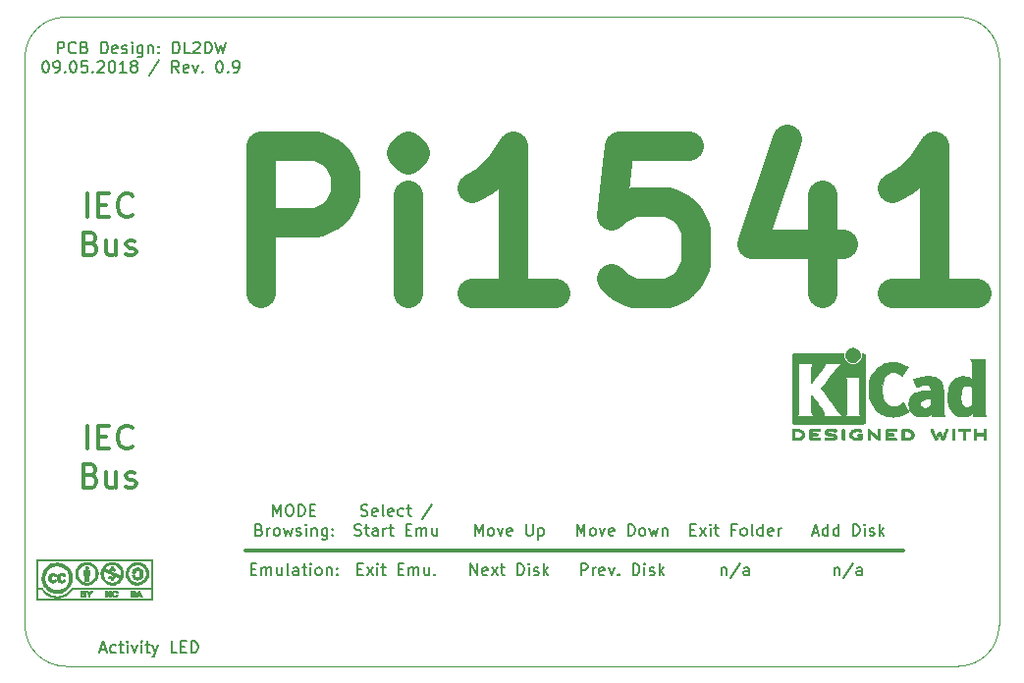
<source format=gto>
G04 #@! TF.GenerationSoftware,KiCad,Pcbnew,5.0.0-rc2-dev-unknown-482fd86~64~ubuntu18.04.1*
G04 #@! TF.CreationDate,2018-05-09T13:23:50+02:00*
G04 #@! TF.ProjectId,Pi1541 Ad-on Board,5069313534312041642D6F6E20426F61,0.9*
G04 #@! TF.SameCoordinates,Original*
G04 #@! TF.FileFunction,Legend,Top*
G04 #@! TF.FilePolarity,Positive*
%FSLAX46Y46*%
G04 Gerber Fmt 4.6, Leading zero omitted, Abs format (unit mm)*
G04 Created by KiCad (PCBNEW 5.0.0-rc2-dev-unknown-482fd86~64~ubuntu18.04.1) date Wed May  9 13:23:50 2018*
%MOMM*%
%LPD*%
G01*
G04 APERTURE LIST*
%ADD10C,0.200000*%
%ADD11C,0.150000*%
%ADD12C,0.300000*%
%ADD13C,0.350000*%
%ADD14C,2.500000*%
%ADD15C,0.100000*%
%ADD16C,0.010000*%
%ADD17C,0.002540*%
G04 APERTURE END LIST*
D10*
X113985714Y-119566666D02*
X114461904Y-119566666D01*
X113890476Y-119852380D02*
X114223809Y-118852380D01*
X114557142Y-119852380D01*
X115319047Y-119804761D02*
X115223809Y-119852380D01*
X115033333Y-119852380D01*
X114938095Y-119804761D01*
X114890476Y-119757142D01*
X114842857Y-119661904D01*
X114842857Y-119376190D01*
X114890476Y-119280952D01*
X114938095Y-119233333D01*
X115033333Y-119185714D01*
X115223809Y-119185714D01*
X115319047Y-119233333D01*
X115604761Y-119185714D02*
X115985714Y-119185714D01*
X115747619Y-118852380D02*
X115747619Y-119709523D01*
X115795238Y-119804761D01*
X115890476Y-119852380D01*
X115985714Y-119852380D01*
X116319047Y-119852380D02*
X116319047Y-119185714D01*
X116319047Y-118852380D02*
X116271428Y-118900000D01*
X116319047Y-118947619D01*
X116366666Y-118900000D01*
X116319047Y-118852380D01*
X116319047Y-118947619D01*
X116700000Y-119185714D02*
X116938095Y-119852380D01*
X117176190Y-119185714D01*
X117557142Y-119852380D02*
X117557142Y-119185714D01*
X117557142Y-118852380D02*
X117509523Y-118900000D01*
X117557142Y-118947619D01*
X117604761Y-118900000D01*
X117557142Y-118852380D01*
X117557142Y-118947619D01*
X117890476Y-119185714D02*
X118271428Y-119185714D01*
X118033333Y-118852380D02*
X118033333Y-119709523D01*
X118080952Y-119804761D01*
X118176190Y-119852380D01*
X118271428Y-119852380D01*
X118509523Y-119185714D02*
X118747619Y-119852380D01*
X118985714Y-119185714D02*
X118747619Y-119852380D01*
X118652380Y-120090476D01*
X118604761Y-120138095D01*
X118509523Y-120185714D01*
X120604761Y-119852380D02*
X120128571Y-119852380D01*
X120128571Y-118852380D01*
X120938095Y-119328571D02*
X121271428Y-119328571D01*
X121414285Y-119852380D02*
X120938095Y-119852380D01*
X120938095Y-118852380D01*
X121414285Y-118852380D01*
X121842857Y-119852380D02*
X121842857Y-118852380D01*
X122080952Y-118852380D01*
X122223809Y-118900000D01*
X122319047Y-118995238D01*
X122366666Y-119090476D01*
X122414285Y-119280952D01*
X122414285Y-119423809D01*
X122366666Y-119614285D01*
X122319047Y-119709523D01*
X122223809Y-119804761D01*
X122080952Y-119852380D01*
X121842857Y-119852380D01*
D11*
X110309523Y-68127380D02*
X110309523Y-67127380D01*
X110690476Y-67127380D01*
X110785714Y-67175000D01*
X110833333Y-67222619D01*
X110880952Y-67317857D01*
X110880952Y-67460714D01*
X110833333Y-67555952D01*
X110785714Y-67603571D01*
X110690476Y-67651190D01*
X110309523Y-67651190D01*
X111880952Y-68032142D02*
X111833333Y-68079761D01*
X111690476Y-68127380D01*
X111595238Y-68127380D01*
X111452380Y-68079761D01*
X111357142Y-67984523D01*
X111309523Y-67889285D01*
X111261904Y-67698809D01*
X111261904Y-67555952D01*
X111309523Y-67365476D01*
X111357142Y-67270238D01*
X111452380Y-67175000D01*
X111595238Y-67127380D01*
X111690476Y-67127380D01*
X111833333Y-67175000D01*
X111880952Y-67222619D01*
X112642857Y-67603571D02*
X112785714Y-67651190D01*
X112833333Y-67698809D01*
X112880952Y-67794047D01*
X112880952Y-67936904D01*
X112833333Y-68032142D01*
X112785714Y-68079761D01*
X112690476Y-68127380D01*
X112309523Y-68127380D01*
X112309523Y-67127380D01*
X112642857Y-67127380D01*
X112738095Y-67175000D01*
X112785714Y-67222619D01*
X112833333Y-67317857D01*
X112833333Y-67413095D01*
X112785714Y-67508333D01*
X112738095Y-67555952D01*
X112642857Y-67603571D01*
X112309523Y-67603571D01*
X114071428Y-68127380D02*
X114071428Y-67127380D01*
X114309523Y-67127380D01*
X114452380Y-67175000D01*
X114547619Y-67270238D01*
X114595238Y-67365476D01*
X114642857Y-67555952D01*
X114642857Y-67698809D01*
X114595238Y-67889285D01*
X114547619Y-67984523D01*
X114452380Y-68079761D01*
X114309523Y-68127380D01*
X114071428Y-68127380D01*
X115452380Y-68079761D02*
X115357142Y-68127380D01*
X115166666Y-68127380D01*
X115071428Y-68079761D01*
X115023809Y-67984523D01*
X115023809Y-67603571D01*
X115071428Y-67508333D01*
X115166666Y-67460714D01*
X115357142Y-67460714D01*
X115452380Y-67508333D01*
X115500000Y-67603571D01*
X115500000Y-67698809D01*
X115023809Y-67794047D01*
X115880952Y-68079761D02*
X115976190Y-68127380D01*
X116166666Y-68127380D01*
X116261904Y-68079761D01*
X116309523Y-67984523D01*
X116309523Y-67936904D01*
X116261904Y-67841666D01*
X116166666Y-67794047D01*
X116023809Y-67794047D01*
X115928571Y-67746428D01*
X115880952Y-67651190D01*
X115880952Y-67603571D01*
X115928571Y-67508333D01*
X116023809Y-67460714D01*
X116166666Y-67460714D01*
X116261904Y-67508333D01*
X116738095Y-68127380D02*
X116738095Y-67460714D01*
X116738095Y-67127380D02*
X116690476Y-67175000D01*
X116738095Y-67222619D01*
X116785714Y-67175000D01*
X116738095Y-67127380D01*
X116738095Y-67222619D01*
X117642857Y-67460714D02*
X117642857Y-68270238D01*
X117595238Y-68365476D01*
X117547619Y-68413095D01*
X117452380Y-68460714D01*
X117309523Y-68460714D01*
X117214285Y-68413095D01*
X117642857Y-68079761D02*
X117547619Y-68127380D01*
X117357142Y-68127380D01*
X117261904Y-68079761D01*
X117214285Y-68032142D01*
X117166666Y-67936904D01*
X117166666Y-67651190D01*
X117214285Y-67555952D01*
X117261904Y-67508333D01*
X117357142Y-67460714D01*
X117547619Y-67460714D01*
X117642857Y-67508333D01*
X118119047Y-67460714D02*
X118119047Y-68127380D01*
X118119047Y-67555952D02*
X118166666Y-67508333D01*
X118261904Y-67460714D01*
X118404761Y-67460714D01*
X118500000Y-67508333D01*
X118547619Y-67603571D01*
X118547619Y-68127380D01*
X119023809Y-68032142D02*
X119071428Y-68079761D01*
X119023809Y-68127380D01*
X118976190Y-68079761D01*
X119023809Y-68032142D01*
X119023809Y-68127380D01*
X119023809Y-67508333D02*
X119071428Y-67555952D01*
X119023809Y-67603571D01*
X118976190Y-67555952D01*
X119023809Y-67508333D01*
X119023809Y-67603571D01*
X120261904Y-68127380D02*
X120261904Y-67127380D01*
X120500000Y-67127380D01*
X120642857Y-67175000D01*
X120738095Y-67270238D01*
X120785714Y-67365476D01*
X120833333Y-67555952D01*
X120833333Y-67698809D01*
X120785714Y-67889285D01*
X120738095Y-67984523D01*
X120642857Y-68079761D01*
X120500000Y-68127380D01*
X120261904Y-68127380D01*
X121738095Y-68127380D02*
X121261904Y-68127380D01*
X121261904Y-67127380D01*
X122023809Y-67222619D02*
X122071428Y-67175000D01*
X122166666Y-67127380D01*
X122404761Y-67127380D01*
X122500000Y-67175000D01*
X122547619Y-67222619D01*
X122595238Y-67317857D01*
X122595238Y-67413095D01*
X122547619Y-67555952D01*
X121976190Y-68127380D01*
X122595238Y-68127380D01*
X123023809Y-68127380D02*
X123023809Y-67127380D01*
X123261904Y-67127380D01*
X123404761Y-67175000D01*
X123500000Y-67270238D01*
X123547619Y-67365476D01*
X123595238Y-67555952D01*
X123595238Y-67698809D01*
X123547619Y-67889285D01*
X123500000Y-67984523D01*
X123404761Y-68079761D01*
X123261904Y-68127380D01*
X123023809Y-68127380D01*
X123928571Y-67127380D02*
X124166666Y-68127380D01*
X124357142Y-67413095D01*
X124547619Y-68127380D01*
X124785714Y-67127380D01*
X109238095Y-68777380D02*
X109333333Y-68777380D01*
X109428571Y-68825000D01*
X109476190Y-68872619D01*
X109523809Y-68967857D01*
X109571428Y-69158333D01*
X109571428Y-69396428D01*
X109523809Y-69586904D01*
X109476190Y-69682142D01*
X109428571Y-69729761D01*
X109333333Y-69777380D01*
X109238095Y-69777380D01*
X109142857Y-69729761D01*
X109095238Y-69682142D01*
X109047619Y-69586904D01*
X109000000Y-69396428D01*
X109000000Y-69158333D01*
X109047619Y-68967857D01*
X109095238Y-68872619D01*
X109142857Y-68825000D01*
X109238095Y-68777380D01*
X110047619Y-69777380D02*
X110238095Y-69777380D01*
X110333333Y-69729761D01*
X110380952Y-69682142D01*
X110476190Y-69539285D01*
X110523809Y-69348809D01*
X110523809Y-68967857D01*
X110476190Y-68872619D01*
X110428571Y-68825000D01*
X110333333Y-68777380D01*
X110142857Y-68777380D01*
X110047619Y-68825000D01*
X110000000Y-68872619D01*
X109952380Y-68967857D01*
X109952380Y-69205952D01*
X110000000Y-69301190D01*
X110047619Y-69348809D01*
X110142857Y-69396428D01*
X110333333Y-69396428D01*
X110428571Y-69348809D01*
X110476190Y-69301190D01*
X110523809Y-69205952D01*
X110952380Y-69682142D02*
X111000000Y-69729761D01*
X110952380Y-69777380D01*
X110904761Y-69729761D01*
X110952380Y-69682142D01*
X110952380Y-69777380D01*
X111619047Y-68777380D02*
X111714285Y-68777380D01*
X111809523Y-68825000D01*
X111857142Y-68872619D01*
X111904761Y-68967857D01*
X111952380Y-69158333D01*
X111952380Y-69396428D01*
X111904761Y-69586904D01*
X111857142Y-69682142D01*
X111809523Y-69729761D01*
X111714285Y-69777380D01*
X111619047Y-69777380D01*
X111523809Y-69729761D01*
X111476190Y-69682142D01*
X111428571Y-69586904D01*
X111380952Y-69396428D01*
X111380952Y-69158333D01*
X111428571Y-68967857D01*
X111476190Y-68872619D01*
X111523809Y-68825000D01*
X111619047Y-68777380D01*
X112857142Y-68777380D02*
X112380952Y-68777380D01*
X112333333Y-69253571D01*
X112380952Y-69205952D01*
X112476190Y-69158333D01*
X112714285Y-69158333D01*
X112809523Y-69205952D01*
X112857142Y-69253571D01*
X112904761Y-69348809D01*
X112904761Y-69586904D01*
X112857142Y-69682142D01*
X112809523Y-69729761D01*
X112714285Y-69777380D01*
X112476190Y-69777380D01*
X112380952Y-69729761D01*
X112333333Y-69682142D01*
X113333333Y-69682142D02*
X113380952Y-69729761D01*
X113333333Y-69777380D01*
X113285714Y-69729761D01*
X113333333Y-69682142D01*
X113333333Y-69777380D01*
X113761904Y-68872619D02*
X113809523Y-68825000D01*
X113904761Y-68777380D01*
X114142857Y-68777380D01*
X114238095Y-68825000D01*
X114285714Y-68872619D01*
X114333333Y-68967857D01*
X114333333Y-69063095D01*
X114285714Y-69205952D01*
X113714285Y-69777380D01*
X114333333Y-69777380D01*
X114952380Y-68777380D02*
X115047619Y-68777380D01*
X115142857Y-68825000D01*
X115190476Y-68872619D01*
X115238095Y-68967857D01*
X115285714Y-69158333D01*
X115285714Y-69396428D01*
X115238095Y-69586904D01*
X115190476Y-69682142D01*
X115142857Y-69729761D01*
X115047619Y-69777380D01*
X114952380Y-69777380D01*
X114857142Y-69729761D01*
X114809523Y-69682142D01*
X114761904Y-69586904D01*
X114714285Y-69396428D01*
X114714285Y-69158333D01*
X114761904Y-68967857D01*
X114809523Y-68872619D01*
X114857142Y-68825000D01*
X114952380Y-68777380D01*
X116238095Y-69777380D02*
X115666666Y-69777380D01*
X115952380Y-69777380D02*
X115952380Y-68777380D01*
X115857142Y-68920238D01*
X115761904Y-69015476D01*
X115666666Y-69063095D01*
X116809523Y-69205952D02*
X116714285Y-69158333D01*
X116666666Y-69110714D01*
X116619047Y-69015476D01*
X116619047Y-68967857D01*
X116666666Y-68872619D01*
X116714285Y-68825000D01*
X116809523Y-68777380D01*
X117000000Y-68777380D01*
X117095238Y-68825000D01*
X117142857Y-68872619D01*
X117190476Y-68967857D01*
X117190476Y-69015476D01*
X117142857Y-69110714D01*
X117095238Y-69158333D01*
X117000000Y-69205952D01*
X116809523Y-69205952D01*
X116714285Y-69253571D01*
X116666666Y-69301190D01*
X116619047Y-69396428D01*
X116619047Y-69586904D01*
X116666666Y-69682142D01*
X116714285Y-69729761D01*
X116809523Y-69777380D01*
X117000000Y-69777380D01*
X117095238Y-69729761D01*
X117142857Y-69682142D01*
X117190476Y-69586904D01*
X117190476Y-69396428D01*
X117142857Y-69301190D01*
X117095238Y-69253571D01*
X117000000Y-69205952D01*
X119095238Y-68729761D02*
X118238095Y-70015476D01*
X120761904Y-69777380D02*
X120428571Y-69301190D01*
X120190476Y-69777380D02*
X120190476Y-68777380D01*
X120571428Y-68777380D01*
X120666666Y-68825000D01*
X120714285Y-68872619D01*
X120761904Y-68967857D01*
X120761904Y-69110714D01*
X120714285Y-69205952D01*
X120666666Y-69253571D01*
X120571428Y-69301190D01*
X120190476Y-69301190D01*
X121571428Y-69729761D02*
X121476190Y-69777380D01*
X121285714Y-69777380D01*
X121190476Y-69729761D01*
X121142857Y-69634523D01*
X121142857Y-69253571D01*
X121190476Y-69158333D01*
X121285714Y-69110714D01*
X121476190Y-69110714D01*
X121571428Y-69158333D01*
X121619047Y-69253571D01*
X121619047Y-69348809D01*
X121142857Y-69444047D01*
X121952380Y-69110714D02*
X122190476Y-69777380D01*
X122428571Y-69110714D01*
X122809523Y-69682142D02*
X122857142Y-69729761D01*
X122809523Y-69777380D01*
X122761904Y-69729761D01*
X122809523Y-69682142D01*
X122809523Y-69777380D01*
X124238095Y-68777380D02*
X124333333Y-68777380D01*
X124428571Y-68825000D01*
X124476190Y-68872619D01*
X124523809Y-68967857D01*
X124571428Y-69158333D01*
X124571428Y-69396428D01*
X124523809Y-69586904D01*
X124476190Y-69682142D01*
X124428571Y-69729761D01*
X124333333Y-69777380D01*
X124238095Y-69777380D01*
X124142857Y-69729761D01*
X124095238Y-69682142D01*
X124047619Y-69586904D01*
X123999999Y-69396428D01*
X123999999Y-69158333D01*
X124047619Y-68967857D01*
X124095238Y-68872619D01*
X124142857Y-68825000D01*
X124238095Y-68777380D01*
X124999999Y-69682142D02*
X125047619Y-69729761D01*
X124999999Y-69777380D01*
X124952380Y-69729761D01*
X124999999Y-69682142D01*
X124999999Y-69777380D01*
X125523809Y-69777380D02*
X125714285Y-69777380D01*
X125809523Y-69729761D01*
X125857142Y-69682142D01*
X125952380Y-69539285D01*
X125999999Y-69348809D01*
X125999999Y-68967857D01*
X125952380Y-68872619D01*
X125904761Y-68825000D01*
X125809523Y-68777380D01*
X125619047Y-68777380D01*
X125523809Y-68825000D01*
X125476190Y-68872619D01*
X125428571Y-68967857D01*
X125428571Y-69205952D01*
X125476190Y-69301190D01*
X125523809Y-69348809D01*
X125619047Y-69396428D01*
X125809523Y-69396428D01*
X125904761Y-69348809D01*
X125952380Y-69301190D01*
X125999999Y-69205952D01*
D10*
X128890476Y-108052380D02*
X128890476Y-107052380D01*
X129223809Y-107766666D01*
X129557142Y-107052380D01*
X129557142Y-108052380D01*
X130223809Y-107052380D02*
X130414285Y-107052380D01*
X130509523Y-107100000D01*
X130604761Y-107195238D01*
X130652380Y-107385714D01*
X130652380Y-107719047D01*
X130604761Y-107909523D01*
X130509523Y-108004761D01*
X130414285Y-108052380D01*
X130223809Y-108052380D01*
X130128571Y-108004761D01*
X130033333Y-107909523D01*
X129985714Y-107719047D01*
X129985714Y-107385714D01*
X130033333Y-107195238D01*
X130128571Y-107100000D01*
X130223809Y-107052380D01*
X131080952Y-108052380D02*
X131080952Y-107052380D01*
X131319047Y-107052380D01*
X131461904Y-107100000D01*
X131557142Y-107195238D01*
X131604761Y-107290476D01*
X131652380Y-107480952D01*
X131652380Y-107623809D01*
X131604761Y-107814285D01*
X131557142Y-107909523D01*
X131461904Y-108004761D01*
X131319047Y-108052380D01*
X131080952Y-108052380D01*
X132080952Y-107528571D02*
X132414285Y-107528571D01*
X132557142Y-108052380D02*
X132080952Y-108052380D01*
X132080952Y-107052380D01*
X132557142Y-107052380D01*
X127700000Y-109228571D02*
X127842857Y-109276190D01*
X127890476Y-109323809D01*
X127938095Y-109419047D01*
X127938095Y-109561904D01*
X127890476Y-109657142D01*
X127842857Y-109704761D01*
X127747619Y-109752380D01*
X127366666Y-109752380D01*
X127366666Y-108752380D01*
X127700000Y-108752380D01*
X127795238Y-108800000D01*
X127842857Y-108847619D01*
X127890476Y-108942857D01*
X127890476Y-109038095D01*
X127842857Y-109133333D01*
X127795238Y-109180952D01*
X127700000Y-109228571D01*
X127366666Y-109228571D01*
X128366666Y-109752380D02*
X128366666Y-109085714D01*
X128366666Y-109276190D02*
X128414285Y-109180952D01*
X128461904Y-109133333D01*
X128557142Y-109085714D01*
X128652380Y-109085714D01*
X129128571Y-109752380D02*
X129033333Y-109704761D01*
X128985714Y-109657142D01*
X128938095Y-109561904D01*
X128938095Y-109276190D01*
X128985714Y-109180952D01*
X129033333Y-109133333D01*
X129128571Y-109085714D01*
X129271428Y-109085714D01*
X129366666Y-109133333D01*
X129414285Y-109180952D01*
X129461904Y-109276190D01*
X129461904Y-109561904D01*
X129414285Y-109657142D01*
X129366666Y-109704761D01*
X129271428Y-109752380D01*
X129128571Y-109752380D01*
X129795238Y-109085714D02*
X129985714Y-109752380D01*
X130176190Y-109276190D01*
X130366666Y-109752380D01*
X130557142Y-109085714D01*
X130890476Y-109704761D02*
X130985714Y-109752380D01*
X131176190Y-109752380D01*
X131271428Y-109704761D01*
X131319047Y-109609523D01*
X131319047Y-109561904D01*
X131271428Y-109466666D01*
X131176190Y-109419047D01*
X131033333Y-109419047D01*
X130938095Y-109371428D01*
X130890476Y-109276190D01*
X130890476Y-109228571D01*
X130938095Y-109133333D01*
X131033333Y-109085714D01*
X131176190Y-109085714D01*
X131271428Y-109133333D01*
X131747619Y-109752380D02*
X131747619Y-109085714D01*
X131747619Y-108752380D02*
X131700000Y-108800000D01*
X131747619Y-108847619D01*
X131795238Y-108800000D01*
X131747619Y-108752380D01*
X131747619Y-108847619D01*
X132223809Y-109085714D02*
X132223809Y-109752380D01*
X132223809Y-109180952D02*
X132271428Y-109133333D01*
X132366666Y-109085714D01*
X132509523Y-109085714D01*
X132604761Y-109133333D01*
X132652380Y-109228571D01*
X132652380Y-109752380D01*
X133557142Y-109085714D02*
X133557142Y-109895238D01*
X133509523Y-109990476D01*
X133461904Y-110038095D01*
X133366666Y-110085714D01*
X133223809Y-110085714D01*
X133128571Y-110038095D01*
X133557142Y-109704761D02*
X133461904Y-109752380D01*
X133271428Y-109752380D01*
X133176190Y-109704761D01*
X133128571Y-109657142D01*
X133080952Y-109561904D01*
X133080952Y-109276190D01*
X133128571Y-109180952D01*
X133176190Y-109133333D01*
X133271428Y-109085714D01*
X133461904Y-109085714D01*
X133557142Y-109133333D01*
X134033333Y-109657142D02*
X134080952Y-109704761D01*
X134033333Y-109752380D01*
X133985714Y-109704761D01*
X134033333Y-109657142D01*
X134033333Y-109752380D01*
X134033333Y-109133333D02*
X134080952Y-109180952D01*
X134033333Y-109228571D01*
X133985714Y-109180952D01*
X134033333Y-109133333D01*
X134033333Y-109228571D01*
X126985714Y-112628571D02*
X127319047Y-112628571D01*
X127461904Y-113152380D02*
X126985714Y-113152380D01*
X126985714Y-112152380D01*
X127461904Y-112152380D01*
X127890476Y-113152380D02*
X127890476Y-112485714D01*
X127890476Y-112580952D02*
X127938095Y-112533333D01*
X128033333Y-112485714D01*
X128176190Y-112485714D01*
X128271428Y-112533333D01*
X128319047Y-112628571D01*
X128319047Y-113152380D01*
X128319047Y-112628571D02*
X128366666Y-112533333D01*
X128461904Y-112485714D01*
X128604761Y-112485714D01*
X128700000Y-112533333D01*
X128747619Y-112628571D01*
X128747619Y-113152380D01*
X129652380Y-112485714D02*
X129652380Y-113152380D01*
X129223809Y-112485714D02*
X129223809Y-113009523D01*
X129271428Y-113104761D01*
X129366666Y-113152380D01*
X129509523Y-113152380D01*
X129604761Y-113104761D01*
X129652380Y-113057142D01*
X130271428Y-113152380D02*
X130176190Y-113104761D01*
X130128571Y-113009523D01*
X130128571Y-112152380D01*
X131080952Y-113152380D02*
X131080952Y-112628571D01*
X131033333Y-112533333D01*
X130938095Y-112485714D01*
X130747619Y-112485714D01*
X130652380Y-112533333D01*
X131080952Y-113104761D02*
X130985714Y-113152380D01*
X130747619Y-113152380D01*
X130652380Y-113104761D01*
X130604761Y-113009523D01*
X130604761Y-112914285D01*
X130652380Y-112819047D01*
X130747619Y-112771428D01*
X130985714Y-112771428D01*
X131080952Y-112723809D01*
X131414285Y-112485714D02*
X131795238Y-112485714D01*
X131557142Y-112152380D02*
X131557142Y-113009523D01*
X131604761Y-113104761D01*
X131700000Y-113152380D01*
X131795238Y-113152380D01*
X132128571Y-113152380D02*
X132128571Y-112485714D01*
X132128571Y-112152380D02*
X132080952Y-112200000D01*
X132128571Y-112247619D01*
X132176190Y-112200000D01*
X132128571Y-112152380D01*
X132128571Y-112247619D01*
X132747619Y-113152380D02*
X132652380Y-113104761D01*
X132604761Y-113057142D01*
X132557142Y-112961904D01*
X132557142Y-112676190D01*
X132604761Y-112580952D01*
X132652380Y-112533333D01*
X132747619Y-112485714D01*
X132890476Y-112485714D01*
X132985714Y-112533333D01*
X133033333Y-112580952D01*
X133080952Y-112676190D01*
X133080952Y-112961904D01*
X133033333Y-113057142D01*
X132985714Y-113104761D01*
X132890476Y-113152380D01*
X132747619Y-113152380D01*
X133509523Y-112485714D02*
X133509523Y-113152380D01*
X133509523Y-112580952D02*
X133557142Y-112533333D01*
X133652380Y-112485714D01*
X133795238Y-112485714D01*
X133890476Y-112533333D01*
X133938095Y-112628571D01*
X133938095Y-113152380D01*
X134414285Y-113057142D02*
X134461904Y-113104761D01*
X134414285Y-113152380D01*
X134366666Y-113104761D01*
X134414285Y-113057142D01*
X134414285Y-113152380D01*
X134414285Y-112533333D02*
X134461904Y-112580952D01*
X134414285Y-112628571D01*
X134366666Y-112580952D01*
X134414285Y-112533333D01*
X134414285Y-112628571D01*
D12*
X126500000Y-111000000D02*
X183250000Y-111000000D01*
D10*
X175428571Y-109466666D02*
X175904761Y-109466666D01*
X175333333Y-109752380D02*
X175666666Y-108752380D01*
X176000000Y-109752380D01*
X176761904Y-109752380D02*
X176761904Y-108752380D01*
X176761904Y-109704761D02*
X176666666Y-109752380D01*
X176476190Y-109752380D01*
X176380952Y-109704761D01*
X176333333Y-109657142D01*
X176285714Y-109561904D01*
X176285714Y-109276190D01*
X176333333Y-109180952D01*
X176380952Y-109133333D01*
X176476190Y-109085714D01*
X176666666Y-109085714D01*
X176761904Y-109133333D01*
X177666666Y-109752380D02*
X177666666Y-108752380D01*
X177666666Y-109704761D02*
X177571428Y-109752380D01*
X177380952Y-109752380D01*
X177285714Y-109704761D01*
X177238095Y-109657142D01*
X177190476Y-109561904D01*
X177190476Y-109276190D01*
X177238095Y-109180952D01*
X177285714Y-109133333D01*
X177380952Y-109085714D01*
X177571428Y-109085714D01*
X177666666Y-109133333D01*
X178904761Y-109752380D02*
X178904761Y-108752380D01*
X179142857Y-108752380D01*
X179285714Y-108800000D01*
X179380952Y-108895238D01*
X179428571Y-108990476D01*
X179476190Y-109180952D01*
X179476190Y-109323809D01*
X179428571Y-109514285D01*
X179380952Y-109609523D01*
X179285714Y-109704761D01*
X179142857Y-109752380D01*
X178904761Y-109752380D01*
X179904761Y-109752380D02*
X179904761Y-109085714D01*
X179904761Y-108752380D02*
X179857142Y-108800000D01*
X179904761Y-108847619D01*
X179952380Y-108800000D01*
X179904761Y-108752380D01*
X179904761Y-108847619D01*
X180333333Y-109704761D02*
X180428571Y-109752380D01*
X180619047Y-109752380D01*
X180714285Y-109704761D01*
X180761904Y-109609523D01*
X180761904Y-109561904D01*
X180714285Y-109466666D01*
X180619047Y-109419047D01*
X180476190Y-109419047D01*
X180380952Y-109371428D01*
X180333333Y-109276190D01*
X180333333Y-109228571D01*
X180380952Y-109133333D01*
X180476190Y-109085714D01*
X180619047Y-109085714D01*
X180714285Y-109133333D01*
X181190476Y-109752380D02*
X181190476Y-108752380D01*
X181285714Y-109371428D02*
X181571428Y-109752380D01*
X181571428Y-109085714D02*
X181190476Y-109466666D01*
X177309523Y-112485714D02*
X177309523Y-113152380D01*
X177309523Y-112580952D02*
X177357142Y-112533333D01*
X177452380Y-112485714D01*
X177595238Y-112485714D01*
X177690476Y-112533333D01*
X177738095Y-112628571D01*
X177738095Y-113152380D01*
X178928571Y-112104761D02*
X178071428Y-113390476D01*
X179690476Y-113152380D02*
X179690476Y-112628571D01*
X179642857Y-112533333D01*
X179547619Y-112485714D01*
X179357142Y-112485714D01*
X179261904Y-112533333D01*
X179690476Y-113104761D02*
X179595238Y-113152380D01*
X179357142Y-113152380D01*
X179261904Y-113104761D01*
X179214285Y-113009523D01*
X179214285Y-112914285D01*
X179261904Y-112819047D01*
X179357142Y-112771428D01*
X179595238Y-112771428D01*
X179690476Y-112723809D01*
X164892857Y-109228571D02*
X165226190Y-109228571D01*
X165369047Y-109752380D02*
X164892857Y-109752380D01*
X164892857Y-108752380D01*
X165369047Y-108752380D01*
X165702380Y-109752380D02*
X166226190Y-109085714D01*
X165702380Y-109085714D02*
X166226190Y-109752380D01*
X166607142Y-109752380D02*
X166607142Y-109085714D01*
X166607142Y-108752380D02*
X166559523Y-108800000D01*
X166607142Y-108847619D01*
X166654761Y-108800000D01*
X166607142Y-108752380D01*
X166607142Y-108847619D01*
X166940476Y-109085714D02*
X167321428Y-109085714D01*
X167083333Y-108752380D02*
X167083333Y-109609523D01*
X167130952Y-109704761D01*
X167226190Y-109752380D01*
X167321428Y-109752380D01*
X168750000Y-109228571D02*
X168416666Y-109228571D01*
X168416666Y-109752380D02*
X168416666Y-108752380D01*
X168892857Y-108752380D01*
X169416666Y-109752380D02*
X169321428Y-109704761D01*
X169273809Y-109657142D01*
X169226190Y-109561904D01*
X169226190Y-109276190D01*
X169273809Y-109180952D01*
X169321428Y-109133333D01*
X169416666Y-109085714D01*
X169559523Y-109085714D01*
X169654761Y-109133333D01*
X169702380Y-109180952D01*
X169750000Y-109276190D01*
X169750000Y-109561904D01*
X169702380Y-109657142D01*
X169654761Y-109704761D01*
X169559523Y-109752380D01*
X169416666Y-109752380D01*
X170321428Y-109752380D02*
X170226190Y-109704761D01*
X170178571Y-109609523D01*
X170178571Y-108752380D01*
X171130952Y-109752380D02*
X171130952Y-108752380D01*
X171130952Y-109704761D02*
X171035714Y-109752380D01*
X170845238Y-109752380D01*
X170750000Y-109704761D01*
X170702380Y-109657142D01*
X170654761Y-109561904D01*
X170654761Y-109276190D01*
X170702380Y-109180952D01*
X170750000Y-109133333D01*
X170845238Y-109085714D01*
X171035714Y-109085714D01*
X171130952Y-109133333D01*
X171988095Y-109704761D02*
X171892857Y-109752380D01*
X171702380Y-109752380D01*
X171607142Y-109704761D01*
X171559523Y-109609523D01*
X171559523Y-109228571D01*
X171607142Y-109133333D01*
X171702380Y-109085714D01*
X171892857Y-109085714D01*
X171988095Y-109133333D01*
X172035714Y-109228571D01*
X172035714Y-109323809D01*
X171559523Y-109419047D01*
X172464285Y-109752380D02*
X172464285Y-109085714D01*
X172464285Y-109276190D02*
X172511904Y-109180952D01*
X172559523Y-109133333D01*
X172654761Y-109085714D01*
X172750000Y-109085714D01*
X167559523Y-112485714D02*
X167559523Y-113152380D01*
X167559523Y-112580952D02*
X167607142Y-112533333D01*
X167702380Y-112485714D01*
X167845238Y-112485714D01*
X167940476Y-112533333D01*
X167988095Y-112628571D01*
X167988095Y-113152380D01*
X169178571Y-112104761D02*
X168321428Y-113390476D01*
X169940476Y-113152380D02*
X169940476Y-112628571D01*
X169892857Y-112533333D01*
X169797619Y-112485714D01*
X169607142Y-112485714D01*
X169511904Y-112533333D01*
X169940476Y-113104761D02*
X169845238Y-113152380D01*
X169607142Y-113152380D01*
X169511904Y-113104761D01*
X169464285Y-113009523D01*
X169464285Y-112914285D01*
X169511904Y-112819047D01*
X169607142Y-112771428D01*
X169845238Y-112771428D01*
X169940476Y-112723809D01*
X155095238Y-109752380D02*
X155095238Y-108752380D01*
X155428571Y-109466666D01*
X155761904Y-108752380D01*
X155761904Y-109752380D01*
X156380952Y-109752380D02*
X156285714Y-109704761D01*
X156238095Y-109657142D01*
X156190476Y-109561904D01*
X156190476Y-109276190D01*
X156238095Y-109180952D01*
X156285714Y-109133333D01*
X156380952Y-109085714D01*
X156523809Y-109085714D01*
X156619047Y-109133333D01*
X156666666Y-109180952D01*
X156714285Y-109276190D01*
X156714285Y-109561904D01*
X156666666Y-109657142D01*
X156619047Y-109704761D01*
X156523809Y-109752380D01*
X156380952Y-109752380D01*
X157047619Y-109085714D02*
X157285714Y-109752380D01*
X157523809Y-109085714D01*
X158285714Y-109704761D02*
X158190476Y-109752380D01*
X158000000Y-109752380D01*
X157904761Y-109704761D01*
X157857142Y-109609523D01*
X157857142Y-109228571D01*
X157904761Y-109133333D01*
X158000000Y-109085714D01*
X158190476Y-109085714D01*
X158285714Y-109133333D01*
X158333333Y-109228571D01*
X158333333Y-109323809D01*
X157857142Y-109419047D01*
X159523809Y-109752380D02*
X159523809Y-108752380D01*
X159761904Y-108752380D01*
X159904761Y-108800000D01*
X160000000Y-108895238D01*
X160047619Y-108990476D01*
X160095238Y-109180952D01*
X160095238Y-109323809D01*
X160047619Y-109514285D01*
X160000000Y-109609523D01*
X159904761Y-109704761D01*
X159761904Y-109752380D01*
X159523809Y-109752380D01*
X160666666Y-109752380D02*
X160571428Y-109704761D01*
X160523809Y-109657142D01*
X160476190Y-109561904D01*
X160476190Y-109276190D01*
X160523809Y-109180952D01*
X160571428Y-109133333D01*
X160666666Y-109085714D01*
X160809523Y-109085714D01*
X160904761Y-109133333D01*
X160952380Y-109180952D01*
X161000000Y-109276190D01*
X161000000Y-109561904D01*
X160952380Y-109657142D01*
X160904761Y-109704761D01*
X160809523Y-109752380D01*
X160666666Y-109752380D01*
X161333333Y-109085714D02*
X161523809Y-109752380D01*
X161714285Y-109276190D01*
X161904761Y-109752380D01*
X162095238Y-109085714D01*
X162476190Y-109085714D02*
X162476190Y-109752380D01*
X162476190Y-109180952D02*
X162523809Y-109133333D01*
X162619047Y-109085714D01*
X162761904Y-109085714D01*
X162857142Y-109133333D01*
X162904761Y-109228571D01*
X162904761Y-109752380D01*
X155452380Y-113152380D02*
X155452380Y-112152380D01*
X155833333Y-112152380D01*
X155928571Y-112200000D01*
X155976190Y-112247619D01*
X156023809Y-112342857D01*
X156023809Y-112485714D01*
X155976190Y-112580952D01*
X155928571Y-112628571D01*
X155833333Y-112676190D01*
X155452380Y-112676190D01*
X156452380Y-113152380D02*
X156452380Y-112485714D01*
X156452380Y-112676190D02*
X156500000Y-112580952D01*
X156547619Y-112533333D01*
X156642857Y-112485714D01*
X156738095Y-112485714D01*
X157452380Y-113104761D02*
X157357142Y-113152380D01*
X157166666Y-113152380D01*
X157071428Y-113104761D01*
X157023809Y-113009523D01*
X157023809Y-112628571D01*
X157071428Y-112533333D01*
X157166666Y-112485714D01*
X157357142Y-112485714D01*
X157452380Y-112533333D01*
X157500000Y-112628571D01*
X157500000Y-112723809D01*
X157023809Y-112819047D01*
X157833333Y-112485714D02*
X158071428Y-113152380D01*
X158309523Y-112485714D01*
X158690476Y-113057142D02*
X158738095Y-113104761D01*
X158690476Y-113152380D01*
X158642857Y-113104761D01*
X158690476Y-113057142D01*
X158690476Y-113152380D01*
X159928571Y-113152380D02*
X159928571Y-112152380D01*
X160166666Y-112152380D01*
X160309523Y-112200000D01*
X160404761Y-112295238D01*
X160452380Y-112390476D01*
X160500000Y-112580952D01*
X160500000Y-112723809D01*
X160452380Y-112914285D01*
X160404761Y-113009523D01*
X160309523Y-113104761D01*
X160166666Y-113152380D01*
X159928571Y-113152380D01*
X160928571Y-113152380D02*
X160928571Y-112485714D01*
X160928571Y-112152380D02*
X160880952Y-112200000D01*
X160928571Y-112247619D01*
X160976190Y-112200000D01*
X160928571Y-112152380D01*
X160928571Y-112247619D01*
X161357142Y-113104761D02*
X161452380Y-113152380D01*
X161642857Y-113152380D01*
X161738095Y-113104761D01*
X161785714Y-113009523D01*
X161785714Y-112961904D01*
X161738095Y-112866666D01*
X161642857Y-112819047D01*
X161500000Y-112819047D01*
X161404761Y-112771428D01*
X161357142Y-112676190D01*
X161357142Y-112628571D01*
X161404761Y-112533333D01*
X161500000Y-112485714D01*
X161642857Y-112485714D01*
X161738095Y-112533333D01*
X162214285Y-113152380D02*
X162214285Y-112152380D01*
X162309523Y-112771428D02*
X162595238Y-113152380D01*
X162595238Y-112485714D02*
X162214285Y-112866666D01*
X146297619Y-109752380D02*
X146297619Y-108752380D01*
X146630952Y-109466666D01*
X146964285Y-108752380D01*
X146964285Y-109752380D01*
X147583333Y-109752380D02*
X147488095Y-109704761D01*
X147440476Y-109657142D01*
X147392857Y-109561904D01*
X147392857Y-109276190D01*
X147440476Y-109180952D01*
X147488095Y-109133333D01*
X147583333Y-109085714D01*
X147726190Y-109085714D01*
X147821428Y-109133333D01*
X147869047Y-109180952D01*
X147916666Y-109276190D01*
X147916666Y-109561904D01*
X147869047Y-109657142D01*
X147821428Y-109704761D01*
X147726190Y-109752380D01*
X147583333Y-109752380D01*
X148250000Y-109085714D02*
X148488095Y-109752380D01*
X148726190Y-109085714D01*
X149488095Y-109704761D02*
X149392857Y-109752380D01*
X149202380Y-109752380D01*
X149107142Y-109704761D01*
X149059523Y-109609523D01*
X149059523Y-109228571D01*
X149107142Y-109133333D01*
X149202380Y-109085714D01*
X149392857Y-109085714D01*
X149488095Y-109133333D01*
X149535714Y-109228571D01*
X149535714Y-109323809D01*
X149059523Y-109419047D01*
X150726190Y-108752380D02*
X150726190Y-109561904D01*
X150773809Y-109657142D01*
X150821428Y-109704761D01*
X150916666Y-109752380D01*
X151107142Y-109752380D01*
X151202380Y-109704761D01*
X151250000Y-109657142D01*
X151297619Y-109561904D01*
X151297619Y-108752380D01*
X151773809Y-109085714D02*
X151773809Y-110085714D01*
X151773809Y-109133333D02*
X151869047Y-109085714D01*
X152059523Y-109085714D01*
X152154761Y-109133333D01*
X152202380Y-109180952D01*
X152250000Y-109276190D01*
X152250000Y-109561904D01*
X152202380Y-109657142D01*
X152154761Y-109704761D01*
X152059523Y-109752380D01*
X151869047Y-109752380D01*
X151773809Y-109704761D01*
X145916666Y-113152380D02*
X145916666Y-112152380D01*
X146488095Y-113152380D01*
X146488095Y-112152380D01*
X147345238Y-113104761D02*
X147250000Y-113152380D01*
X147059523Y-113152380D01*
X146964285Y-113104761D01*
X146916666Y-113009523D01*
X146916666Y-112628571D01*
X146964285Y-112533333D01*
X147059523Y-112485714D01*
X147250000Y-112485714D01*
X147345238Y-112533333D01*
X147392857Y-112628571D01*
X147392857Y-112723809D01*
X146916666Y-112819047D01*
X147726190Y-113152380D02*
X148250000Y-112485714D01*
X147726190Y-112485714D02*
X148250000Y-113152380D01*
X148488095Y-112485714D02*
X148869047Y-112485714D01*
X148630952Y-112152380D02*
X148630952Y-113009523D01*
X148678571Y-113104761D01*
X148773809Y-113152380D01*
X148869047Y-113152380D01*
X149964285Y-113152380D02*
X149964285Y-112152380D01*
X150202380Y-112152380D01*
X150345238Y-112200000D01*
X150440476Y-112295238D01*
X150488095Y-112390476D01*
X150535714Y-112580952D01*
X150535714Y-112723809D01*
X150488095Y-112914285D01*
X150440476Y-113009523D01*
X150345238Y-113104761D01*
X150202380Y-113152380D01*
X149964285Y-113152380D01*
X150964285Y-113152380D02*
X150964285Y-112485714D01*
X150964285Y-112152380D02*
X150916666Y-112200000D01*
X150964285Y-112247619D01*
X151011904Y-112200000D01*
X150964285Y-112152380D01*
X150964285Y-112247619D01*
X151392857Y-113104761D02*
X151488095Y-113152380D01*
X151678571Y-113152380D01*
X151773809Y-113104761D01*
X151821428Y-113009523D01*
X151821428Y-112961904D01*
X151773809Y-112866666D01*
X151678571Y-112819047D01*
X151535714Y-112819047D01*
X151440476Y-112771428D01*
X151392857Y-112676190D01*
X151392857Y-112628571D01*
X151440476Y-112533333D01*
X151535714Y-112485714D01*
X151678571Y-112485714D01*
X151773809Y-112533333D01*
X152250000Y-113152380D02*
X152250000Y-112152380D01*
X152345238Y-112771428D02*
X152630952Y-113152380D01*
X152630952Y-112485714D02*
X152250000Y-112866666D01*
X136476190Y-108004761D02*
X136619047Y-108052380D01*
X136857142Y-108052380D01*
X136952380Y-108004761D01*
X137000000Y-107957142D01*
X137047619Y-107861904D01*
X137047619Y-107766666D01*
X137000000Y-107671428D01*
X136952380Y-107623809D01*
X136857142Y-107576190D01*
X136666666Y-107528571D01*
X136571428Y-107480952D01*
X136523809Y-107433333D01*
X136476190Y-107338095D01*
X136476190Y-107242857D01*
X136523809Y-107147619D01*
X136571428Y-107100000D01*
X136666666Y-107052380D01*
X136904761Y-107052380D01*
X137047619Y-107100000D01*
X137857142Y-108004761D02*
X137761904Y-108052380D01*
X137571428Y-108052380D01*
X137476190Y-108004761D01*
X137428571Y-107909523D01*
X137428571Y-107528571D01*
X137476190Y-107433333D01*
X137571428Y-107385714D01*
X137761904Y-107385714D01*
X137857142Y-107433333D01*
X137904761Y-107528571D01*
X137904761Y-107623809D01*
X137428571Y-107719047D01*
X138476190Y-108052380D02*
X138380952Y-108004761D01*
X138333333Y-107909523D01*
X138333333Y-107052380D01*
X139238095Y-108004761D02*
X139142857Y-108052380D01*
X138952380Y-108052380D01*
X138857142Y-108004761D01*
X138809523Y-107909523D01*
X138809523Y-107528571D01*
X138857142Y-107433333D01*
X138952380Y-107385714D01*
X139142857Y-107385714D01*
X139238095Y-107433333D01*
X139285714Y-107528571D01*
X139285714Y-107623809D01*
X138809523Y-107719047D01*
X140142857Y-108004761D02*
X140047619Y-108052380D01*
X139857142Y-108052380D01*
X139761904Y-108004761D01*
X139714285Y-107957142D01*
X139666666Y-107861904D01*
X139666666Y-107576190D01*
X139714285Y-107480952D01*
X139761904Y-107433333D01*
X139857142Y-107385714D01*
X140047619Y-107385714D01*
X140142857Y-107433333D01*
X140428571Y-107385714D02*
X140809523Y-107385714D01*
X140571428Y-107052380D02*
X140571428Y-107909523D01*
X140619047Y-108004761D01*
X140714285Y-108052380D01*
X140809523Y-108052380D01*
X142619047Y-107004761D02*
X141761904Y-108290476D01*
X135928571Y-109704761D02*
X136071428Y-109752380D01*
X136309523Y-109752380D01*
X136404761Y-109704761D01*
X136452380Y-109657142D01*
X136500000Y-109561904D01*
X136500000Y-109466666D01*
X136452380Y-109371428D01*
X136404761Y-109323809D01*
X136309523Y-109276190D01*
X136119047Y-109228571D01*
X136023809Y-109180952D01*
X135976190Y-109133333D01*
X135928571Y-109038095D01*
X135928571Y-108942857D01*
X135976190Y-108847619D01*
X136023809Y-108800000D01*
X136119047Y-108752380D01*
X136357142Y-108752380D01*
X136500000Y-108800000D01*
X136785714Y-109085714D02*
X137166666Y-109085714D01*
X136928571Y-108752380D02*
X136928571Y-109609523D01*
X136976190Y-109704761D01*
X137071428Y-109752380D01*
X137166666Y-109752380D01*
X137928571Y-109752380D02*
X137928571Y-109228571D01*
X137880952Y-109133333D01*
X137785714Y-109085714D01*
X137595238Y-109085714D01*
X137500000Y-109133333D01*
X137928571Y-109704761D02*
X137833333Y-109752380D01*
X137595238Y-109752380D01*
X137500000Y-109704761D01*
X137452380Y-109609523D01*
X137452380Y-109514285D01*
X137500000Y-109419047D01*
X137595238Y-109371428D01*
X137833333Y-109371428D01*
X137928571Y-109323809D01*
X138404761Y-109752380D02*
X138404761Y-109085714D01*
X138404761Y-109276190D02*
X138452380Y-109180952D01*
X138500000Y-109133333D01*
X138595238Y-109085714D01*
X138690476Y-109085714D01*
X138880952Y-109085714D02*
X139261904Y-109085714D01*
X139023809Y-108752380D02*
X139023809Y-109609523D01*
X139071428Y-109704761D01*
X139166666Y-109752380D01*
X139261904Y-109752380D01*
X140357142Y-109228571D02*
X140690476Y-109228571D01*
X140833333Y-109752380D02*
X140357142Y-109752380D01*
X140357142Y-108752380D01*
X140833333Y-108752380D01*
X141261904Y-109752380D02*
X141261904Y-109085714D01*
X141261904Y-109180952D02*
X141309523Y-109133333D01*
X141404761Y-109085714D01*
X141547619Y-109085714D01*
X141642857Y-109133333D01*
X141690476Y-109228571D01*
X141690476Y-109752380D01*
X141690476Y-109228571D02*
X141738095Y-109133333D01*
X141833333Y-109085714D01*
X141976190Y-109085714D01*
X142071428Y-109133333D01*
X142119047Y-109228571D01*
X142119047Y-109752380D01*
X143023809Y-109085714D02*
X143023809Y-109752380D01*
X142595238Y-109085714D02*
X142595238Y-109609523D01*
X142642857Y-109704761D01*
X142738095Y-109752380D01*
X142880952Y-109752380D01*
X142976190Y-109704761D01*
X143023809Y-109657142D01*
X136166666Y-112628571D02*
X136500000Y-112628571D01*
X136642857Y-113152380D02*
X136166666Y-113152380D01*
X136166666Y-112152380D01*
X136642857Y-112152380D01*
X136976190Y-113152380D02*
X137500000Y-112485714D01*
X136976190Y-112485714D02*
X137500000Y-113152380D01*
X137880952Y-113152380D02*
X137880952Y-112485714D01*
X137880952Y-112152380D02*
X137833333Y-112200000D01*
X137880952Y-112247619D01*
X137928571Y-112200000D01*
X137880952Y-112152380D01*
X137880952Y-112247619D01*
X138214285Y-112485714D02*
X138595238Y-112485714D01*
X138357142Y-112152380D02*
X138357142Y-113009523D01*
X138404761Y-113104761D01*
X138500000Y-113152380D01*
X138595238Y-113152380D01*
X139690476Y-112628571D02*
X140023809Y-112628571D01*
X140166666Y-113152380D02*
X139690476Y-113152380D01*
X139690476Y-112152380D01*
X140166666Y-112152380D01*
X140595238Y-113152380D02*
X140595238Y-112485714D01*
X140595238Y-112580952D02*
X140642857Y-112533333D01*
X140738095Y-112485714D01*
X140880952Y-112485714D01*
X140976190Y-112533333D01*
X141023809Y-112628571D01*
X141023809Y-113152380D01*
X141023809Y-112628571D02*
X141071428Y-112533333D01*
X141166666Y-112485714D01*
X141309523Y-112485714D01*
X141404761Y-112533333D01*
X141452380Y-112628571D01*
X141452380Y-113152380D01*
X142357142Y-112485714D02*
X142357142Y-113152380D01*
X141928571Y-112485714D02*
X141928571Y-113009523D01*
X141976190Y-113104761D01*
X142071428Y-113152380D01*
X142214285Y-113152380D01*
X142309523Y-113104761D01*
X142357142Y-113057142D01*
X142833333Y-113057142D02*
X142880952Y-113104761D01*
X142833333Y-113152380D01*
X142785714Y-113104761D01*
X142833333Y-113057142D01*
X142833333Y-113152380D01*
D13*
X112845238Y-82229761D02*
X112845238Y-80229761D01*
X113797619Y-81182142D02*
X114464285Y-81182142D01*
X114750000Y-82229761D02*
X113797619Y-82229761D01*
X113797619Y-80229761D01*
X114750000Y-80229761D01*
X116750000Y-82039285D02*
X116654761Y-82134523D01*
X116369047Y-82229761D01*
X116178571Y-82229761D01*
X115892857Y-82134523D01*
X115702380Y-81944047D01*
X115607142Y-81753571D01*
X115511904Y-81372619D01*
X115511904Y-81086904D01*
X115607142Y-80705952D01*
X115702380Y-80515476D01*
X115892857Y-80325000D01*
X116178571Y-80229761D01*
X116369047Y-80229761D01*
X116654761Y-80325000D01*
X116750000Y-80420238D01*
X113178571Y-84532142D02*
X113464285Y-84627380D01*
X113559523Y-84722619D01*
X113654761Y-84913095D01*
X113654761Y-85198809D01*
X113559523Y-85389285D01*
X113464285Y-85484523D01*
X113273809Y-85579761D01*
X112511904Y-85579761D01*
X112511904Y-83579761D01*
X113178571Y-83579761D01*
X113369047Y-83675000D01*
X113464285Y-83770238D01*
X113559523Y-83960714D01*
X113559523Y-84151190D01*
X113464285Y-84341666D01*
X113369047Y-84436904D01*
X113178571Y-84532142D01*
X112511904Y-84532142D01*
X115369047Y-84246428D02*
X115369047Y-85579761D01*
X114511904Y-84246428D02*
X114511904Y-85294047D01*
X114607142Y-85484523D01*
X114797619Y-85579761D01*
X115083333Y-85579761D01*
X115273809Y-85484523D01*
X115369047Y-85389285D01*
X116226190Y-85484523D02*
X116416666Y-85579761D01*
X116797619Y-85579761D01*
X116988095Y-85484523D01*
X117083333Y-85294047D01*
X117083333Y-85198809D01*
X116988095Y-85008333D01*
X116797619Y-84913095D01*
X116511904Y-84913095D01*
X116321428Y-84817857D01*
X116226190Y-84627380D01*
X116226190Y-84532142D01*
X116321428Y-84341666D01*
X116511904Y-84246428D01*
X116797619Y-84246428D01*
X116988095Y-84341666D01*
X112845238Y-102229761D02*
X112845238Y-100229761D01*
X113797619Y-101182142D02*
X114464285Y-101182142D01*
X114750000Y-102229761D02*
X113797619Y-102229761D01*
X113797619Y-100229761D01*
X114750000Y-100229761D01*
X116750000Y-102039285D02*
X116654761Y-102134523D01*
X116369047Y-102229761D01*
X116178571Y-102229761D01*
X115892857Y-102134523D01*
X115702380Y-101944047D01*
X115607142Y-101753571D01*
X115511904Y-101372619D01*
X115511904Y-101086904D01*
X115607142Y-100705952D01*
X115702380Y-100515476D01*
X115892857Y-100325000D01*
X116178571Y-100229761D01*
X116369047Y-100229761D01*
X116654761Y-100325000D01*
X116750000Y-100420238D01*
X113178571Y-104532142D02*
X113464285Y-104627380D01*
X113559523Y-104722619D01*
X113654761Y-104913095D01*
X113654761Y-105198809D01*
X113559523Y-105389285D01*
X113464285Y-105484523D01*
X113273809Y-105579761D01*
X112511904Y-105579761D01*
X112511904Y-103579761D01*
X113178571Y-103579761D01*
X113369047Y-103675000D01*
X113464285Y-103770238D01*
X113559523Y-103960714D01*
X113559523Y-104151190D01*
X113464285Y-104341666D01*
X113369047Y-104436904D01*
X113178571Y-104532142D01*
X112511904Y-104532142D01*
X115369047Y-104246428D02*
X115369047Y-105579761D01*
X114511904Y-104246428D02*
X114511904Y-105294047D01*
X114607142Y-105484523D01*
X114797619Y-105579761D01*
X115083333Y-105579761D01*
X115273809Y-105484523D01*
X115369047Y-105389285D01*
X116226190Y-105484523D02*
X116416666Y-105579761D01*
X116797619Y-105579761D01*
X116988095Y-105484523D01*
X117083333Y-105294047D01*
X117083333Y-105198809D01*
X116988095Y-105008333D01*
X116797619Y-104913095D01*
X116511904Y-104913095D01*
X116321428Y-104817857D01*
X116226190Y-104627380D01*
X116226190Y-104532142D01*
X116321428Y-104341666D01*
X116511904Y-104246428D01*
X116797619Y-104246428D01*
X116988095Y-104341666D01*
D14*
X127889523Y-88815238D02*
X127889523Y-76115238D01*
X132727619Y-76115238D01*
X133937142Y-76720000D01*
X134541904Y-77324761D01*
X135146666Y-78534285D01*
X135146666Y-80348571D01*
X134541904Y-81558095D01*
X133937142Y-82162857D01*
X132727619Y-82767619D01*
X127889523Y-82767619D01*
X140589523Y-88815238D02*
X140589523Y-80348571D01*
X140589523Y-76115238D02*
X139984761Y-76720000D01*
X140589523Y-77324761D01*
X141194285Y-76720000D01*
X140589523Y-76115238D01*
X140589523Y-77324761D01*
X153289523Y-88815238D02*
X146032380Y-88815238D01*
X149660952Y-88815238D02*
X149660952Y-76115238D01*
X148451428Y-77929523D01*
X147241904Y-79139047D01*
X146032380Y-79743809D01*
X164780000Y-76115238D02*
X158732380Y-76115238D01*
X158127619Y-82162857D01*
X158732380Y-81558095D01*
X159941904Y-80953333D01*
X162965714Y-80953333D01*
X164175238Y-81558095D01*
X164780000Y-82162857D01*
X165384761Y-83372380D01*
X165384761Y-86396190D01*
X164780000Y-87605714D01*
X164175238Y-88210476D01*
X162965714Y-88815238D01*
X159941904Y-88815238D01*
X158732380Y-88210476D01*
X158127619Y-87605714D01*
X176270476Y-80348571D02*
X176270476Y-88815238D01*
X173246666Y-75510476D02*
X170222857Y-84581904D01*
X178084761Y-84581904D01*
X189575238Y-88815238D02*
X182318095Y-88815238D01*
X185946666Y-88815238D02*
X185946666Y-76115238D01*
X184737142Y-77929523D01*
X183527619Y-79139047D01*
X182318095Y-79743809D01*
D15*
X111000000Y-121000000D02*
G75*
G02X107500000Y-117500000I0J3500000D01*
G01*
X107500000Y-68500000D02*
G75*
G02X111000000Y-65000000I3500000J0D01*
G01*
X107500000Y-68500000D02*
X107500000Y-117500000D01*
X191500000Y-117500000D02*
G75*
G02X188000000Y-121000000I-3500000J0D01*
G01*
X188000000Y-65000000D02*
G75*
G02X191500000Y-68500000I0J-3500000D01*
G01*
X191500000Y-117500000D02*
X191500000Y-68500000D01*
X111000000Y-121000000D02*
X188000000Y-121000000D01*
X111000000Y-65000000D02*
X188000000Y-65000000D01*
D16*
G36*
X173850246Y-100520945D02*
X173902811Y-100521480D01*
X174056835Y-100525196D01*
X174185829Y-100536235D01*
X174294191Y-100555782D01*
X174386316Y-100585019D01*
X174466601Y-100625133D01*
X174539442Y-100677305D01*
X174565459Y-100699969D01*
X174608617Y-100752998D01*
X174647533Y-100824957D01*
X174677527Y-100904720D01*
X174693919Y-100981161D01*
X174695622Y-101009408D01*
X174684949Y-101087710D01*
X174656347Y-101173241D01*
X174614943Y-101254199D01*
X174565859Y-101318782D01*
X174557887Y-101326574D01*
X174490354Y-101381344D01*
X174416402Y-101424099D01*
X174331766Y-101455959D01*
X174232183Y-101478044D01*
X174113388Y-101491474D01*
X173971120Y-101497370D01*
X173905954Y-101497870D01*
X173823099Y-101497471D01*
X173764831Y-101495802D01*
X173725684Y-101492158D01*
X173700191Y-101485829D01*
X173682886Y-101476110D01*
X173673610Y-101467810D01*
X173664848Y-101457728D01*
X173657975Y-101444721D01*
X173652762Y-101425305D01*
X173648981Y-101395996D01*
X173646403Y-101353309D01*
X173644800Y-101293761D01*
X173643943Y-101213866D01*
X173643603Y-101110141D01*
X173643551Y-101009408D01*
X173643220Y-100875055D01*
X173643292Y-100767728D01*
X173644570Y-100716331D01*
X173838935Y-100716331D01*
X173838935Y-101302485D01*
X173962929Y-101302371D01*
X174037539Y-101300232D01*
X174115682Y-101294719D01*
X174180880Y-101287008D01*
X174182864Y-101286691D01*
X174288237Y-101261214D01*
X174369968Y-101221536D01*
X174432138Y-101165074D01*
X174471640Y-101103942D01*
X174495980Y-101036129D01*
X174494093Y-100972455D01*
X174465845Y-100904201D01*
X174410592Y-100833592D01*
X174334027Y-100781271D01*
X174234505Y-100746299D01*
X174167993Y-100733922D01*
X174092493Y-100725230D01*
X174012475Y-100718940D01*
X173944416Y-100716324D01*
X173940385Y-100716312D01*
X173838935Y-100716331D01*
X173644570Y-100716331D01*
X173645364Y-100684417D01*
X173651039Y-100622115D01*
X173661913Y-100577811D01*
X173679586Y-100548496D01*
X173705657Y-100531161D01*
X173741725Y-100522797D01*
X173789388Y-100520395D01*
X173850246Y-100520945D01*
X173850246Y-100520945D01*
G37*
X173850246Y-100520945D02*
X173902811Y-100521480D01*
X174056835Y-100525196D01*
X174185829Y-100536235D01*
X174294191Y-100555782D01*
X174386316Y-100585019D01*
X174466601Y-100625133D01*
X174539442Y-100677305D01*
X174565459Y-100699969D01*
X174608617Y-100752998D01*
X174647533Y-100824957D01*
X174677527Y-100904720D01*
X174693919Y-100981161D01*
X174695622Y-101009408D01*
X174684949Y-101087710D01*
X174656347Y-101173241D01*
X174614943Y-101254199D01*
X174565859Y-101318782D01*
X174557887Y-101326574D01*
X174490354Y-101381344D01*
X174416402Y-101424099D01*
X174331766Y-101455959D01*
X174232183Y-101478044D01*
X174113388Y-101491474D01*
X173971120Y-101497370D01*
X173905954Y-101497870D01*
X173823099Y-101497471D01*
X173764831Y-101495802D01*
X173725684Y-101492158D01*
X173700191Y-101485829D01*
X173682886Y-101476110D01*
X173673610Y-101467810D01*
X173664848Y-101457728D01*
X173657975Y-101444721D01*
X173652762Y-101425305D01*
X173648981Y-101395996D01*
X173646403Y-101353309D01*
X173644800Y-101293761D01*
X173643943Y-101213866D01*
X173643603Y-101110141D01*
X173643551Y-101009408D01*
X173643220Y-100875055D01*
X173643292Y-100767728D01*
X173644570Y-100716331D01*
X173838935Y-100716331D01*
X173838935Y-101302485D01*
X173962929Y-101302371D01*
X174037539Y-101300232D01*
X174115682Y-101294719D01*
X174180880Y-101287008D01*
X174182864Y-101286691D01*
X174288237Y-101261214D01*
X174369968Y-101221536D01*
X174432138Y-101165074D01*
X174471640Y-101103942D01*
X174495980Y-101036129D01*
X174494093Y-100972455D01*
X174465845Y-100904201D01*
X174410592Y-100833592D01*
X174334027Y-100781271D01*
X174234505Y-100746299D01*
X174167993Y-100733922D01*
X174092493Y-100725230D01*
X174012475Y-100718940D01*
X173944416Y-100716324D01*
X173940385Y-100716312D01*
X173838935Y-100716331D01*
X173644570Y-100716331D01*
X173645364Y-100684417D01*
X173651039Y-100622115D01*
X173661913Y-100577811D01*
X173679586Y-100548496D01*
X173705657Y-100531161D01*
X173741725Y-100522797D01*
X173789388Y-100520395D01*
X173850246Y-100520945D01*
G36*
X175725570Y-100521052D02*
X175817978Y-100521548D01*
X175887727Y-100522701D01*
X175938517Y-100524780D01*
X175974049Y-100528051D01*
X175998022Y-100532783D01*
X176014136Y-100539243D01*
X176026091Y-100547699D01*
X176030421Y-100551591D01*
X176056749Y-100592940D01*
X176061489Y-100640452D01*
X176044170Y-100682631D01*
X176036161Y-100691156D01*
X176023208Y-100699421D01*
X176002352Y-100705797D01*
X175969724Y-100710595D01*
X175921458Y-100714124D01*
X175853686Y-100716694D01*
X175762540Y-100718617D01*
X175679209Y-100719787D01*
X175349408Y-100723846D01*
X175340394Y-100896686D01*
X175564258Y-100896686D01*
X175661446Y-100897525D01*
X175732597Y-100901032D01*
X175781709Y-100908695D01*
X175812783Y-100922003D01*
X175829816Y-100942441D01*
X175836808Y-100971499D01*
X175837870Y-100998467D01*
X175834570Y-101031557D01*
X175822117Y-101055940D01*
X175796680Y-101072889D01*
X175754429Y-101083679D01*
X175691534Y-101089584D01*
X175604165Y-101091877D01*
X175556479Y-101092071D01*
X175341894Y-101092071D01*
X175341894Y-101302485D01*
X175672545Y-101302485D01*
X175780930Y-101302636D01*
X175863303Y-101303314D01*
X175923711Y-101304856D01*
X175966201Y-101307599D01*
X175994819Y-101311881D01*
X176013612Y-101318039D01*
X176026626Y-101326409D01*
X176033255Y-101332544D01*
X176055993Y-101368349D01*
X176063314Y-101400177D01*
X176052861Y-101439054D01*
X176033255Y-101467810D01*
X176022795Y-101476863D01*
X176009292Y-101483893D01*
X175989114Y-101489154D01*
X175958629Y-101492901D01*
X175914205Y-101495390D01*
X175852209Y-101496875D01*
X175769009Y-101497611D01*
X175660973Y-101497854D01*
X175604911Y-101497870D01*
X175484856Y-101497763D01*
X175391226Y-101497275D01*
X175320391Y-101496149D01*
X175268719Y-101494131D01*
X175232577Y-101490966D01*
X175208332Y-101486399D01*
X175192353Y-101480176D01*
X175181007Y-101472040D01*
X175176568Y-101467810D01*
X175167783Y-101457696D01*
X175160896Y-101444648D01*
X175155679Y-101425170D01*
X175151901Y-101395764D01*
X175149330Y-101352934D01*
X175147736Y-101293184D01*
X175146889Y-101213017D01*
X175146558Y-101108937D01*
X175146509Y-101012028D01*
X175146554Y-100887923D01*
X175146866Y-100790366D01*
X175147712Y-100715846D01*
X175149358Y-100660851D01*
X175152071Y-100621870D01*
X175156117Y-100595393D01*
X175161763Y-100577906D01*
X175169274Y-100565900D01*
X175178918Y-100555863D01*
X175181294Y-100553626D01*
X175192825Y-100543719D01*
X175206222Y-100536048D01*
X175225204Y-100530326D01*
X175253485Y-100526268D01*
X175294782Y-100523588D01*
X175352812Y-100522002D01*
X175431291Y-100521224D01*
X175533934Y-100520968D01*
X175606804Y-100520946D01*
X175725570Y-100521052D01*
X175725570Y-100521052D01*
G37*
X175725570Y-100521052D02*
X175817978Y-100521548D01*
X175887727Y-100522701D01*
X175938517Y-100524780D01*
X175974049Y-100528051D01*
X175998022Y-100532783D01*
X176014136Y-100539243D01*
X176026091Y-100547699D01*
X176030421Y-100551591D01*
X176056749Y-100592940D01*
X176061489Y-100640452D01*
X176044170Y-100682631D01*
X176036161Y-100691156D01*
X176023208Y-100699421D01*
X176002352Y-100705797D01*
X175969724Y-100710595D01*
X175921458Y-100714124D01*
X175853686Y-100716694D01*
X175762540Y-100718617D01*
X175679209Y-100719787D01*
X175349408Y-100723846D01*
X175340394Y-100896686D01*
X175564258Y-100896686D01*
X175661446Y-100897525D01*
X175732597Y-100901032D01*
X175781709Y-100908695D01*
X175812783Y-100922003D01*
X175829816Y-100942441D01*
X175836808Y-100971499D01*
X175837870Y-100998467D01*
X175834570Y-101031557D01*
X175822117Y-101055940D01*
X175796680Y-101072889D01*
X175754429Y-101083679D01*
X175691534Y-101089584D01*
X175604165Y-101091877D01*
X175556479Y-101092071D01*
X175341894Y-101092071D01*
X175341894Y-101302485D01*
X175672545Y-101302485D01*
X175780930Y-101302636D01*
X175863303Y-101303314D01*
X175923711Y-101304856D01*
X175966201Y-101307599D01*
X175994819Y-101311881D01*
X176013612Y-101318039D01*
X176026626Y-101326409D01*
X176033255Y-101332544D01*
X176055993Y-101368349D01*
X176063314Y-101400177D01*
X176052861Y-101439054D01*
X176033255Y-101467810D01*
X176022795Y-101476863D01*
X176009292Y-101483893D01*
X175989114Y-101489154D01*
X175958629Y-101492901D01*
X175914205Y-101495390D01*
X175852209Y-101496875D01*
X175769009Y-101497611D01*
X175660973Y-101497854D01*
X175604911Y-101497870D01*
X175484856Y-101497763D01*
X175391226Y-101497275D01*
X175320391Y-101496149D01*
X175268719Y-101494131D01*
X175232577Y-101490966D01*
X175208332Y-101486399D01*
X175192353Y-101480176D01*
X175181007Y-101472040D01*
X175176568Y-101467810D01*
X175167783Y-101457696D01*
X175160896Y-101444648D01*
X175155679Y-101425170D01*
X175151901Y-101395764D01*
X175149330Y-101352934D01*
X175147736Y-101293184D01*
X175146889Y-101213017D01*
X175146558Y-101108937D01*
X175146509Y-101012028D01*
X175146554Y-100887923D01*
X175146866Y-100790366D01*
X175147712Y-100715846D01*
X175149358Y-100660851D01*
X175152071Y-100621870D01*
X175156117Y-100595393D01*
X175161763Y-100577906D01*
X175169274Y-100565900D01*
X175178918Y-100555863D01*
X175181294Y-100553626D01*
X175192825Y-100543719D01*
X175206222Y-100536048D01*
X175225204Y-100530326D01*
X175253485Y-100526268D01*
X175294782Y-100523588D01*
X175352812Y-100522002D01*
X175431291Y-100521224D01*
X175533934Y-100520968D01*
X175606804Y-100520946D01*
X175725570Y-100521052D01*
G36*
X177085012Y-100522657D02*
X177184617Y-100529620D01*
X177277256Y-100540495D01*
X177357542Y-100554874D01*
X177420092Y-100572346D01*
X177459519Y-100592502D01*
X177465571Y-100598435D01*
X177486616Y-100644475D01*
X177480234Y-100691740D01*
X177447593Y-100732178D01*
X177446036Y-100733337D01*
X177426837Y-100745797D01*
X177406795Y-100752349D01*
X177378840Y-100753144D01*
X177335901Y-100748336D01*
X177270909Y-100738075D01*
X177265681Y-100737211D01*
X177168839Y-100725314D01*
X177064356Y-100719445D01*
X176959565Y-100719388D01*
X176861798Y-100724927D01*
X176778388Y-100735845D01*
X176716667Y-100751925D01*
X176712612Y-100753541D01*
X176667836Y-100778629D01*
X176652104Y-100804018D01*
X176664420Y-100828987D01*
X176703785Y-100852816D01*
X176769202Y-100874782D01*
X176859674Y-100894166D01*
X176920000Y-100903498D01*
X177045400Y-100921449D01*
X177145135Y-100937859D01*
X177223454Y-100954148D01*
X177284607Y-100971738D01*
X177332841Y-100992049D01*
X177372405Y-101016503D01*
X177407548Y-101046520D01*
X177435789Y-101075996D01*
X177469292Y-101117067D01*
X177485781Y-101152382D01*
X177490937Y-101195893D01*
X177491124Y-101211828D01*
X177487252Y-101264705D01*
X177471773Y-101304043D01*
X177444985Y-101338960D01*
X177390541Y-101392334D01*
X177329830Y-101433038D01*
X177258342Y-101462400D01*
X177171564Y-101481747D01*
X177064986Y-101492406D01*
X176934097Y-101495705D01*
X176912485Y-101495649D01*
X176825202Y-101493840D01*
X176738641Y-101489729D01*
X176662238Y-101483906D01*
X176605430Y-101476961D01*
X176600836Y-101476164D01*
X176544355Y-101462784D01*
X176496448Y-101445882D01*
X176469327Y-101430431D01*
X176444089Y-101389666D01*
X176442331Y-101342198D01*
X176464088Y-101299895D01*
X176468956Y-101295112D01*
X176489078Y-101280899D01*
X176514242Y-101274776D01*
X176553187Y-101275818D01*
X176600465Y-101281234D01*
X176653295Y-101286073D01*
X176727352Y-101290155D01*
X176813809Y-101293118D01*
X176903837Y-101294597D01*
X176927515Y-101294694D01*
X177017878Y-101294330D01*
X177084011Y-101292576D01*
X177131733Y-101288823D01*
X177166862Y-101282463D01*
X177195218Y-101272887D01*
X177212259Y-101264911D01*
X177249704Y-101242765D01*
X177273579Y-101222708D01*
X177277068Y-101217023D01*
X177269707Y-101193545D01*
X177234713Y-101170817D01*
X177174512Y-101149870D01*
X177091529Y-101131736D01*
X177067080Y-101127697D01*
X176939378Y-101107639D01*
X176837460Y-101090874D01*
X176757394Y-101076183D01*
X176695246Y-101062348D01*
X176647082Y-101048151D01*
X176608968Y-101032373D01*
X176576970Y-101013796D01*
X176547156Y-100991202D01*
X176515590Y-100963373D01*
X176504968Y-100953616D01*
X176467727Y-100917202D01*
X176448013Y-100888352D01*
X176440301Y-100855338D01*
X176439053Y-100813735D01*
X176452785Y-100732151D01*
X176493822Y-100662834D01*
X176561930Y-100606008D01*
X176656873Y-100561897D01*
X176724616Y-100542112D01*
X176798241Y-100529333D01*
X176886439Y-100522104D01*
X176983824Y-100520015D01*
X177085012Y-100522657D01*
X177085012Y-100522657D01*
G37*
X177085012Y-100522657D02*
X177184617Y-100529620D01*
X177277256Y-100540495D01*
X177357542Y-100554874D01*
X177420092Y-100572346D01*
X177459519Y-100592502D01*
X177465571Y-100598435D01*
X177486616Y-100644475D01*
X177480234Y-100691740D01*
X177447593Y-100732178D01*
X177446036Y-100733337D01*
X177426837Y-100745797D01*
X177406795Y-100752349D01*
X177378840Y-100753144D01*
X177335901Y-100748336D01*
X177270909Y-100738075D01*
X177265681Y-100737211D01*
X177168839Y-100725314D01*
X177064356Y-100719445D01*
X176959565Y-100719388D01*
X176861798Y-100724927D01*
X176778388Y-100735845D01*
X176716667Y-100751925D01*
X176712612Y-100753541D01*
X176667836Y-100778629D01*
X176652104Y-100804018D01*
X176664420Y-100828987D01*
X176703785Y-100852816D01*
X176769202Y-100874782D01*
X176859674Y-100894166D01*
X176920000Y-100903498D01*
X177045400Y-100921449D01*
X177145135Y-100937859D01*
X177223454Y-100954148D01*
X177284607Y-100971738D01*
X177332841Y-100992049D01*
X177372405Y-101016503D01*
X177407548Y-101046520D01*
X177435789Y-101075996D01*
X177469292Y-101117067D01*
X177485781Y-101152382D01*
X177490937Y-101195893D01*
X177491124Y-101211828D01*
X177487252Y-101264705D01*
X177471773Y-101304043D01*
X177444985Y-101338960D01*
X177390541Y-101392334D01*
X177329830Y-101433038D01*
X177258342Y-101462400D01*
X177171564Y-101481747D01*
X177064986Y-101492406D01*
X176934097Y-101495705D01*
X176912485Y-101495649D01*
X176825202Y-101493840D01*
X176738641Y-101489729D01*
X176662238Y-101483906D01*
X176605430Y-101476961D01*
X176600836Y-101476164D01*
X176544355Y-101462784D01*
X176496448Y-101445882D01*
X176469327Y-101430431D01*
X176444089Y-101389666D01*
X176442331Y-101342198D01*
X176464088Y-101299895D01*
X176468956Y-101295112D01*
X176489078Y-101280899D01*
X176514242Y-101274776D01*
X176553187Y-101275818D01*
X176600465Y-101281234D01*
X176653295Y-101286073D01*
X176727352Y-101290155D01*
X176813809Y-101293118D01*
X176903837Y-101294597D01*
X176927515Y-101294694D01*
X177017878Y-101294330D01*
X177084011Y-101292576D01*
X177131733Y-101288823D01*
X177166862Y-101282463D01*
X177195218Y-101272887D01*
X177212259Y-101264911D01*
X177249704Y-101242765D01*
X177273579Y-101222708D01*
X177277068Y-101217023D01*
X177269707Y-101193545D01*
X177234713Y-101170817D01*
X177174512Y-101149870D01*
X177091529Y-101131736D01*
X177067080Y-101127697D01*
X176939378Y-101107639D01*
X176837460Y-101090874D01*
X176757394Y-101076183D01*
X176695246Y-101062348D01*
X176647082Y-101048151D01*
X176608968Y-101032373D01*
X176576970Y-101013796D01*
X176547156Y-100991202D01*
X176515590Y-100963373D01*
X176504968Y-100953616D01*
X176467727Y-100917202D01*
X176448013Y-100888352D01*
X176440301Y-100855338D01*
X176439053Y-100813735D01*
X176452785Y-100732151D01*
X176493822Y-100662834D01*
X176561930Y-100606008D01*
X176656873Y-100561897D01*
X176724616Y-100542112D01*
X176798241Y-100529333D01*
X176886439Y-100522104D01*
X176983824Y-100520015D01*
X177085012Y-100522657D01*
G36*
X178107337Y-100551006D02*
X178116099Y-100561088D01*
X178122972Y-100574095D01*
X178128185Y-100593511D01*
X178131966Y-100622820D01*
X178134544Y-100665507D01*
X178136147Y-100725055D01*
X178137005Y-100804950D01*
X178137344Y-100908676D01*
X178137397Y-101009408D01*
X178137304Y-101134352D01*
X178136873Y-101232721D01*
X178135877Y-101308001D01*
X178134085Y-101363674D01*
X178131271Y-101403226D01*
X178127204Y-101430141D01*
X178121658Y-101447903D01*
X178114403Y-101459997D01*
X178107337Y-101467810D01*
X178063398Y-101494012D01*
X178016580Y-101491661D01*
X177974691Y-101463084D01*
X177965066Y-101451927D01*
X177957545Y-101438983D01*
X177951866Y-101420672D01*
X177947773Y-101393418D01*
X177945005Y-101353640D01*
X177943304Y-101297762D01*
X177942411Y-101222204D01*
X177942067Y-101123388D01*
X177942012Y-101011514D01*
X177942012Y-100594728D01*
X177978903Y-100557837D01*
X178024375Y-100526800D01*
X178068484Y-100525681D01*
X178107337Y-100551006D01*
X178107337Y-100551006D01*
G37*
X178107337Y-100551006D02*
X178116099Y-100561088D01*
X178122972Y-100574095D01*
X178128185Y-100593511D01*
X178131966Y-100622820D01*
X178134544Y-100665507D01*
X178136147Y-100725055D01*
X178137005Y-100804950D01*
X178137344Y-100908676D01*
X178137397Y-101009408D01*
X178137304Y-101134352D01*
X178136873Y-101232721D01*
X178135877Y-101308001D01*
X178134085Y-101363674D01*
X178131271Y-101403226D01*
X178127204Y-101430141D01*
X178121658Y-101447903D01*
X178114403Y-101459997D01*
X178107337Y-101467810D01*
X178063398Y-101494012D01*
X178016580Y-101491661D01*
X177974691Y-101463084D01*
X177965066Y-101451927D01*
X177957545Y-101438983D01*
X177951866Y-101420672D01*
X177947773Y-101393418D01*
X177945005Y-101353640D01*
X177943304Y-101297762D01*
X177942411Y-101222204D01*
X177942067Y-101123388D01*
X177942012Y-101011514D01*
X177942012Y-100594728D01*
X177978903Y-100557837D01*
X178024375Y-100526800D01*
X178068484Y-100525681D01*
X178107337Y-100551006D01*
G36*
X179403738Y-100528312D02*
X179494959Y-100543618D01*
X179565018Y-100567411D01*
X179610596Y-100598740D01*
X179623016Y-100616614D01*
X179635646Y-100658185D01*
X179627147Y-100695792D01*
X179600315Y-100731455D01*
X179558624Y-100748139D01*
X179498130Y-100746784D01*
X179451341Y-100737745D01*
X179347372Y-100720523D01*
X179241120Y-100718887D01*
X179122191Y-100732865D01*
X179089340Y-100738788D01*
X178978755Y-100769967D01*
X178892241Y-100816346D01*
X178830747Y-100877135D01*
X178795222Y-100951544D01*
X178787875Y-100990014D01*
X178792684Y-101068063D01*
X178823734Y-101137117D01*
X178878194Y-101195829D01*
X178953236Y-101242853D01*
X179046030Y-101276843D01*
X179153748Y-101296454D01*
X179273559Y-101300341D01*
X179402635Y-101287156D01*
X179409923Y-101285912D01*
X179461262Y-101276350D01*
X179489728Y-101267114D01*
X179502066Y-101253409D01*
X179505022Y-101230442D01*
X179505089Y-101218279D01*
X179505089Y-101167219D01*
X179413923Y-101167219D01*
X179333418Y-101161704D01*
X179278479Y-101144130D01*
X179246514Y-101112953D01*
X179234928Y-101066630D01*
X179234787Y-101060584D01*
X179241565Y-101020989D01*
X179264809Y-100992717D01*
X179308070Y-100974007D01*
X179374899Y-100963100D01*
X179439630Y-100959090D01*
X179533713Y-100956789D01*
X179601956Y-100960300D01*
X179648499Y-100973255D01*
X179677482Y-100999286D01*
X179693045Y-101042027D01*
X179699329Y-101105110D01*
X179700474Y-101187964D01*
X179698598Y-101280446D01*
X179692954Y-101343354D01*
X179683518Y-101376939D01*
X179681687Y-101379569D01*
X179629875Y-101421534D01*
X179553910Y-101454768D01*
X179458608Y-101478559D01*
X179348784Y-101492199D01*
X179229254Y-101494978D01*
X179104834Y-101486185D01*
X179031657Y-101475385D01*
X178916880Y-101442898D01*
X178810204Y-101389786D01*
X178720889Y-101320855D01*
X178707314Y-101307078D01*
X178663208Y-101249158D01*
X178623411Y-101177376D01*
X178592573Y-101102119D01*
X178575343Y-101033777D01*
X178573266Y-101007529D01*
X178582107Y-100952777D01*
X178605605Y-100884655D01*
X178639251Y-100812950D01*
X178678536Y-100747449D01*
X178713245Y-100703698D01*
X178794397Y-100638619D01*
X178899302Y-100586821D01*
X179024200Y-100549474D01*
X179165333Y-100527753D01*
X179294675Y-100522445D01*
X179403738Y-100528312D01*
X179403738Y-100528312D01*
G37*
X179403738Y-100528312D02*
X179494959Y-100543618D01*
X179565018Y-100567411D01*
X179610596Y-100598740D01*
X179623016Y-100616614D01*
X179635646Y-100658185D01*
X179627147Y-100695792D01*
X179600315Y-100731455D01*
X179558624Y-100748139D01*
X179498130Y-100746784D01*
X179451341Y-100737745D01*
X179347372Y-100720523D01*
X179241120Y-100718887D01*
X179122191Y-100732865D01*
X179089340Y-100738788D01*
X178978755Y-100769967D01*
X178892241Y-100816346D01*
X178830747Y-100877135D01*
X178795222Y-100951544D01*
X178787875Y-100990014D01*
X178792684Y-101068063D01*
X178823734Y-101137117D01*
X178878194Y-101195829D01*
X178953236Y-101242853D01*
X179046030Y-101276843D01*
X179153748Y-101296454D01*
X179273559Y-101300341D01*
X179402635Y-101287156D01*
X179409923Y-101285912D01*
X179461262Y-101276350D01*
X179489728Y-101267114D01*
X179502066Y-101253409D01*
X179505022Y-101230442D01*
X179505089Y-101218279D01*
X179505089Y-101167219D01*
X179413923Y-101167219D01*
X179333418Y-101161704D01*
X179278479Y-101144130D01*
X179246514Y-101112953D01*
X179234928Y-101066630D01*
X179234787Y-101060584D01*
X179241565Y-101020989D01*
X179264809Y-100992717D01*
X179308070Y-100974007D01*
X179374899Y-100963100D01*
X179439630Y-100959090D01*
X179533713Y-100956789D01*
X179601956Y-100960300D01*
X179648499Y-100973255D01*
X179677482Y-100999286D01*
X179693045Y-101042027D01*
X179699329Y-101105110D01*
X179700474Y-101187964D01*
X179698598Y-101280446D01*
X179692954Y-101343354D01*
X179683518Y-101376939D01*
X179681687Y-101379569D01*
X179629875Y-101421534D01*
X179553910Y-101454768D01*
X179458608Y-101478559D01*
X179348784Y-101492199D01*
X179229254Y-101494978D01*
X179104834Y-101486185D01*
X179031657Y-101475385D01*
X178916880Y-101442898D01*
X178810204Y-101389786D01*
X178720889Y-101320855D01*
X178707314Y-101307078D01*
X178663208Y-101249158D01*
X178623411Y-101177376D01*
X178592573Y-101102119D01*
X178575343Y-101033777D01*
X178573266Y-101007529D01*
X178582107Y-100952777D01*
X178605605Y-100884655D01*
X178639251Y-100812950D01*
X178678536Y-100747449D01*
X178713245Y-100703698D01*
X178794397Y-100638619D01*
X178899302Y-100586821D01*
X179024200Y-100549474D01*
X179165333Y-100527753D01*
X179294675Y-100522445D01*
X179403738Y-100528312D01*
G36*
X180269080Y-100526780D02*
X180300455Y-100545185D01*
X180341478Y-100575285D01*
X180394276Y-100618496D01*
X180460975Y-100676238D01*
X180543701Y-100749928D01*
X180644580Y-100840984D01*
X180760059Y-100945674D01*
X181000533Y-101163743D01*
X181008048Y-100871044D01*
X181010761Y-100770290D01*
X181013378Y-100695258D01*
X181016480Y-100641620D01*
X181020644Y-100605046D01*
X181026449Y-100581207D01*
X181034476Y-100565774D01*
X181045303Y-100554418D01*
X181051044Y-100549646D01*
X181097017Y-100524413D01*
X181140763Y-100528102D01*
X181175465Y-100549659D01*
X181210947Y-100578371D01*
X181215360Y-100997686D01*
X181216581Y-101121007D01*
X181217203Y-101217884D01*
X181217010Y-101291930D01*
X181215786Y-101346757D01*
X181213316Y-101385979D01*
X181209386Y-101413209D01*
X181203780Y-101432059D01*
X181196282Y-101446141D01*
X181187967Y-101457435D01*
X181169978Y-101478382D01*
X181152079Y-101492267D01*
X181131788Y-101497596D01*
X181106622Y-101492876D01*
X181074100Y-101476613D01*
X181031737Y-101447313D01*
X180977052Y-101403482D01*
X180907563Y-101343627D01*
X180820785Y-101266254D01*
X180722485Y-101177350D01*
X180369290Y-100856971D01*
X180361775Y-101148713D01*
X180359057Y-101249283D01*
X180356433Y-101324140D01*
X180353321Y-101377620D01*
X180349138Y-101414062D01*
X180343303Y-101437804D01*
X180335234Y-101453182D01*
X180324349Y-101464536D01*
X180318779Y-101469162D01*
X180269544Y-101494578D01*
X180223023Y-101490745D01*
X180182511Y-101458269D01*
X180173244Y-101445203D01*
X180166021Y-101429945D01*
X180160588Y-101408832D01*
X180156692Y-101378205D01*
X180154079Y-101334402D01*
X180152493Y-101273763D01*
X180151682Y-101192627D01*
X180151392Y-101087333D01*
X180151361Y-101009408D01*
X180151459Y-100887524D01*
X180151921Y-100792039D01*
X180153003Y-100719291D01*
X180154957Y-100665619D01*
X180158038Y-100627363D01*
X180162500Y-100600863D01*
X180168597Y-100582456D01*
X180176583Y-100568484D01*
X180182511Y-100560547D01*
X180197538Y-100541748D01*
X180211582Y-100527553D01*
X180226770Y-100519382D01*
X180245227Y-100518652D01*
X180269080Y-100526780D01*
X180269080Y-100526780D01*
G37*
X180269080Y-100526780D02*
X180300455Y-100545185D01*
X180341478Y-100575285D01*
X180394276Y-100618496D01*
X180460975Y-100676238D01*
X180543701Y-100749928D01*
X180644580Y-100840984D01*
X180760059Y-100945674D01*
X181000533Y-101163743D01*
X181008048Y-100871044D01*
X181010761Y-100770290D01*
X181013378Y-100695258D01*
X181016480Y-100641620D01*
X181020644Y-100605046D01*
X181026449Y-100581207D01*
X181034476Y-100565774D01*
X181045303Y-100554418D01*
X181051044Y-100549646D01*
X181097017Y-100524413D01*
X181140763Y-100528102D01*
X181175465Y-100549659D01*
X181210947Y-100578371D01*
X181215360Y-100997686D01*
X181216581Y-101121007D01*
X181217203Y-101217884D01*
X181217010Y-101291930D01*
X181215786Y-101346757D01*
X181213316Y-101385979D01*
X181209386Y-101413209D01*
X181203780Y-101432059D01*
X181196282Y-101446141D01*
X181187967Y-101457435D01*
X181169978Y-101478382D01*
X181152079Y-101492267D01*
X181131788Y-101497596D01*
X181106622Y-101492876D01*
X181074100Y-101476613D01*
X181031737Y-101447313D01*
X180977052Y-101403482D01*
X180907563Y-101343627D01*
X180820785Y-101266254D01*
X180722485Y-101177350D01*
X180369290Y-100856971D01*
X180361775Y-101148713D01*
X180359057Y-101249283D01*
X180356433Y-101324140D01*
X180353321Y-101377620D01*
X180349138Y-101414062D01*
X180343303Y-101437804D01*
X180335234Y-101453182D01*
X180324349Y-101464536D01*
X180318779Y-101469162D01*
X180269544Y-101494578D01*
X180223023Y-101490745D01*
X180182511Y-101458269D01*
X180173244Y-101445203D01*
X180166021Y-101429945D01*
X180160588Y-101408832D01*
X180156692Y-101378205D01*
X180154079Y-101334402D01*
X180152493Y-101273763D01*
X180151682Y-101192627D01*
X180151392Y-101087333D01*
X180151361Y-101009408D01*
X180151459Y-100887524D01*
X180151921Y-100792039D01*
X180153003Y-100719291D01*
X180154957Y-100665619D01*
X180158038Y-100627363D01*
X180162500Y-100600863D01*
X180168597Y-100582456D01*
X180176583Y-100568484D01*
X180182511Y-100560547D01*
X180197538Y-100541748D01*
X180211582Y-100527553D01*
X180226770Y-100519382D01*
X180245227Y-100518652D01*
X180269080Y-100526780D01*
G36*
X182306670Y-100521203D02*
X182408331Y-100522420D01*
X182486236Y-100525266D01*
X182543535Y-100530410D01*
X182583381Y-100538520D01*
X182608922Y-100550267D01*
X182623311Y-100566318D01*
X182629699Y-100587344D01*
X182631235Y-100614012D01*
X182631243Y-100617162D01*
X182629909Y-100647326D01*
X182623605Y-100670639D01*
X182608876Y-100688042D01*
X182582269Y-100700476D01*
X182540328Y-100708881D01*
X182479600Y-100714201D01*
X182396630Y-100717375D01*
X182287965Y-100719345D01*
X182254659Y-100719781D01*
X181932367Y-100723846D01*
X181927860Y-100810266D01*
X181923352Y-100896686D01*
X182147217Y-100896686D01*
X182234675Y-100897009D01*
X182297123Y-100898373D01*
X182339608Y-100901375D01*
X182367177Y-100906609D01*
X182384876Y-100914671D01*
X182397751Y-100926156D01*
X182397834Y-100926247D01*
X182421184Y-100971007D01*
X182420340Y-101019383D01*
X182395833Y-101060622D01*
X182390983Y-101064861D01*
X182373769Y-101075785D01*
X182350180Y-101083385D01*
X182314961Y-101088233D01*
X182262854Y-101090902D01*
X182188604Y-101091964D01*
X182141116Y-101092071D01*
X181924852Y-101092071D01*
X181924852Y-101302485D01*
X182253174Y-101302485D01*
X182361572Y-101302675D01*
X182443889Y-101303450D01*
X182504103Y-101305120D01*
X182546189Y-101307994D01*
X182574125Y-101312383D01*
X182591888Y-101318595D01*
X182603454Y-101326940D01*
X182606369Y-101329970D01*
X182627890Y-101371970D01*
X182629464Y-101419750D01*
X182611809Y-101461178D01*
X182597839Y-101474473D01*
X182583308Y-101481792D01*
X182560792Y-101487455D01*
X182526730Y-101491659D01*
X182477561Y-101494604D01*
X182409722Y-101496487D01*
X182319652Y-101497506D01*
X182203791Y-101497861D01*
X182177597Y-101497870D01*
X182059793Y-101497792D01*
X181968350Y-101497367D01*
X181899568Y-101496302D01*
X181849750Y-101494305D01*
X181815194Y-101491086D01*
X181792204Y-101486352D01*
X181777080Y-101479813D01*
X181766123Y-101471177D01*
X181760112Y-101464976D01*
X181751064Y-101453993D01*
X181743996Y-101440388D01*
X181738663Y-101420592D01*
X181734822Y-101391038D01*
X181732229Y-101348157D01*
X181730641Y-101288381D01*
X181729815Y-101208143D01*
X181729506Y-101103875D01*
X181729468Y-101016116D01*
X181729562Y-100893144D01*
X181730011Y-100796605D01*
X181731062Y-100722875D01*
X181732964Y-100668326D01*
X181735963Y-100629335D01*
X181740309Y-100602275D01*
X181746248Y-100583520D01*
X181754029Y-100569446D01*
X181760618Y-100560547D01*
X181791768Y-100520946D01*
X182178102Y-100520946D01*
X182306670Y-100521203D01*
X182306670Y-100521203D01*
G37*
X182306670Y-100521203D02*
X182408331Y-100522420D01*
X182486236Y-100525266D01*
X182543535Y-100530410D01*
X182583381Y-100538520D01*
X182608922Y-100550267D01*
X182623311Y-100566318D01*
X182629699Y-100587344D01*
X182631235Y-100614012D01*
X182631243Y-100617162D01*
X182629909Y-100647326D01*
X182623605Y-100670639D01*
X182608876Y-100688042D01*
X182582269Y-100700476D01*
X182540328Y-100708881D01*
X182479600Y-100714201D01*
X182396630Y-100717375D01*
X182287965Y-100719345D01*
X182254659Y-100719781D01*
X181932367Y-100723846D01*
X181927860Y-100810266D01*
X181923352Y-100896686D01*
X182147217Y-100896686D01*
X182234675Y-100897009D01*
X182297123Y-100898373D01*
X182339608Y-100901375D01*
X182367177Y-100906609D01*
X182384876Y-100914671D01*
X182397751Y-100926156D01*
X182397834Y-100926247D01*
X182421184Y-100971007D01*
X182420340Y-101019383D01*
X182395833Y-101060622D01*
X182390983Y-101064861D01*
X182373769Y-101075785D01*
X182350180Y-101083385D01*
X182314961Y-101088233D01*
X182262854Y-101090902D01*
X182188604Y-101091964D01*
X182141116Y-101092071D01*
X181924852Y-101092071D01*
X181924852Y-101302485D01*
X182253174Y-101302485D01*
X182361572Y-101302675D01*
X182443889Y-101303450D01*
X182504103Y-101305120D01*
X182546189Y-101307994D01*
X182574125Y-101312383D01*
X182591888Y-101318595D01*
X182603454Y-101326940D01*
X182606369Y-101329970D01*
X182627890Y-101371970D01*
X182629464Y-101419750D01*
X182611809Y-101461178D01*
X182597839Y-101474473D01*
X182583308Y-101481792D01*
X182560792Y-101487455D01*
X182526730Y-101491659D01*
X182477561Y-101494604D01*
X182409722Y-101496487D01*
X182319652Y-101497506D01*
X182203791Y-101497861D01*
X182177597Y-101497870D01*
X182059793Y-101497792D01*
X181968350Y-101497367D01*
X181899568Y-101496302D01*
X181849750Y-101494305D01*
X181815194Y-101491086D01*
X181792204Y-101486352D01*
X181777080Y-101479813D01*
X181766123Y-101471177D01*
X181760112Y-101464976D01*
X181751064Y-101453993D01*
X181743996Y-101440388D01*
X181738663Y-101420592D01*
X181734822Y-101391038D01*
X181732229Y-101348157D01*
X181730641Y-101288381D01*
X181729815Y-101208143D01*
X181729506Y-101103875D01*
X181729468Y-101016116D01*
X181729562Y-100893144D01*
X181730011Y-100796605D01*
X181731062Y-100722875D01*
X181732964Y-100668326D01*
X181735963Y-100629335D01*
X181740309Y-100602275D01*
X181746248Y-100583520D01*
X181754029Y-100569446D01*
X181760618Y-100560547D01*
X181791768Y-100520946D01*
X182178102Y-100520946D01*
X182306670Y-100521203D01*
G36*
X183355737Y-100521223D02*
X183527455Y-100527029D01*
X183673509Y-100544637D01*
X183796307Y-100575099D01*
X183898257Y-100619471D01*
X183981768Y-100678807D01*
X184049247Y-100754160D01*
X184103103Y-100846586D01*
X184104162Y-100848840D01*
X184136303Y-100931560D01*
X184147755Y-101004820D01*
X184138474Y-101078548D01*
X184108415Y-101162671D01*
X184102715Y-101175473D01*
X184063839Y-101250398D01*
X184020149Y-101308293D01*
X183963760Y-101357508D01*
X183886792Y-101406393D01*
X183882320Y-101408945D01*
X183815317Y-101441131D01*
X183739585Y-101465168D01*
X183650258Y-101481887D01*
X183542469Y-101492115D01*
X183411352Y-101496682D01*
X183365026Y-101497079D01*
X183144430Y-101497870D01*
X183113280Y-101458269D01*
X183104040Y-101445247D01*
X183096832Y-101430040D01*
X183091404Y-101409002D01*
X183087505Y-101378486D01*
X183084883Y-101334847D01*
X183084028Y-101302485D01*
X183292545Y-101302485D01*
X183417536Y-101302485D01*
X183490677Y-101300346D01*
X183565761Y-101294717D01*
X183627384Y-101286779D01*
X183631103Y-101286111D01*
X183740553Y-101256748D01*
X183825448Y-101212633D01*
X183888472Y-101151719D01*
X183932314Y-101071960D01*
X183939937Y-101050820D01*
X183947410Y-101017898D01*
X183944175Y-100985372D01*
X183928433Y-100942100D01*
X183918944Y-100920843D01*
X183887871Y-100864356D01*
X183850433Y-100824727D01*
X183809241Y-100797130D01*
X183726730Y-100761218D01*
X183621133Y-100735204D01*
X183498118Y-100720224D01*
X183409024Y-100716928D01*
X183292545Y-100716331D01*
X183292545Y-101302485D01*
X183084028Y-101302485D01*
X183083286Y-101274436D01*
X183082464Y-101193608D01*
X183082164Y-101088717D01*
X183082130Y-101006698D01*
X183082130Y-100594728D01*
X183119021Y-100557837D01*
X183135394Y-100542884D01*
X183153097Y-100532644D01*
X183177819Y-100526237D01*
X183215248Y-100522783D01*
X183271073Y-100521403D01*
X183350982Y-100521217D01*
X183355737Y-100521223D01*
X183355737Y-100521223D01*
G37*
X183355737Y-100521223D02*
X183527455Y-100527029D01*
X183673509Y-100544637D01*
X183796307Y-100575099D01*
X183898257Y-100619471D01*
X183981768Y-100678807D01*
X184049247Y-100754160D01*
X184103103Y-100846586D01*
X184104162Y-100848840D01*
X184136303Y-100931560D01*
X184147755Y-101004820D01*
X184138474Y-101078548D01*
X184108415Y-101162671D01*
X184102715Y-101175473D01*
X184063839Y-101250398D01*
X184020149Y-101308293D01*
X183963760Y-101357508D01*
X183886792Y-101406393D01*
X183882320Y-101408945D01*
X183815317Y-101441131D01*
X183739585Y-101465168D01*
X183650258Y-101481887D01*
X183542469Y-101492115D01*
X183411352Y-101496682D01*
X183365026Y-101497079D01*
X183144430Y-101497870D01*
X183113280Y-101458269D01*
X183104040Y-101445247D01*
X183096832Y-101430040D01*
X183091404Y-101409002D01*
X183087505Y-101378486D01*
X183084883Y-101334847D01*
X183084028Y-101302485D01*
X183292545Y-101302485D01*
X183417536Y-101302485D01*
X183490677Y-101300346D01*
X183565761Y-101294717D01*
X183627384Y-101286779D01*
X183631103Y-101286111D01*
X183740553Y-101256748D01*
X183825448Y-101212633D01*
X183888472Y-101151719D01*
X183932314Y-101071960D01*
X183939937Y-101050820D01*
X183947410Y-101017898D01*
X183944175Y-100985372D01*
X183928433Y-100942100D01*
X183918944Y-100920843D01*
X183887871Y-100864356D01*
X183850433Y-100824727D01*
X183809241Y-100797130D01*
X183726730Y-100761218D01*
X183621133Y-100735204D01*
X183498118Y-100720224D01*
X183409024Y-100716928D01*
X183292545Y-100716331D01*
X183292545Y-101302485D01*
X183084028Y-101302485D01*
X183083286Y-101274436D01*
X183082464Y-101193608D01*
X183082164Y-101088717D01*
X183082130Y-101006698D01*
X183082130Y-100594728D01*
X183119021Y-100557837D01*
X183135394Y-100542884D01*
X183153097Y-100532644D01*
X183177819Y-100526237D01*
X183215248Y-100522783D01*
X183271073Y-100521403D01*
X183350982Y-100521217D01*
X183355737Y-100521223D01*
G36*
X186985501Y-100523566D02*
X187011582Y-100532886D01*
X187012588Y-100533342D01*
X187048006Y-100560370D01*
X187067520Y-100588172D01*
X187071338Y-100601208D01*
X187071149Y-100618528D01*
X187065776Y-100643203D01*
X187054042Y-100678300D01*
X187034767Y-100726889D01*
X187006776Y-100792038D01*
X186968890Y-100876817D01*
X186919932Y-100984295D01*
X186892985Y-101043039D01*
X186844324Y-101147909D01*
X186798644Y-101244350D01*
X186757688Y-101328834D01*
X186723200Y-101397836D01*
X186696923Y-101447830D01*
X186680600Y-101475290D01*
X186677370Y-101479083D01*
X186636043Y-101495816D01*
X186589363Y-101493575D01*
X186551924Y-101473223D01*
X186550398Y-101471568D01*
X186535505Y-101449022D01*
X186510523Y-101405107D01*
X186478533Y-101345476D01*
X186442614Y-101275782D01*
X186429706Y-101250099D01*
X186332268Y-101054933D01*
X186226060Y-101266943D01*
X186188151Y-101340197D01*
X186152981Y-101403726D01*
X186123422Y-101452667D01*
X186102348Y-101482158D01*
X186095206Y-101488412D01*
X186039692Y-101496881D01*
X185993883Y-101479083D01*
X185980408Y-101460061D01*
X185957090Y-101417785D01*
X185925831Y-101356416D01*
X185888534Y-101280112D01*
X185847100Y-101193035D01*
X185803432Y-101099343D01*
X185759432Y-101003197D01*
X185717002Y-100908757D01*
X185678044Y-100820181D01*
X185644461Y-100741632D01*
X185618155Y-100677267D01*
X185601028Y-100631247D01*
X185594983Y-100607733D01*
X185595045Y-100606881D01*
X185609754Y-100577292D01*
X185639156Y-100547156D01*
X185640887Y-100545844D01*
X185677024Y-100525418D01*
X185710448Y-100525616D01*
X185722976Y-100529467D01*
X185738241Y-100537789D01*
X185754452Y-100554161D01*
X185773553Y-100581978D01*
X185797489Y-100624636D01*
X185828205Y-100685531D01*
X185867645Y-100768061D01*
X185903212Y-100844243D01*
X185944131Y-100932550D01*
X185980798Y-101011962D01*
X186011308Y-101078332D01*
X186033756Y-101127511D01*
X186046237Y-101155349D01*
X186048057Y-101159704D01*
X186056244Y-101152585D01*
X186075059Y-101122777D01*
X186102000Y-101074632D01*
X186134562Y-101012499D01*
X186147520Y-100986864D01*
X186191414Y-100900301D01*
X186225265Y-100837261D01*
X186251851Y-100794078D01*
X186273949Y-100767088D01*
X186294338Y-100752624D01*
X186315794Y-100747023D01*
X186329777Y-100746390D01*
X186354442Y-100748576D01*
X186376056Y-100757615D01*
X186397532Y-100777233D01*
X186421784Y-100811153D01*
X186451724Y-100863098D01*
X186490267Y-100936794D01*
X186511532Y-100978716D01*
X186546026Y-101045530D01*
X186576110Y-101100937D01*
X186599131Y-101140263D01*
X186612434Y-101158832D01*
X186614243Y-101159605D01*
X186622834Y-101144991D01*
X186642068Y-101107043D01*
X186670019Y-101049732D01*
X186704761Y-100977032D01*
X186744367Y-100892912D01*
X186763850Y-100851130D01*
X186814534Y-100743299D01*
X186855347Y-100660326D01*
X186888408Y-100599502D01*
X186915835Y-100558121D01*
X186939746Y-100533476D01*
X186962262Y-100522860D01*
X186985501Y-100523566D01*
X186985501Y-100523566D01*
G37*
X186985501Y-100523566D02*
X187011582Y-100532886D01*
X187012588Y-100533342D01*
X187048006Y-100560370D01*
X187067520Y-100588172D01*
X187071338Y-100601208D01*
X187071149Y-100618528D01*
X187065776Y-100643203D01*
X187054042Y-100678300D01*
X187034767Y-100726889D01*
X187006776Y-100792038D01*
X186968890Y-100876817D01*
X186919932Y-100984295D01*
X186892985Y-101043039D01*
X186844324Y-101147909D01*
X186798644Y-101244350D01*
X186757688Y-101328834D01*
X186723200Y-101397836D01*
X186696923Y-101447830D01*
X186680600Y-101475290D01*
X186677370Y-101479083D01*
X186636043Y-101495816D01*
X186589363Y-101493575D01*
X186551924Y-101473223D01*
X186550398Y-101471568D01*
X186535505Y-101449022D01*
X186510523Y-101405107D01*
X186478533Y-101345476D01*
X186442614Y-101275782D01*
X186429706Y-101250099D01*
X186332268Y-101054933D01*
X186226060Y-101266943D01*
X186188151Y-101340197D01*
X186152981Y-101403726D01*
X186123422Y-101452667D01*
X186102348Y-101482158D01*
X186095206Y-101488412D01*
X186039692Y-101496881D01*
X185993883Y-101479083D01*
X185980408Y-101460061D01*
X185957090Y-101417785D01*
X185925831Y-101356416D01*
X185888534Y-101280112D01*
X185847100Y-101193035D01*
X185803432Y-101099343D01*
X185759432Y-101003197D01*
X185717002Y-100908757D01*
X185678044Y-100820181D01*
X185644461Y-100741632D01*
X185618155Y-100677267D01*
X185601028Y-100631247D01*
X185594983Y-100607733D01*
X185595045Y-100606881D01*
X185609754Y-100577292D01*
X185639156Y-100547156D01*
X185640887Y-100545844D01*
X185677024Y-100525418D01*
X185710448Y-100525616D01*
X185722976Y-100529467D01*
X185738241Y-100537789D01*
X185754452Y-100554161D01*
X185773553Y-100581978D01*
X185797489Y-100624636D01*
X185828205Y-100685531D01*
X185867645Y-100768061D01*
X185903212Y-100844243D01*
X185944131Y-100932550D01*
X185980798Y-101011962D01*
X186011308Y-101078332D01*
X186033756Y-101127511D01*
X186046237Y-101155349D01*
X186048057Y-101159704D01*
X186056244Y-101152585D01*
X186075059Y-101122777D01*
X186102000Y-101074632D01*
X186134562Y-101012499D01*
X186147520Y-100986864D01*
X186191414Y-100900301D01*
X186225265Y-100837261D01*
X186251851Y-100794078D01*
X186273949Y-100767088D01*
X186294338Y-100752624D01*
X186315794Y-100747023D01*
X186329777Y-100746390D01*
X186354442Y-100748576D01*
X186376056Y-100757615D01*
X186397532Y-100777233D01*
X186421784Y-100811153D01*
X186451724Y-100863098D01*
X186490267Y-100936794D01*
X186511532Y-100978716D01*
X186546026Y-101045530D01*
X186576110Y-101100937D01*
X186599131Y-101140263D01*
X186612434Y-101158832D01*
X186614243Y-101159605D01*
X186622834Y-101144991D01*
X186642068Y-101107043D01*
X186670019Y-101049732D01*
X186704761Y-100977032D01*
X186744367Y-100892912D01*
X186763850Y-100851130D01*
X186814534Y-100743299D01*
X186855347Y-100660326D01*
X186888408Y-100599502D01*
X186915835Y-100558121D01*
X186939746Y-100533476D01*
X186962262Y-100522860D01*
X186985501Y-100523566D01*
G36*
X187576558Y-100530013D02*
X187608128Y-100549678D01*
X187643610Y-100578409D01*
X187643610Y-101006502D01*
X187643497Y-101131726D01*
X187643013Y-101230383D01*
X187641940Y-101305966D01*
X187640062Y-101361969D01*
X187637160Y-101401883D01*
X187633017Y-101429202D01*
X187627416Y-101447417D01*
X187620139Y-101460022D01*
X187614978Y-101466232D01*
X187573122Y-101493516D01*
X187525459Y-101492403D01*
X187483707Y-101469138D01*
X187448225Y-101440407D01*
X187448225Y-100578409D01*
X187483707Y-100549678D01*
X187517952Y-100528778D01*
X187545917Y-100520946D01*
X187576558Y-100530013D01*
X187576558Y-100530013D01*
G37*
X187576558Y-100530013D02*
X187608128Y-100549678D01*
X187643610Y-100578409D01*
X187643610Y-101006502D01*
X187643497Y-101131726D01*
X187643013Y-101230383D01*
X187641940Y-101305966D01*
X187640062Y-101361969D01*
X187637160Y-101401883D01*
X187633017Y-101429202D01*
X187627416Y-101447417D01*
X187620139Y-101460022D01*
X187614978Y-101466232D01*
X187573122Y-101493516D01*
X187525459Y-101492403D01*
X187483707Y-101469138D01*
X187448225Y-101440407D01*
X187448225Y-100578409D01*
X187483707Y-100549678D01*
X187517952Y-100528778D01*
X187545917Y-100520946D01*
X187576558Y-100530013D01*
G36*
X188607631Y-100521075D02*
X188712419Y-100521579D01*
X188793753Y-100522632D01*
X188854934Y-100524412D01*
X188899265Y-100527093D01*
X188930048Y-100530850D01*
X188950585Y-100535861D01*
X188964179Y-100542299D01*
X188970757Y-100547248D01*
X189004898Y-100590565D01*
X189009028Y-100635539D01*
X188987930Y-100676396D01*
X188974133Y-100692722D01*
X188959286Y-100703854D01*
X188937769Y-100710786D01*
X188903962Y-100714513D01*
X188852246Y-100716030D01*
X188777001Y-100716330D01*
X188762223Y-100716331D01*
X188567929Y-100716331D01*
X188567929Y-101077041D01*
X188567801Y-101190737D01*
X188567220Y-101278221D01*
X188565890Y-101343338D01*
X188563514Y-101389934D01*
X188559798Y-101421855D01*
X188554446Y-101442948D01*
X188547161Y-101457059D01*
X188537870Y-101467810D01*
X188494025Y-101494232D01*
X188448254Y-101492150D01*
X188406744Y-101462005D01*
X188403695Y-101458269D01*
X188393766Y-101444146D01*
X188386202Y-101427622D01*
X188380683Y-101404682D01*
X188376887Y-101371309D01*
X188374496Y-101323491D01*
X188373188Y-101257210D01*
X188372645Y-101168454D01*
X188372545Y-101067499D01*
X188372545Y-100716331D01*
X188187004Y-100716331D01*
X188107381Y-100715792D01*
X188052258Y-100713693D01*
X188016086Y-100709307D01*
X187993316Y-100701912D01*
X187978401Y-100690781D01*
X187976590Y-100688846D01*
X187954812Y-100644593D01*
X187956738Y-100594565D01*
X187981775Y-100551006D01*
X187991458Y-100542556D01*
X188003942Y-100535857D01*
X188022557Y-100530705D01*
X188050631Y-100526897D01*
X188091495Y-100524233D01*
X188148476Y-100522508D01*
X188224906Y-100521520D01*
X188324111Y-100521068D01*
X188449423Y-100520948D01*
X188476087Y-100520946D01*
X188607631Y-100521075D01*
X188607631Y-100521075D01*
G37*
X188607631Y-100521075D02*
X188712419Y-100521579D01*
X188793753Y-100522632D01*
X188854934Y-100524412D01*
X188899265Y-100527093D01*
X188930048Y-100530850D01*
X188950585Y-100535861D01*
X188964179Y-100542299D01*
X188970757Y-100547248D01*
X189004898Y-100590565D01*
X189009028Y-100635539D01*
X188987930Y-100676396D01*
X188974133Y-100692722D01*
X188959286Y-100703854D01*
X188937769Y-100710786D01*
X188903962Y-100714513D01*
X188852246Y-100716030D01*
X188777001Y-100716330D01*
X188762223Y-100716331D01*
X188567929Y-100716331D01*
X188567929Y-101077041D01*
X188567801Y-101190737D01*
X188567220Y-101278221D01*
X188565890Y-101343338D01*
X188563514Y-101389934D01*
X188559798Y-101421855D01*
X188554446Y-101442948D01*
X188547161Y-101457059D01*
X188537870Y-101467810D01*
X188494025Y-101494232D01*
X188448254Y-101492150D01*
X188406744Y-101462005D01*
X188403695Y-101458269D01*
X188393766Y-101444146D01*
X188386202Y-101427622D01*
X188380683Y-101404682D01*
X188376887Y-101371309D01*
X188374496Y-101323491D01*
X188373188Y-101257210D01*
X188372645Y-101168454D01*
X188372545Y-101067499D01*
X188372545Y-100716331D01*
X188187004Y-100716331D01*
X188107381Y-100715792D01*
X188052258Y-100713693D01*
X188016086Y-100709307D01*
X187993316Y-100701912D01*
X187978401Y-100690781D01*
X187976590Y-100688846D01*
X187954812Y-100644593D01*
X187956738Y-100594565D01*
X187981775Y-100551006D01*
X187991458Y-100542556D01*
X188003942Y-100535857D01*
X188022557Y-100530705D01*
X188050631Y-100526897D01*
X188091495Y-100524233D01*
X188148476Y-100522508D01*
X188224906Y-100521520D01*
X188324111Y-100521068D01*
X188449423Y-100520948D01*
X188476087Y-100520946D01*
X188607631Y-100521075D01*
G36*
X190292813Y-100528224D02*
X190334589Y-100557837D01*
X190371479Y-100594728D01*
X190371479Y-101006698D01*
X190371383Y-101129022D01*
X190370926Y-101224934D01*
X190369857Y-101298080D01*
X190367925Y-101352106D01*
X190364877Y-101390659D01*
X190360463Y-101417384D01*
X190354430Y-101435930D01*
X190346528Y-101449941D01*
X190340329Y-101458269D01*
X190299415Y-101490985D01*
X190252436Y-101494536D01*
X190209498Y-101474473D01*
X190195310Y-101462628D01*
X190185826Y-101446894D01*
X190180105Y-101421558D01*
X190177207Y-101380906D01*
X190176192Y-101319224D01*
X190176095Y-101271574D01*
X190176095Y-101092071D01*
X189514793Y-101092071D01*
X189514793Y-101255369D01*
X189514109Y-101330041D01*
X189511373Y-101381360D01*
X189505558Y-101416013D01*
X189495638Y-101440691D01*
X189483643Y-101458269D01*
X189442500Y-101490893D01*
X189395971Y-101494756D01*
X189351427Y-101471568D01*
X189339266Y-101459412D01*
X189330677Y-101443297D01*
X189325012Y-101418196D01*
X189321623Y-101379080D01*
X189319862Y-101320922D01*
X189319082Y-101238694D01*
X189318990Y-101219822D01*
X189318346Y-101064893D01*
X189318014Y-100937210D01*
X189318122Y-100833963D01*
X189318799Y-100752339D01*
X189320172Y-100689528D01*
X189322370Y-100642717D01*
X189325520Y-100609095D01*
X189329752Y-100585851D01*
X189335192Y-100570172D01*
X189341969Y-100559247D01*
X189349468Y-100551006D01*
X189391887Y-100524643D01*
X189436126Y-100528224D01*
X189477902Y-100557837D01*
X189494807Y-100576943D01*
X189505583Y-100598047D01*
X189511595Y-100628104D01*
X189514210Y-100674069D01*
X189514793Y-100742896D01*
X189514793Y-100896686D01*
X190176095Y-100896686D01*
X190176095Y-100738875D01*
X190176770Y-100666172D01*
X190179480Y-100617081D01*
X190185255Y-100585172D01*
X190195123Y-100564014D01*
X190206154Y-100551006D01*
X190248573Y-100524643D01*
X190292813Y-100528224D01*
X190292813Y-100528224D01*
G37*
X190292813Y-100528224D02*
X190334589Y-100557837D01*
X190371479Y-100594728D01*
X190371479Y-101006698D01*
X190371383Y-101129022D01*
X190370926Y-101224934D01*
X190369857Y-101298080D01*
X190367925Y-101352106D01*
X190364877Y-101390659D01*
X190360463Y-101417384D01*
X190354430Y-101435930D01*
X190346528Y-101449941D01*
X190340329Y-101458269D01*
X190299415Y-101490985D01*
X190252436Y-101494536D01*
X190209498Y-101474473D01*
X190195310Y-101462628D01*
X190185826Y-101446894D01*
X190180105Y-101421558D01*
X190177207Y-101380906D01*
X190176192Y-101319224D01*
X190176095Y-101271574D01*
X190176095Y-101092071D01*
X189514793Y-101092071D01*
X189514793Y-101255369D01*
X189514109Y-101330041D01*
X189511373Y-101381360D01*
X189505558Y-101416013D01*
X189495638Y-101440691D01*
X189483643Y-101458269D01*
X189442500Y-101490893D01*
X189395971Y-101494756D01*
X189351427Y-101471568D01*
X189339266Y-101459412D01*
X189330677Y-101443297D01*
X189325012Y-101418196D01*
X189321623Y-101379080D01*
X189319862Y-101320922D01*
X189319082Y-101238694D01*
X189318990Y-101219822D01*
X189318346Y-101064893D01*
X189318014Y-100937210D01*
X189318122Y-100833963D01*
X189318799Y-100752339D01*
X189320172Y-100689528D01*
X189322370Y-100642717D01*
X189325520Y-100609095D01*
X189329752Y-100585851D01*
X189335192Y-100570172D01*
X189341969Y-100559247D01*
X189349468Y-100551006D01*
X189391887Y-100524643D01*
X189436126Y-100528224D01*
X189477902Y-100557837D01*
X189494807Y-100576943D01*
X189505583Y-100598047D01*
X189511595Y-100628104D01*
X189514210Y-100674069D01*
X189514793Y-100742896D01*
X189514793Y-100896686D01*
X190176095Y-100896686D01*
X190176095Y-100738875D01*
X190176770Y-100666172D01*
X190179480Y-100617081D01*
X190185255Y-100585172D01*
X190195123Y-100564014D01*
X190206154Y-100551006D01*
X190248573Y-100524643D01*
X190292813Y-100528224D01*
G36*
X178077278Y-94157024D02*
X178091744Y-94308719D01*
X178133837Y-94452003D01*
X178201607Y-94583807D01*
X178293101Y-94701058D01*
X178406365Y-94800687D01*
X178535490Y-94877729D01*
X178676972Y-94930479D01*
X178819446Y-94955201D01*
X178960104Y-94953684D01*
X179096136Y-94927717D01*
X179224733Y-94879090D01*
X179343086Y-94809593D01*
X179448386Y-94721014D01*
X179537823Y-94615143D01*
X179608588Y-94493770D01*
X179657871Y-94358683D01*
X179682865Y-94211674D01*
X179685444Y-94145244D01*
X179685444Y-94028165D01*
X179754580Y-94028165D01*
X179802919Y-94031953D01*
X179838729Y-94047662D01*
X179874817Y-94079266D01*
X179925917Y-94130367D01*
X179925917Y-97048138D01*
X179925905Y-97397138D01*
X179925862Y-97717332D01*
X179925777Y-98009974D01*
X179925639Y-98276318D01*
X179925438Y-98517617D01*
X179925162Y-98735125D01*
X179924800Y-98930095D01*
X179924342Y-99103780D01*
X179923777Y-99257435D01*
X179923094Y-99392313D01*
X179922283Y-99509668D01*
X179921331Y-99610753D01*
X179920229Y-99696821D01*
X179918965Y-99769127D01*
X179917530Y-99828923D01*
X179915911Y-99877464D01*
X179914098Y-99916003D01*
X179912080Y-99945793D01*
X179909846Y-99968089D01*
X179907386Y-99984143D01*
X179904688Y-99995210D01*
X179901742Y-100002542D01*
X179900301Y-100005005D01*
X179894759Y-100014340D01*
X179890053Y-100022923D01*
X179884955Y-100030784D01*
X179878235Y-100037955D01*
X179868664Y-100044467D01*
X179855014Y-100050353D01*
X179836055Y-100055642D01*
X179810558Y-100060368D01*
X179777295Y-100064560D01*
X179735036Y-100068251D01*
X179682552Y-100071472D01*
X179618614Y-100074254D01*
X179541993Y-100076630D01*
X179451460Y-100078629D01*
X179345786Y-100080284D01*
X179223742Y-100081627D01*
X179084099Y-100082687D01*
X178925628Y-100083498D01*
X178747100Y-100084090D01*
X178547285Y-100084495D01*
X178324955Y-100084744D01*
X178078881Y-100084869D01*
X177807834Y-100084901D01*
X177510584Y-100084871D01*
X177185903Y-100084811D01*
X176832562Y-100084752D01*
X176781459Y-100084746D01*
X176426015Y-100084689D01*
X176099406Y-100084595D01*
X175800408Y-100084455D01*
X175527796Y-100084259D01*
X175280347Y-100083997D01*
X175056836Y-100083660D01*
X174856040Y-100083239D01*
X174676734Y-100082723D01*
X174517693Y-100082104D01*
X174377694Y-100081371D01*
X174255513Y-100080515D01*
X174149925Y-100079526D01*
X174059707Y-100078394D01*
X173983634Y-100077111D01*
X173920481Y-100075666D01*
X173869025Y-100074049D01*
X173828042Y-100072252D01*
X173796308Y-100070265D01*
X173772598Y-100068077D01*
X173755688Y-100065679D01*
X173744354Y-100063063D01*
X173738552Y-100060841D01*
X173727286Y-100056088D01*
X173716942Y-100052578D01*
X173707483Y-100049068D01*
X173698868Y-100044313D01*
X173691058Y-100037069D01*
X173684015Y-100026091D01*
X173677698Y-100010135D01*
X173672069Y-99987955D01*
X173667088Y-99958309D01*
X173662716Y-99919951D01*
X173658914Y-99871637D01*
X173655642Y-99812122D01*
X173652861Y-99740163D01*
X173650533Y-99654513D01*
X173648617Y-99553931D01*
X173647075Y-99437169D01*
X173645866Y-99302985D01*
X173644953Y-99150134D01*
X173644295Y-98977371D01*
X173643854Y-98783452D01*
X173643589Y-98567133D01*
X173643464Y-98327168D01*
X173643436Y-98062314D01*
X173643467Y-97771326D01*
X173643519Y-97452960D01*
X173643551Y-97105970D01*
X173643551Y-97049852D01*
X173643533Y-96699841D01*
X173643499Y-96378636D01*
X173643485Y-96084983D01*
X173643524Y-95817628D01*
X173643649Y-95575317D01*
X173643897Y-95356797D01*
X173644300Y-95160813D01*
X173644893Y-94986113D01*
X173645665Y-94839763D01*
X174048851Y-94839763D01*
X174101826Y-94916775D01*
X174116698Y-94937768D01*
X174130105Y-94956356D01*
X174142124Y-94974120D01*
X174152830Y-94992638D01*
X174162297Y-95013491D01*
X174170603Y-95038257D01*
X174177822Y-95068517D01*
X174184031Y-95105850D01*
X174189304Y-95151835D01*
X174193718Y-95208052D01*
X174197348Y-95276080D01*
X174200270Y-95357500D01*
X174202559Y-95453890D01*
X174204291Y-95566830D01*
X174205542Y-95697899D01*
X174206386Y-95848678D01*
X174206901Y-96020746D01*
X174207161Y-96215681D01*
X174207243Y-96435065D01*
X174207221Y-96680476D01*
X174207172Y-96953494D01*
X174207160Y-97116745D01*
X174207192Y-97405583D01*
X174207237Y-97665943D01*
X174207221Y-97899406D01*
X174207069Y-98107554D01*
X174206706Y-98291969D01*
X174206057Y-98454231D01*
X174205047Y-98595922D01*
X174203601Y-98718624D01*
X174201645Y-98823917D01*
X174199104Y-98913383D01*
X174195903Y-98988603D01*
X174191967Y-99051159D01*
X174187220Y-99102632D01*
X174181590Y-99144603D01*
X174174999Y-99178653D01*
X174167374Y-99206365D01*
X174158640Y-99229318D01*
X174148721Y-99249096D01*
X174137544Y-99267278D01*
X174125033Y-99285446D01*
X174111112Y-99305182D01*
X174103003Y-99317019D01*
X174051382Y-99393728D01*
X174759086Y-99393728D01*
X174923174Y-99393681D01*
X175059633Y-99393481D01*
X175170891Y-99393033D01*
X175259379Y-99392244D01*
X175327524Y-99391020D01*
X175377757Y-99389269D01*
X175412507Y-99386897D01*
X175434202Y-99383810D01*
X175445273Y-99379916D01*
X175448149Y-99375120D01*
X175445259Y-99369330D01*
X175443667Y-99367426D01*
X175410183Y-99318070D01*
X175375704Y-99247773D01*
X175344271Y-99165227D01*
X175333262Y-99130061D01*
X175327116Y-99106175D01*
X175321922Y-99078135D01*
X175317570Y-99043165D01*
X175313952Y-98998489D01*
X175310957Y-98941329D01*
X175308477Y-98868910D01*
X175306402Y-98778455D01*
X175304623Y-98667188D01*
X175303030Y-98532331D01*
X175301514Y-98371109D01*
X175301012Y-98311597D01*
X175299658Y-98144976D01*
X175298648Y-98006026D01*
X175298059Y-97892361D01*
X175297969Y-97801596D01*
X175298456Y-97731344D01*
X175299597Y-97679219D01*
X175301470Y-97642834D01*
X175304153Y-97619804D01*
X175307724Y-97607742D01*
X175312261Y-97604261D01*
X175317841Y-97606976D01*
X175323797Y-97612722D01*
X175337583Y-97629943D01*
X175366950Y-97668651D01*
X175409821Y-97726010D01*
X175464118Y-97799181D01*
X175527763Y-97885326D01*
X175598677Y-97981609D01*
X175674784Y-98085192D01*
X175754005Y-98193237D01*
X175834262Y-98302907D01*
X175913478Y-98411364D01*
X175989574Y-98515770D01*
X176060473Y-98613289D01*
X176124097Y-98701083D01*
X176178367Y-98776314D01*
X176221207Y-98836144D01*
X176250538Y-98877737D01*
X176256620Y-98886567D01*
X176287136Y-98935698D01*
X176322828Y-98999590D01*
X176356643Y-99065542D01*
X176360931Y-99074437D01*
X176389792Y-99138602D01*
X176406548Y-99188610D01*
X176414177Y-99236307D01*
X176415666Y-99292278D01*
X176414822Y-99393728D01*
X177951796Y-99393728D01*
X177830425Y-99268938D01*
X177768121Y-99202510D01*
X177701170Y-99127316D01*
X177639868Y-99055063D01*
X177612675Y-99021310D01*
X177572151Y-98968661D01*
X177518824Y-98897817D01*
X177454253Y-98810947D01*
X177379999Y-98710222D01*
X177297619Y-98597809D01*
X177208674Y-98475879D01*
X177114722Y-98346602D01*
X177017322Y-98212146D01*
X176918035Y-98074681D01*
X176818419Y-97936377D01*
X176720033Y-97799403D01*
X176624436Y-97665929D01*
X176533188Y-97538124D01*
X176447848Y-97418157D01*
X176369975Y-97308199D01*
X176301129Y-97210418D01*
X176242868Y-97126984D01*
X176196751Y-97060066D01*
X176164339Y-97011834D01*
X176147190Y-96984458D01*
X176144850Y-96978996D01*
X176155446Y-96963917D01*
X176183132Y-96927730D01*
X176226091Y-96872701D01*
X176282510Y-96801093D01*
X176350574Y-96715171D01*
X176428467Y-96617198D01*
X176514375Y-96509438D01*
X176606483Y-96394155D01*
X176702977Y-96273614D01*
X176802041Y-96150079D01*
X176881562Y-96051082D01*
X178227574Y-96051082D01*
X178235442Y-96068333D01*
X178254520Y-96097955D01*
X178255914Y-96099928D01*
X178280927Y-96140073D01*
X178307084Y-96189109D01*
X178312275Y-96199941D01*
X178316983Y-96211163D01*
X178321143Y-96224634D01*
X178324797Y-96242210D01*
X178327985Y-96265745D01*
X178330745Y-96297094D01*
X178333119Y-96338112D01*
X178335147Y-96390652D01*
X178336868Y-96456571D01*
X178338324Y-96537723D01*
X178339553Y-96635962D01*
X178340596Y-96753143D01*
X178341494Y-96891121D01*
X178342286Y-97051751D01*
X178343012Y-97236888D01*
X178343713Y-97448386D01*
X178344423Y-97686509D01*
X178345140Y-97932967D01*
X178345718Y-98151229D01*
X178346069Y-98343155D01*
X178346102Y-98510607D01*
X178345728Y-98655449D01*
X178344857Y-98779540D01*
X178343399Y-98884744D01*
X178341264Y-98972922D01*
X178338363Y-99045936D01*
X178334606Y-99105648D01*
X178329903Y-99153920D01*
X178324165Y-99192614D01*
X178317301Y-99223591D01*
X178309222Y-99248714D01*
X178299838Y-99269845D01*
X178289060Y-99288845D01*
X178276797Y-99307576D01*
X178265480Y-99324175D01*
X178242666Y-99359182D01*
X178229157Y-99382593D01*
X178227574Y-99386880D01*
X178242095Y-99388314D01*
X178283625Y-99389646D01*
X178349111Y-99390845D01*
X178435505Y-99391877D01*
X178539754Y-99392712D01*
X178658808Y-99393317D01*
X178789616Y-99393660D01*
X178881361Y-99393728D01*
X179021145Y-99393434D01*
X179150076Y-99392593D01*
X179265242Y-99391263D01*
X179363730Y-99389503D01*
X179442624Y-99387372D01*
X179499012Y-99384928D01*
X179529980Y-99382231D01*
X179535148Y-99380538D01*
X179524900Y-99360697D01*
X179514251Y-99350006D01*
X179496714Y-99327204D01*
X179473763Y-99286929D01*
X179457890Y-99254231D01*
X179422426Y-99175799D01*
X179418332Y-97608964D01*
X179414238Y-96042130D01*
X178820906Y-96042130D01*
X178690677Y-96042349D01*
X178570330Y-96042973D01*
X178463068Y-96043953D01*
X178372093Y-96045243D01*
X178300607Y-96046792D01*
X178251814Y-96048554D01*
X178228915Y-96050479D01*
X178227574Y-96051082D01*
X176881562Y-96051082D01*
X176901860Y-96025813D01*
X177000620Y-95903081D01*
X177096507Y-95784147D01*
X177187704Y-95671274D01*
X177272398Y-95566728D01*
X177348773Y-95472771D01*
X177415016Y-95391668D01*
X177469310Y-95325684D01*
X177492162Y-95298165D01*
X177607048Y-95164149D01*
X177709029Y-95053303D01*
X177800645Y-94963009D01*
X177884434Y-94890651D01*
X177896923Y-94880842D01*
X177949527Y-94840096D01*
X177196136Y-94839930D01*
X176442746Y-94839763D01*
X176449787Y-94903639D01*
X176445390Y-94979984D01*
X176416724Y-95070882D01*
X176363504Y-95177057D01*
X176303183Y-95273292D01*
X176281591Y-95303441D01*
X176244242Y-95353441D01*
X176193363Y-95420442D01*
X176131180Y-95501591D01*
X176059919Y-95594038D01*
X175981808Y-95694933D01*
X175899072Y-95801423D01*
X175813937Y-95910658D01*
X175728631Y-96019787D01*
X175645379Y-96125959D01*
X175566408Y-96226323D01*
X175493945Y-96318027D01*
X175430215Y-96398221D01*
X175377445Y-96464054D01*
X175337862Y-96512674D01*
X175313691Y-96541230D01*
X175309619Y-96545621D01*
X175305812Y-96534962D01*
X175302865Y-96494630D01*
X175300783Y-96425000D01*
X175299571Y-96326447D01*
X175299234Y-96199344D01*
X175299777Y-96044068D01*
X175300987Y-95884319D01*
X175302747Y-95708431D01*
X175304777Y-95559667D01*
X175307407Y-95435092D01*
X175310969Y-95331771D01*
X175315794Y-95246769D01*
X175322213Y-95177152D01*
X175330556Y-95119984D01*
X175341156Y-95072331D01*
X175354343Y-95031257D01*
X175370448Y-94993827D01*
X175389803Y-94957107D01*
X175409350Y-94923771D01*
X175459937Y-94839763D01*
X174048851Y-94839763D01*
X173645665Y-94839763D01*
X173645709Y-94831442D01*
X173646782Y-94695547D01*
X173648147Y-94577174D01*
X173649838Y-94475069D01*
X173651888Y-94387979D01*
X173654332Y-94314650D01*
X173657204Y-94253829D01*
X173660538Y-94204260D01*
X173664367Y-94164692D01*
X173668726Y-94133870D01*
X173673649Y-94110540D01*
X173679170Y-94093448D01*
X173685322Y-94081342D01*
X173692141Y-94072967D01*
X173699660Y-94067070D01*
X173707913Y-94062396D01*
X173716933Y-94057693D01*
X173724916Y-94052942D01*
X173731883Y-94049512D01*
X173742768Y-94046412D01*
X173759028Y-94043625D01*
X173782121Y-94041134D01*
X173813503Y-94038923D01*
X173854632Y-94036976D01*
X173906966Y-94035276D01*
X173971961Y-94033807D01*
X174051075Y-94032552D01*
X174145764Y-94031494D01*
X174257488Y-94030618D01*
X174387701Y-94029907D01*
X174537863Y-94029345D01*
X174709430Y-94028914D01*
X174903859Y-94028599D01*
X175122608Y-94028383D01*
X175367134Y-94028250D01*
X175638895Y-94028183D01*
X175920004Y-94028165D01*
X178077278Y-94028165D01*
X178077278Y-94157024D01*
X178077278Y-94157024D01*
G37*
X178077278Y-94157024D02*
X178091744Y-94308719D01*
X178133837Y-94452003D01*
X178201607Y-94583807D01*
X178293101Y-94701058D01*
X178406365Y-94800687D01*
X178535490Y-94877729D01*
X178676972Y-94930479D01*
X178819446Y-94955201D01*
X178960104Y-94953684D01*
X179096136Y-94927717D01*
X179224733Y-94879090D01*
X179343086Y-94809593D01*
X179448386Y-94721014D01*
X179537823Y-94615143D01*
X179608588Y-94493770D01*
X179657871Y-94358683D01*
X179682865Y-94211674D01*
X179685444Y-94145244D01*
X179685444Y-94028165D01*
X179754580Y-94028165D01*
X179802919Y-94031953D01*
X179838729Y-94047662D01*
X179874817Y-94079266D01*
X179925917Y-94130367D01*
X179925917Y-97048138D01*
X179925905Y-97397138D01*
X179925862Y-97717332D01*
X179925777Y-98009974D01*
X179925639Y-98276318D01*
X179925438Y-98517617D01*
X179925162Y-98735125D01*
X179924800Y-98930095D01*
X179924342Y-99103780D01*
X179923777Y-99257435D01*
X179923094Y-99392313D01*
X179922283Y-99509668D01*
X179921331Y-99610753D01*
X179920229Y-99696821D01*
X179918965Y-99769127D01*
X179917530Y-99828923D01*
X179915911Y-99877464D01*
X179914098Y-99916003D01*
X179912080Y-99945793D01*
X179909846Y-99968089D01*
X179907386Y-99984143D01*
X179904688Y-99995210D01*
X179901742Y-100002542D01*
X179900301Y-100005005D01*
X179894759Y-100014340D01*
X179890053Y-100022923D01*
X179884955Y-100030784D01*
X179878235Y-100037955D01*
X179868664Y-100044467D01*
X179855014Y-100050353D01*
X179836055Y-100055642D01*
X179810558Y-100060368D01*
X179777295Y-100064560D01*
X179735036Y-100068251D01*
X179682552Y-100071472D01*
X179618614Y-100074254D01*
X179541993Y-100076630D01*
X179451460Y-100078629D01*
X179345786Y-100080284D01*
X179223742Y-100081627D01*
X179084099Y-100082687D01*
X178925628Y-100083498D01*
X178747100Y-100084090D01*
X178547285Y-100084495D01*
X178324955Y-100084744D01*
X178078881Y-100084869D01*
X177807834Y-100084901D01*
X177510584Y-100084871D01*
X177185903Y-100084811D01*
X176832562Y-100084752D01*
X176781459Y-100084746D01*
X176426015Y-100084689D01*
X176099406Y-100084595D01*
X175800408Y-100084455D01*
X175527796Y-100084259D01*
X175280347Y-100083997D01*
X175056836Y-100083660D01*
X174856040Y-100083239D01*
X174676734Y-100082723D01*
X174517693Y-100082104D01*
X174377694Y-100081371D01*
X174255513Y-100080515D01*
X174149925Y-100079526D01*
X174059707Y-100078394D01*
X173983634Y-100077111D01*
X173920481Y-100075666D01*
X173869025Y-100074049D01*
X173828042Y-100072252D01*
X173796308Y-100070265D01*
X173772598Y-100068077D01*
X173755688Y-100065679D01*
X173744354Y-100063063D01*
X173738552Y-100060841D01*
X173727286Y-100056088D01*
X173716942Y-100052578D01*
X173707483Y-100049068D01*
X173698868Y-100044313D01*
X173691058Y-100037069D01*
X173684015Y-100026091D01*
X173677698Y-100010135D01*
X173672069Y-99987955D01*
X173667088Y-99958309D01*
X173662716Y-99919951D01*
X173658914Y-99871637D01*
X173655642Y-99812122D01*
X173652861Y-99740163D01*
X173650533Y-99654513D01*
X173648617Y-99553931D01*
X173647075Y-99437169D01*
X173645866Y-99302985D01*
X173644953Y-99150134D01*
X173644295Y-98977371D01*
X173643854Y-98783452D01*
X173643589Y-98567133D01*
X173643464Y-98327168D01*
X173643436Y-98062314D01*
X173643467Y-97771326D01*
X173643519Y-97452960D01*
X173643551Y-97105970D01*
X173643551Y-97049852D01*
X173643533Y-96699841D01*
X173643499Y-96378636D01*
X173643485Y-96084983D01*
X173643524Y-95817628D01*
X173643649Y-95575317D01*
X173643897Y-95356797D01*
X173644300Y-95160813D01*
X173644893Y-94986113D01*
X173645665Y-94839763D01*
X174048851Y-94839763D01*
X174101826Y-94916775D01*
X174116698Y-94937768D01*
X174130105Y-94956356D01*
X174142124Y-94974120D01*
X174152830Y-94992638D01*
X174162297Y-95013491D01*
X174170603Y-95038257D01*
X174177822Y-95068517D01*
X174184031Y-95105850D01*
X174189304Y-95151835D01*
X174193718Y-95208052D01*
X174197348Y-95276080D01*
X174200270Y-95357500D01*
X174202559Y-95453890D01*
X174204291Y-95566830D01*
X174205542Y-95697899D01*
X174206386Y-95848678D01*
X174206901Y-96020746D01*
X174207161Y-96215681D01*
X174207243Y-96435065D01*
X174207221Y-96680476D01*
X174207172Y-96953494D01*
X174207160Y-97116745D01*
X174207192Y-97405583D01*
X174207237Y-97665943D01*
X174207221Y-97899406D01*
X174207069Y-98107554D01*
X174206706Y-98291969D01*
X174206057Y-98454231D01*
X174205047Y-98595922D01*
X174203601Y-98718624D01*
X174201645Y-98823917D01*
X174199104Y-98913383D01*
X174195903Y-98988603D01*
X174191967Y-99051159D01*
X174187220Y-99102632D01*
X174181590Y-99144603D01*
X174174999Y-99178653D01*
X174167374Y-99206365D01*
X174158640Y-99229318D01*
X174148721Y-99249096D01*
X174137544Y-99267278D01*
X174125033Y-99285446D01*
X174111112Y-99305182D01*
X174103003Y-99317019D01*
X174051382Y-99393728D01*
X174759086Y-99393728D01*
X174923174Y-99393681D01*
X175059633Y-99393481D01*
X175170891Y-99393033D01*
X175259379Y-99392244D01*
X175327524Y-99391020D01*
X175377757Y-99389269D01*
X175412507Y-99386897D01*
X175434202Y-99383810D01*
X175445273Y-99379916D01*
X175448149Y-99375120D01*
X175445259Y-99369330D01*
X175443667Y-99367426D01*
X175410183Y-99318070D01*
X175375704Y-99247773D01*
X175344271Y-99165227D01*
X175333262Y-99130061D01*
X175327116Y-99106175D01*
X175321922Y-99078135D01*
X175317570Y-99043165D01*
X175313952Y-98998489D01*
X175310957Y-98941329D01*
X175308477Y-98868910D01*
X175306402Y-98778455D01*
X175304623Y-98667188D01*
X175303030Y-98532331D01*
X175301514Y-98371109D01*
X175301012Y-98311597D01*
X175299658Y-98144976D01*
X175298648Y-98006026D01*
X175298059Y-97892361D01*
X175297969Y-97801596D01*
X175298456Y-97731344D01*
X175299597Y-97679219D01*
X175301470Y-97642834D01*
X175304153Y-97619804D01*
X175307724Y-97607742D01*
X175312261Y-97604261D01*
X175317841Y-97606976D01*
X175323797Y-97612722D01*
X175337583Y-97629943D01*
X175366950Y-97668651D01*
X175409821Y-97726010D01*
X175464118Y-97799181D01*
X175527763Y-97885326D01*
X175598677Y-97981609D01*
X175674784Y-98085192D01*
X175754005Y-98193237D01*
X175834262Y-98302907D01*
X175913478Y-98411364D01*
X175989574Y-98515770D01*
X176060473Y-98613289D01*
X176124097Y-98701083D01*
X176178367Y-98776314D01*
X176221207Y-98836144D01*
X176250538Y-98877737D01*
X176256620Y-98886567D01*
X176287136Y-98935698D01*
X176322828Y-98999590D01*
X176356643Y-99065542D01*
X176360931Y-99074437D01*
X176389792Y-99138602D01*
X176406548Y-99188610D01*
X176414177Y-99236307D01*
X176415666Y-99292278D01*
X176414822Y-99393728D01*
X177951796Y-99393728D01*
X177830425Y-99268938D01*
X177768121Y-99202510D01*
X177701170Y-99127316D01*
X177639868Y-99055063D01*
X177612675Y-99021310D01*
X177572151Y-98968661D01*
X177518824Y-98897817D01*
X177454253Y-98810947D01*
X177379999Y-98710222D01*
X177297619Y-98597809D01*
X177208674Y-98475879D01*
X177114722Y-98346602D01*
X177017322Y-98212146D01*
X176918035Y-98074681D01*
X176818419Y-97936377D01*
X176720033Y-97799403D01*
X176624436Y-97665929D01*
X176533188Y-97538124D01*
X176447848Y-97418157D01*
X176369975Y-97308199D01*
X176301129Y-97210418D01*
X176242868Y-97126984D01*
X176196751Y-97060066D01*
X176164339Y-97011834D01*
X176147190Y-96984458D01*
X176144850Y-96978996D01*
X176155446Y-96963917D01*
X176183132Y-96927730D01*
X176226091Y-96872701D01*
X176282510Y-96801093D01*
X176350574Y-96715171D01*
X176428467Y-96617198D01*
X176514375Y-96509438D01*
X176606483Y-96394155D01*
X176702977Y-96273614D01*
X176802041Y-96150079D01*
X176881562Y-96051082D01*
X178227574Y-96051082D01*
X178235442Y-96068333D01*
X178254520Y-96097955D01*
X178255914Y-96099928D01*
X178280927Y-96140073D01*
X178307084Y-96189109D01*
X178312275Y-96199941D01*
X178316983Y-96211163D01*
X178321143Y-96224634D01*
X178324797Y-96242210D01*
X178327985Y-96265745D01*
X178330745Y-96297094D01*
X178333119Y-96338112D01*
X178335147Y-96390652D01*
X178336868Y-96456571D01*
X178338324Y-96537723D01*
X178339553Y-96635962D01*
X178340596Y-96753143D01*
X178341494Y-96891121D01*
X178342286Y-97051751D01*
X178343012Y-97236888D01*
X178343713Y-97448386D01*
X178344423Y-97686509D01*
X178345140Y-97932967D01*
X178345718Y-98151229D01*
X178346069Y-98343155D01*
X178346102Y-98510607D01*
X178345728Y-98655449D01*
X178344857Y-98779540D01*
X178343399Y-98884744D01*
X178341264Y-98972922D01*
X178338363Y-99045936D01*
X178334606Y-99105648D01*
X178329903Y-99153920D01*
X178324165Y-99192614D01*
X178317301Y-99223591D01*
X178309222Y-99248714D01*
X178299838Y-99269845D01*
X178289060Y-99288845D01*
X178276797Y-99307576D01*
X178265480Y-99324175D01*
X178242666Y-99359182D01*
X178229157Y-99382593D01*
X178227574Y-99386880D01*
X178242095Y-99388314D01*
X178283625Y-99389646D01*
X178349111Y-99390845D01*
X178435505Y-99391877D01*
X178539754Y-99392712D01*
X178658808Y-99393317D01*
X178789616Y-99393660D01*
X178881361Y-99393728D01*
X179021145Y-99393434D01*
X179150076Y-99392593D01*
X179265242Y-99391263D01*
X179363730Y-99389503D01*
X179442624Y-99387372D01*
X179499012Y-99384928D01*
X179529980Y-99382231D01*
X179535148Y-99380538D01*
X179524900Y-99360697D01*
X179514251Y-99350006D01*
X179496714Y-99327204D01*
X179473763Y-99286929D01*
X179457890Y-99254231D01*
X179422426Y-99175799D01*
X179418332Y-97608964D01*
X179414238Y-96042130D01*
X178820906Y-96042130D01*
X178690677Y-96042349D01*
X178570330Y-96042973D01*
X178463068Y-96043953D01*
X178372093Y-96045243D01*
X178300607Y-96046792D01*
X178251814Y-96048554D01*
X178228915Y-96050479D01*
X178227574Y-96051082D01*
X176881562Y-96051082D01*
X176901860Y-96025813D01*
X177000620Y-95903081D01*
X177096507Y-95784147D01*
X177187704Y-95671274D01*
X177272398Y-95566728D01*
X177348773Y-95472771D01*
X177415016Y-95391668D01*
X177469310Y-95325684D01*
X177492162Y-95298165D01*
X177607048Y-95164149D01*
X177709029Y-95053303D01*
X177800645Y-94963009D01*
X177884434Y-94890651D01*
X177896923Y-94880842D01*
X177949527Y-94840096D01*
X177196136Y-94839930D01*
X176442746Y-94839763D01*
X176449787Y-94903639D01*
X176445390Y-94979984D01*
X176416724Y-95070882D01*
X176363504Y-95177057D01*
X176303183Y-95273292D01*
X176281591Y-95303441D01*
X176244242Y-95353441D01*
X176193363Y-95420442D01*
X176131180Y-95501591D01*
X176059919Y-95594038D01*
X175981808Y-95694933D01*
X175899072Y-95801423D01*
X175813937Y-95910658D01*
X175728631Y-96019787D01*
X175645379Y-96125959D01*
X175566408Y-96226323D01*
X175493945Y-96318027D01*
X175430215Y-96398221D01*
X175377445Y-96464054D01*
X175337862Y-96512674D01*
X175313691Y-96541230D01*
X175309619Y-96545621D01*
X175305812Y-96534962D01*
X175302865Y-96494630D01*
X175300783Y-96425000D01*
X175299571Y-96326447D01*
X175299234Y-96199344D01*
X175299777Y-96044068D01*
X175300987Y-95884319D01*
X175302747Y-95708431D01*
X175304777Y-95559667D01*
X175307407Y-95435092D01*
X175310969Y-95331771D01*
X175315794Y-95246769D01*
X175322213Y-95177152D01*
X175330556Y-95119984D01*
X175341156Y-95072331D01*
X175354343Y-95031257D01*
X175370448Y-94993827D01*
X175389803Y-94957107D01*
X175409350Y-94923771D01*
X175459937Y-94839763D01*
X174048851Y-94839763D01*
X173645665Y-94839763D01*
X173645709Y-94831442D01*
X173646782Y-94695547D01*
X173648147Y-94577174D01*
X173649838Y-94475069D01*
X173651888Y-94387979D01*
X173654332Y-94314650D01*
X173657204Y-94253829D01*
X173660538Y-94204260D01*
X173664367Y-94164692D01*
X173668726Y-94133870D01*
X173673649Y-94110540D01*
X173679170Y-94093448D01*
X173685322Y-94081342D01*
X173692141Y-94072967D01*
X173699660Y-94067070D01*
X173707913Y-94062396D01*
X173716933Y-94057693D01*
X173724916Y-94052942D01*
X173731883Y-94049512D01*
X173742768Y-94046412D01*
X173759028Y-94043625D01*
X173782121Y-94041134D01*
X173813503Y-94038923D01*
X173854632Y-94036976D01*
X173906966Y-94035276D01*
X173971961Y-94033807D01*
X174051075Y-94032552D01*
X174145764Y-94031494D01*
X174257488Y-94030618D01*
X174387701Y-94029907D01*
X174537863Y-94029345D01*
X174709430Y-94028914D01*
X174903859Y-94028599D01*
X175122608Y-94028383D01*
X175367134Y-94028250D01*
X175638895Y-94028183D01*
X175920004Y-94028165D01*
X178077278Y-94028165D01*
X178077278Y-94157024D01*
G36*
X182437258Y-94769473D02*
X182650464Y-94797663D01*
X182868727Y-94851103D01*
X183094796Y-94930325D01*
X183331418Y-95035856D01*
X183346420Y-95043238D01*
X183423232Y-95080550D01*
X183491860Y-95112605D01*
X183547297Y-95137166D01*
X183584536Y-95151992D01*
X183597278Y-95155384D01*
X183622863Y-95162051D01*
X183629003Y-95167651D01*
X183622208Y-95181541D01*
X183600853Y-95216540D01*
X183567396Y-95268980D01*
X183524294Y-95335194D01*
X183474008Y-95411514D01*
X183418995Y-95494273D01*
X183361714Y-95579801D01*
X183304623Y-95664433D01*
X183250183Y-95744500D01*
X183200850Y-95816334D01*
X183159083Y-95876268D01*
X183127342Y-95920635D01*
X183108085Y-95945765D01*
X183105442Y-95948680D01*
X183091971Y-95942491D01*
X183062227Y-95919623D01*
X183021527Y-95884314D01*
X183000566Y-95865040D01*
X182872104Y-95764814D01*
X182730034Y-95691002D01*
X182576256Y-95644270D01*
X182412672Y-95625284D01*
X182320275Y-95626843D01*
X182158995Y-95649690D01*
X182013587Y-95697462D01*
X181883616Y-95770508D01*
X181768647Y-95869176D01*
X181668246Y-95993815D01*
X181581978Y-96144776D01*
X181532161Y-96260059D01*
X181473778Y-96440724D01*
X181430748Y-96637078D01*
X181402960Y-96844057D01*
X181390305Y-97056598D01*
X181392670Y-97269638D01*
X181409945Y-97478113D01*
X181442019Y-97676961D01*
X181488782Y-97861118D01*
X181550123Y-98025520D01*
X181571800Y-98071124D01*
X181662660Y-98223014D01*
X181769781Y-98351481D01*
X181891588Y-98455478D01*
X182026510Y-98533958D01*
X182172971Y-98585874D01*
X182329400Y-98610179D01*
X182384608Y-98611967D01*
X182546446Y-98597428D01*
X182706791Y-98553737D01*
X182863610Y-98481798D01*
X183014867Y-98382512D01*
X183136564Y-98278232D01*
X183198512Y-98218945D01*
X183439845Y-98614709D01*
X183499886Y-98713446D01*
X183554789Y-98804262D01*
X183602606Y-98883895D01*
X183641391Y-98949080D01*
X183669194Y-98996554D01*
X183684070Y-99023055D01*
X183686003Y-99027175D01*
X183675047Y-99040009D01*
X183640993Y-99063016D01*
X183588145Y-99094015D01*
X183520811Y-99130829D01*
X183443294Y-99171278D01*
X183359902Y-99213182D01*
X183274940Y-99254363D01*
X183192714Y-99292642D01*
X183117529Y-99325838D01*
X183053691Y-99351775D01*
X183022467Y-99362997D01*
X182844377Y-99413342D01*
X182660791Y-99446630D01*
X182464142Y-99463943D01*
X182295341Y-99467043D01*
X182204867Y-99465585D01*
X182117529Y-99462792D01*
X182041068Y-99459009D01*
X181983230Y-99454578D01*
X181964451Y-99452337D01*
X181779372Y-99413947D01*
X181590949Y-99353877D01*
X181407910Y-99275702D01*
X181238987Y-99183000D01*
X181135799Y-99112864D01*
X180966174Y-98968809D01*
X180808670Y-98800302D01*
X180666205Y-98611508D01*
X180541697Y-98406591D01*
X180438062Y-98189715D01*
X180379676Y-98033550D01*
X180312778Y-97789076D01*
X180268179Y-97530064D01*
X180245865Y-97262119D01*
X180245821Y-96990845D01*
X180268034Y-96721847D01*
X180312491Y-96460729D01*
X180379176Y-96213095D01*
X180384257Y-96197666D01*
X180467978Y-95981915D01*
X180570156Y-95784983D01*
X180694258Y-95601299D01*
X180843750Y-95425288D01*
X180902150Y-95365027D01*
X181083404Y-95200016D01*
X181269737Y-95063495D01*
X181464009Y-94953979D01*
X181669079Y-94869981D01*
X181887810Y-94810015D01*
X182015030Y-94786730D01*
X182226363Y-94766005D01*
X182437258Y-94769473D01*
X182437258Y-94769473D01*
G37*
X182437258Y-94769473D02*
X182650464Y-94797663D01*
X182868727Y-94851103D01*
X183094796Y-94930325D01*
X183331418Y-95035856D01*
X183346420Y-95043238D01*
X183423232Y-95080550D01*
X183491860Y-95112605D01*
X183547297Y-95137166D01*
X183584536Y-95151992D01*
X183597278Y-95155384D01*
X183622863Y-95162051D01*
X183629003Y-95167651D01*
X183622208Y-95181541D01*
X183600853Y-95216540D01*
X183567396Y-95268980D01*
X183524294Y-95335194D01*
X183474008Y-95411514D01*
X183418995Y-95494273D01*
X183361714Y-95579801D01*
X183304623Y-95664433D01*
X183250183Y-95744500D01*
X183200850Y-95816334D01*
X183159083Y-95876268D01*
X183127342Y-95920635D01*
X183108085Y-95945765D01*
X183105442Y-95948680D01*
X183091971Y-95942491D01*
X183062227Y-95919623D01*
X183021527Y-95884314D01*
X183000566Y-95865040D01*
X182872104Y-95764814D01*
X182730034Y-95691002D01*
X182576256Y-95644270D01*
X182412672Y-95625284D01*
X182320275Y-95626843D01*
X182158995Y-95649690D01*
X182013587Y-95697462D01*
X181883616Y-95770508D01*
X181768647Y-95869176D01*
X181668246Y-95993815D01*
X181581978Y-96144776D01*
X181532161Y-96260059D01*
X181473778Y-96440724D01*
X181430748Y-96637078D01*
X181402960Y-96844057D01*
X181390305Y-97056598D01*
X181392670Y-97269638D01*
X181409945Y-97478113D01*
X181442019Y-97676961D01*
X181488782Y-97861118D01*
X181550123Y-98025520D01*
X181571800Y-98071124D01*
X181662660Y-98223014D01*
X181769781Y-98351481D01*
X181891588Y-98455478D01*
X182026510Y-98533958D01*
X182172971Y-98585874D01*
X182329400Y-98610179D01*
X182384608Y-98611967D01*
X182546446Y-98597428D01*
X182706791Y-98553737D01*
X182863610Y-98481798D01*
X183014867Y-98382512D01*
X183136564Y-98278232D01*
X183198512Y-98218945D01*
X183439845Y-98614709D01*
X183499886Y-98713446D01*
X183554789Y-98804262D01*
X183602606Y-98883895D01*
X183641391Y-98949080D01*
X183669194Y-98996554D01*
X183684070Y-99023055D01*
X183686003Y-99027175D01*
X183675047Y-99040009D01*
X183640993Y-99063016D01*
X183588145Y-99094015D01*
X183520811Y-99130829D01*
X183443294Y-99171278D01*
X183359902Y-99213182D01*
X183274940Y-99254363D01*
X183192714Y-99292642D01*
X183117529Y-99325838D01*
X183053691Y-99351775D01*
X183022467Y-99362997D01*
X182844377Y-99413342D01*
X182660791Y-99446630D01*
X182464142Y-99463943D01*
X182295341Y-99467043D01*
X182204867Y-99465585D01*
X182117529Y-99462792D01*
X182041068Y-99459009D01*
X181983230Y-99454578D01*
X181964451Y-99452337D01*
X181779372Y-99413947D01*
X181590949Y-99353877D01*
X181407910Y-99275702D01*
X181238987Y-99183000D01*
X181135799Y-99112864D01*
X180966174Y-98968809D01*
X180808670Y-98800302D01*
X180666205Y-98611508D01*
X180541697Y-98406591D01*
X180438062Y-98189715D01*
X180379676Y-98033550D01*
X180312778Y-97789076D01*
X180268179Y-97530064D01*
X180245865Y-97262119D01*
X180245821Y-96990845D01*
X180268034Y-96721847D01*
X180312491Y-96460729D01*
X180379176Y-96213095D01*
X180384257Y-96197666D01*
X180467978Y-95981915D01*
X180570156Y-95784983D01*
X180694258Y-95601299D01*
X180843750Y-95425288D01*
X180902150Y-95365027D01*
X181083404Y-95200016D01*
X181269737Y-95063495D01*
X181464009Y-94953979D01*
X181669079Y-94869981D01*
X181887810Y-94810015D01*
X182015030Y-94786730D01*
X182226363Y-94766005D01*
X182437258Y-94769473D01*
G36*
X185559492Y-95990971D02*
X185761750Y-96017618D01*
X185941836Y-96062398D01*
X186100911Y-96125669D01*
X186240138Y-96207787D01*
X186343465Y-96292409D01*
X186435116Y-96391108D01*
X186506666Y-96497313D01*
X186563786Y-96620092D01*
X186584388Y-96677433D01*
X186601508Y-96729331D01*
X186616422Y-96777455D01*
X186629302Y-96824246D01*
X186640320Y-96872144D01*
X186649650Y-96923587D01*
X186657463Y-96981016D01*
X186663932Y-97046870D01*
X186669230Y-97123589D01*
X186673530Y-97213612D01*
X186677003Y-97319380D01*
X186679823Y-97443331D01*
X186682162Y-97587906D01*
X186684193Y-97755544D01*
X186686088Y-97948685D01*
X186687755Y-98138757D01*
X186689521Y-98346703D01*
X186691126Y-98526797D01*
X186692737Y-98681244D01*
X186694520Y-98812249D01*
X186696643Y-98922017D01*
X186699272Y-99012753D01*
X186702576Y-99086662D01*
X186706719Y-99145950D01*
X186711870Y-99192822D01*
X186718196Y-99229483D01*
X186725863Y-99258137D01*
X186735038Y-99280990D01*
X186745888Y-99300248D01*
X186758581Y-99318115D01*
X186773283Y-99336796D01*
X186779009Y-99344029D01*
X186800070Y-99374436D01*
X186809438Y-99395142D01*
X186809468Y-99395754D01*
X186794986Y-99398682D01*
X186753733Y-99401378D01*
X186688997Y-99403769D01*
X186604064Y-99405778D01*
X186502223Y-99407329D01*
X186386760Y-99408346D01*
X186260964Y-99408753D01*
X186246443Y-99408757D01*
X185683419Y-99408757D01*
X185679076Y-99280858D01*
X185674734Y-99152958D01*
X185592071Y-99220841D01*
X185462490Y-99310726D01*
X185316172Y-99383541D01*
X185201056Y-99423787D01*
X185109098Y-99443342D01*
X184998126Y-99456647D01*
X184878615Y-99463285D01*
X184761037Y-99462843D01*
X184655867Y-99454905D01*
X184607633Y-99447298D01*
X184421218Y-99396890D01*
X184252900Y-99323874D01*
X184103896Y-99229337D01*
X183975424Y-99114365D01*
X183868699Y-98980046D01*
X183784940Y-98827467D01*
X183725860Y-98659594D01*
X183709438Y-98584261D01*
X183699307Y-98501451D01*
X183694476Y-98401815D01*
X183693817Y-98356686D01*
X183693904Y-98352446D01*
X184705656Y-98352446D01*
X184718029Y-98452367D01*
X184755556Y-98537343D01*
X184820085Y-98611417D01*
X184826818Y-98617292D01*
X184891115Y-98663659D01*
X184959958Y-98693724D01*
X185040814Y-98709595D01*
X185141149Y-98713380D01*
X185165257Y-98712840D01*
X185236909Y-98709309D01*
X185290203Y-98702098D01*
X185336823Y-98688566D01*
X185388452Y-98666072D01*
X185402620Y-98659178D01*
X185483368Y-98611478D01*
X185545701Y-98554719D01*
X185562659Y-98534431D01*
X185622130Y-98459194D01*
X185622130Y-98198413D01*
X185621417Y-98093706D01*
X185619167Y-98016552D01*
X185615215Y-97964478D01*
X185609396Y-97935009D01*
X185603958Y-97926400D01*
X185582755Y-97922188D01*
X185537778Y-97918697D01*
X185475305Y-97916256D01*
X185401619Y-97915194D01*
X185389786Y-97915174D01*
X185228990Y-97922169D01*
X185092299Y-97943693D01*
X184977065Y-97980569D01*
X184880641Y-98033620D01*
X184807509Y-98096127D01*
X184748201Y-98173195D01*
X184715285Y-98257135D01*
X184705656Y-98352446D01*
X183693904Y-98352446D01*
X183696391Y-98231864D01*
X183707501Y-98126821D01*
X183729129Y-98031998D01*
X183763261Y-97937837D01*
X183795209Y-97868111D01*
X183873252Y-97741236D01*
X183977227Y-97624042D01*
X184103970Y-97518662D01*
X184250318Y-97427228D01*
X184413106Y-97351874D01*
X184589171Y-97294732D01*
X184675266Y-97274842D01*
X184856574Y-97245413D01*
X185054208Y-97225997D01*
X185255850Y-97217502D01*
X185424346Y-97219675D01*
X185639875Y-97228700D01*
X185629997Y-97150178D01*
X185604311Y-97018170D01*
X185562861Y-96910702D01*
X185504501Y-96826952D01*
X185428083Y-96766095D01*
X185332461Y-96727308D01*
X185216490Y-96709766D01*
X185079021Y-96712647D01*
X185028462Y-96717974D01*
X184840486Y-96751482D01*
X184658338Y-96806113D01*
X184532485Y-96856706D01*
X184472361Y-96882501D01*
X184421194Y-96903231D01*
X184386111Y-96916071D01*
X184375875Y-96918797D01*
X184362902Y-96906710D01*
X184340643Y-96868142D01*
X184308890Y-96802655D01*
X184267432Y-96709816D01*
X184216061Y-96589187D01*
X184207277Y-96568165D01*
X184167261Y-96471885D01*
X184131341Y-96384885D01*
X184101069Y-96310969D01*
X184077996Y-96253941D01*
X184063674Y-96217607D01*
X184059538Y-96205839D01*
X184072850Y-96199509D01*
X184107833Y-96192483D01*
X184145474Y-96187585D01*
X184185623Y-96181252D01*
X184249246Y-96168677D01*
X184330697Y-96151092D01*
X184424336Y-96129730D01*
X184524520Y-96105825D01*
X184562545Y-96096475D01*
X184702419Y-96062408D01*
X184819131Y-96035698D01*
X184918435Y-96015491D01*
X185006085Y-96000934D01*
X185087836Y-95991173D01*
X185169441Y-95985356D01*
X185256656Y-95982630D01*
X185333898Y-95982100D01*
X185559492Y-95990971D01*
X185559492Y-95990971D01*
G37*
X185559492Y-95990971D02*
X185761750Y-96017618D01*
X185941836Y-96062398D01*
X186100911Y-96125669D01*
X186240138Y-96207787D01*
X186343465Y-96292409D01*
X186435116Y-96391108D01*
X186506666Y-96497313D01*
X186563786Y-96620092D01*
X186584388Y-96677433D01*
X186601508Y-96729331D01*
X186616422Y-96777455D01*
X186629302Y-96824246D01*
X186640320Y-96872144D01*
X186649650Y-96923587D01*
X186657463Y-96981016D01*
X186663932Y-97046870D01*
X186669230Y-97123589D01*
X186673530Y-97213612D01*
X186677003Y-97319380D01*
X186679823Y-97443331D01*
X186682162Y-97587906D01*
X186684193Y-97755544D01*
X186686088Y-97948685D01*
X186687755Y-98138757D01*
X186689521Y-98346703D01*
X186691126Y-98526797D01*
X186692737Y-98681244D01*
X186694520Y-98812249D01*
X186696643Y-98922017D01*
X186699272Y-99012753D01*
X186702576Y-99086662D01*
X186706719Y-99145950D01*
X186711870Y-99192822D01*
X186718196Y-99229483D01*
X186725863Y-99258137D01*
X186735038Y-99280990D01*
X186745888Y-99300248D01*
X186758581Y-99318115D01*
X186773283Y-99336796D01*
X186779009Y-99344029D01*
X186800070Y-99374436D01*
X186809438Y-99395142D01*
X186809468Y-99395754D01*
X186794986Y-99398682D01*
X186753733Y-99401378D01*
X186688997Y-99403769D01*
X186604064Y-99405778D01*
X186502223Y-99407329D01*
X186386760Y-99408346D01*
X186260964Y-99408753D01*
X186246443Y-99408757D01*
X185683419Y-99408757D01*
X185679076Y-99280858D01*
X185674734Y-99152958D01*
X185592071Y-99220841D01*
X185462490Y-99310726D01*
X185316172Y-99383541D01*
X185201056Y-99423787D01*
X185109098Y-99443342D01*
X184998126Y-99456647D01*
X184878615Y-99463285D01*
X184761037Y-99462843D01*
X184655867Y-99454905D01*
X184607633Y-99447298D01*
X184421218Y-99396890D01*
X184252900Y-99323874D01*
X184103896Y-99229337D01*
X183975424Y-99114365D01*
X183868699Y-98980046D01*
X183784940Y-98827467D01*
X183725860Y-98659594D01*
X183709438Y-98584261D01*
X183699307Y-98501451D01*
X183694476Y-98401815D01*
X183693817Y-98356686D01*
X183693904Y-98352446D01*
X184705656Y-98352446D01*
X184718029Y-98452367D01*
X184755556Y-98537343D01*
X184820085Y-98611417D01*
X184826818Y-98617292D01*
X184891115Y-98663659D01*
X184959958Y-98693724D01*
X185040814Y-98709595D01*
X185141149Y-98713380D01*
X185165257Y-98712840D01*
X185236909Y-98709309D01*
X185290203Y-98702098D01*
X185336823Y-98688566D01*
X185388452Y-98666072D01*
X185402620Y-98659178D01*
X185483368Y-98611478D01*
X185545701Y-98554719D01*
X185562659Y-98534431D01*
X185622130Y-98459194D01*
X185622130Y-98198413D01*
X185621417Y-98093706D01*
X185619167Y-98016552D01*
X185615215Y-97964478D01*
X185609396Y-97935009D01*
X185603958Y-97926400D01*
X185582755Y-97922188D01*
X185537778Y-97918697D01*
X185475305Y-97916256D01*
X185401619Y-97915194D01*
X185389786Y-97915174D01*
X185228990Y-97922169D01*
X185092299Y-97943693D01*
X184977065Y-97980569D01*
X184880641Y-98033620D01*
X184807509Y-98096127D01*
X184748201Y-98173195D01*
X184715285Y-98257135D01*
X184705656Y-98352446D01*
X183693904Y-98352446D01*
X183696391Y-98231864D01*
X183707501Y-98126821D01*
X183729129Y-98031998D01*
X183763261Y-97937837D01*
X183795209Y-97868111D01*
X183873252Y-97741236D01*
X183977227Y-97624042D01*
X184103970Y-97518662D01*
X184250318Y-97427228D01*
X184413106Y-97351874D01*
X184589171Y-97294732D01*
X184675266Y-97274842D01*
X184856574Y-97245413D01*
X185054208Y-97225997D01*
X185255850Y-97217502D01*
X185424346Y-97219675D01*
X185639875Y-97228700D01*
X185629997Y-97150178D01*
X185604311Y-97018170D01*
X185562861Y-96910702D01*
X185504501Y-96826952D01*
X185428083Y-96766095D01*
X185332461Y-96727308D01*
X185216490Y-96709766D01*
X185079021Y-96712647D01*
X185028462Y-96717974D01*
X184840486Y-96751482D01*
X184658338Y-96806113D01*
X184532485Y-96856706D01*
X184472361Y-96882501D01*
X184421194Y-96903231D01*
X184386111Y-96916071D01*
X184375875Y-96918797D01*
X184362902Y-96906710D01*
X184340643Y-96868142D01*
X184308890Y-96802655D01*
X184267432Y-96709816D01*
X184216061Y-96589187D01*
X184207277Y-96568165D01*
X184167261Y-96471885D01*
X184131341Y-96384885D01*
X184101069Y-96310969D01*
X184077996Y-96253941D01*
X184063674Y-96217607D01*
X184059538Y-96205839D01*
X184072850Y-96199509D01*
X184107833Y-96192483D01*
X184145474Y-96187585D01*
X184185623Y-96181252D01*
X184249246Y-96168677D01*
X184330697Y-96151092D01*
X184424336Y-96129730D01*
X184524520Y-96105825D01*
X184562545Y-96096475D01*
X184702419Y-96062408D01*
X184819131Y-96035698D01*
X184918435Y-96015491D01*
X185006085Y-96000934D01*
X185087836Y-95991173D01*
X185169441Y-95985356D01*
X185256656Y-95982630D01*
X185333898Y-95982100D01*
X185559492Y-95990971D01*
G36*
X190236474Y-96797367D02*
X190236500Y-97109461D01*
X190236535Y-97392962D01*
X190236631Y-97649336D01*
X190236841Y-97880048D01*
X190237216Y-98086565D01*
X190237809Y-98270351D01*
X190238670Y-98432874D01*
X190239853Y-98575598D01*
X190241408Y-98699990D01*
X190243389Y-98807515D01*
X190245846Y-98899640D01*
X190248833Y-98977830D01*
X190252400Y-99043551D01*
X190256599Y-99098269D01*
X190261484Y-99143449D01*
X190267104Y-99180558D01*
X190273513Y-99211062D01*
X190280763Y-99236426D01*
X190288905Y-99258115D01*
X190297990Y-99277597D01*
X190308073Y-99296337D01*
X190319203Y-99315800D01*
X190326117Y-99327924D01*
X190371736Y-99408757D01*
X189229231Y-99408757D01*
X189229231Y-99281006D01*
X189228257Y-99223273D01*
X189225658Y-99179119D01*
X189221918Y-99155446D01*
X189220265Y-99153254D01*
X189205058Y-99162419D01*
X189174817Y-99186175D01*
X189144595Y-99211969D01*
X189071924Y-99266201D01*
X188979423Y-99320792D01*
X188876839Y-99370725D01*
X188773919Y-99410987D01*
X188732843Y-99423833D01*
X188641649Y-99443225D01*
X188531343Y-99456487D01*
X188412329Y-99463202D01*
X188295005Y-99462953D01*
X188189773Y-99455324D01*
X188139586Y-99447592D01*
X187955730Y-99396918D01*
X187786245Y-99320067D01*
X187632046Y-99217737D01*
X187494044Y-99090628D01*
X187373151Y-98939440D01*
X187284214Y-98791927D01*
X187211165Y-98636483D01*
X187155248Y-98477586D01*
X187115311Y-98309843D01*
X187090207Y-98127861D01*
X187078786Y-97926245D01*
X187077819Y-97823136D01*
X187080607Y-97747545D01*
X188184460Y-97747545D01*
X188184737Y-97871452D01*
X188188615Y-97988199D01*
X188196154Y-98090820D01*
X188207411Y-98172349D01*
X188210851Y-98188779D01*
X188253189Y-98331612D01*
X188308652Y-98447473D01*
X188377703Y-98536654D01*
X188460804Y-98599444D01*
X188558418Y-98636137D01*
X188671010Y-98647021D01*
X188799041Y-98632390D01*
X188883551Y-98611458D01*
X188948978Y-98587241D01*
X189021043Y-98552828D01*
X189075178Y-98521272D01*
X189169113Y-98459540D01*
X189169113Y-96928220D01*
X189079369Y-96870216D01*
X188974823Y-96815733D01*
X188862742Y-96780251D01*
X188749411Y-96764376D01*
X188641117Y-96768712D01*
X188544145Y-96793865D01*
X188501603Y-96814593D01*
X188424485Y-96871838D01*
X188359305Y-96947422D01*
X188304513Y-97044108D01*
X188258561Y-97164658D01*
X188219897Y-97311833D01*
X188218191Y-97319645D01*
X188204650Y-97402527D01*
X188194476Y-97506116D01*
X188187726Y-97623444D01*
X188184460Y-97747545D01*
X187080607Y-97747545D01*
X187088272Y-97539801D01*
X187117488Y-97279073D01*
X187165396Y-97041123D01*
X187231928Y-96826124D01*
X187317015Y-96634250D01*
X187420587Y-96465674D01*
X187542575Y-96320568D01*
X187682911Y-96199105D01*
X187743041Y-96157898D01*
X187877441Y-96083145D01*
X188014957Y-96030409D01*
X188161524Y-95998243D01*
X188323073Y-95985203D01*
X188446231Y-95986595D01*
X188618848Y-96001195D01*
X188768751Y-96030239D01*
X188900278Y-96075063D01*
X189017765Y-96137000D01*
X189082823Y-96182549D01*
X189121920Y-96211725D01*
X189150798Y-96231656D01*
X189161728Y-96237515D01*
X189163878Y-96223097D01*
X189165596Y-96182287D01*
X189166900Y-96118747D01*
X189167805Y-96036140D01*
X189168328Y-95938130D01*
X189168487Y-95828379D01*
X189168298Y-95710551D01*
X189167778Y-95588307D01*
X189166944Y-95465313D01*
X189165812Y-95345230D01*
X189164399Y-95231721D01*
X189162723Y-95128450D01*
X189160800Y-95039080D01*
X189158646Y-94967273D01*
X189156280Y-94916693D01*
X189155625Y-94907396D01*
X189145537Y-94813647D01*
X189130145Y-94740224D01*
X189106528Y-94677489D01*
X189071767Y-94615802D01*
X189063423Y-94603047D01*
X189030895Y-94554201D01*
X190236213Y-94554201D01*
X190236474Y-96797367D01*
X190236474Y-96797367D01*
G37*
X190236474Y-96797367D02*
X190236500Y-97109461D01*
X190236535Y-97392962D01*
X190236631Y-97649336D01*
X190236841Y-97880048D01*
X190237216Y-98086565D01*
X190237809Y-98270351D01*
X190238670Y-98432874D01*
X190239853Y-98575598D01*
X190241408Y-98699990D01*
X190243389Y-98807515D01*
X190245846Y-98899640D01*
X190248833Y-98977830D01*
X190252400Y-99043551D01*
X190256599Y-99098269D01*
X190261484Y-99143449D01*
X190267104Y-99180558D01*
X190273513Y-99211062D01*
X190280763Y-99236426D01*
X190288905Y-99258115D01*
X190297990Y-99277597D01*
X190308073Y-99296337D01*
X190319203Y-99315800D01*
X190326117Y-99327924D01*
X190371736Y-99408757D01*
X189229231Y-99408757D01*
X189229231Y-99281006D01*
X189228257Y-99223273D01*
X189225658Y-99179119D01*
X189221918Y-99155446D01*
X189220265Y-99153254D01*
X189205058Y-99162419D01*
X189174817Y-99186175D01*
X189144595Y-99211969D01*
X189071924Y-99266201D01*
X188979423Y-99320792D01*
X188876839Y-99370725D01*
X188773919Y-99410987D01*
X188732843Y-99423833D01*
X188641649Y-99443225D01*
X188531343Y-99456487D01*
X188412329Y-99463202D01*
X188295005Y-99462953D01*
X188189773Y-99455324D01*
X188139586Y-99447592D01*
X187955730Y-99396918D01*
X187786245Y-99320067D01*
X187632046Y-99217737D01*
X187494044Y-99090628D01*
X187373151Y-98939440D01*
X187284214Y-98791927D01*
X187211165Y-98636483D01*
X187155248Y-98477586D01*
X187115311Y-98309843D01*
X187090207Y-98127861D01*
X187078786Y-97926245D01*
X187077819Y-97823136D01*
X187080607Y-97747545D01*
X188184460Y-97747545D01*
X188184737Y-97871452D01*
X188188615Y-97988199D01*
X188196154Y-98090820D01*
X188207411Y-98172349D01*
X188210851Y-98188779D01*
X188253189Y-98331612D01*
X188308652Y-98447473D01*
X188377703Y-98536654D01*
X188460804Y-98599444D01*
X188558418Y-98636137D01*
X188671010Y-98647021D01*
X188799041Y-98632390D01*
X188883551Y-98611458D01*
X188948978Y-98587241D01*
X189021043Y-98552828D01*
X189075178Y-98521272D01*
X189169113Y-98459540D01*
X189169113Y-96928220D01*
X189079369Y-96870216D01*
X188974823Y-96815733D01*
X188862742Y-96780251D01*
X188749411Y-96764376D01*
X188641117Y-96768712D01*
X188544145Y-96793865D01*
X188501603Y-96814593D01*
X188424485Y-96871838D01*
X188359305Y-96947422D01*
X188304513Y-97044108D01*
X188258561Y-97164658D01*
X188219897Y-97311833D01*
X188218191Y-97319645D01*
X188204650Y-97402527D01*
X188194476Y-97506116D01*
X188187726Y-97623444D01*
X188184460Y-97747545D01*
X187080607Y-97747545D01*
X187088272Y-97539801D01*
X187117488Y-97279073D01*
X187165396Y-97041123D01*
X187231928Y-96826124D01*
X187317015Y-96634250D01*
X187420587Y-96465674D01*
X187542575Y-96320568D01*
X187682911Y-96199105D01*
X187743041Y-96157898D01*
X187877441Y-96083145D01*
X188014957Y-96030409D01*
X188161524Y-95998243D01*
X188323073Y-95985203D01*
X188446231Y-95986595D01*
X188618848Y-96001195D01*
X188768751Y-96030239D01*
X188900278Y-96075063D01*
X189017765Y-96137000D01*
X189082823Y-96182549D01*
X189121920Y-96211725D01*
X189150798Y-96231656D01*
X189161728Y-96237515D01*
X189163878Y-96223097D01*
X189165596Y-96182287D01*
X189166900Y-96118747D01*
X189167805Y-96036140D01*
X189168328Y-95938130D01*
X189168487Y-95828379D01*
X189168298Y-95710551D01*
X189167778Y-95588307D01*
X189166944Y-95465313D01*
X189165812Y-95345230D01*
X189164399Y-95231721D01*
X189162723Y-95128450D01*
X189160800Y-95039080D01*
X189158646Y-94967273D01*
X189156280Y-94916693D01*
X189155625Y-94907396D01*
X189145537Y-94813647D01*
X189130145Y-94740224D01*
X189106528Y-94677489D01*
X189071767Y-94615802D01*
X189063423Y-94603047D01*
X189030895Y-94554201D01*
X190236213Y-94554201D01*
X190236474Y-96797367D01*
G36*
X178973760Y-93541293D02*
X179101937Y-93573562D01*
X179217211Y-93630587D01*
X179316811Y-93710172D01*
X179397965Y-93810125D01*
X179457902Y-93928251D01*
X179492866Y-94056475D01*
X179500656Y-94185969D01*
X179480880Y-94310929D01*
X179436012Y-94427899D01*
X179368528Y-94533422D01*
X179280902Y-94624042D01*
X179175607Y-94696303D01*
X179055118Y-94746748D01*
X178986865Y-94763288D01*
X178927622Y-94773302D01*
X178881954Y-94777259D01*
X178838072Y-94774830D01*
X178784186Y-94765684D01*
X178740123Y-94756398D01*
X178615752Y-94714447D01*
X178504353Y-94646383D01*
X178408435Y-94554269D01*
X178330504Y-94440170D01*
X178311933Y-94403905D01*
X178290049Y-94355487D01*
X178276325Y-94314828D01*
X178268915Y-94272049D01*
X178265973Y-94217272D01*
X178265603Y-94155917D01*
X178271043Y-94043606D01*
X178288904Y-93951371D01*
X178322441Y-93870658D01*
X178374910Y-93792914D01*
X178426231Y-93733982D01*
X178521946Y-93646355D01*
X178621922Y-93585868D01*
X178732093Y-93549653D01*
X178835451Y-93535973D01*
X178973760Y-93541293D01*
X178973760Y-93541293D01*
G37*
X178973760Y-93541293D02*
X179101937Y-93573562D01*
X179217211Y-93630587D01*
X179316811Y-93710172D01*
X179397965Y-93810125D01*
X179457902Y-93928251D01*
X179492866Y-94056475D01*
X179500656Y-94185969D01*
X179480880Y-94310929D01*
X179436012Y-94427899D01*
X179368528Y-94533422D01*
X179280902Y-94624042D01*
X179175607Y-94696303D01*
X179055118Y-94746748D01*
X178986865Y-94763288D01*
X178927622Y-94773302D01*
X178881954Y-94777259D01*
X178838072Y-94774830D01*
X178784186Y-94765684D01*
X178740123Y-94756398D01*
X178615752Y-94714447D01*
X178504353Y-94646383D01*
X178408435Y-94554269D01*
X178330504Y-94440170D01*
X178311933Y-94403905D01*
X178290049Y-94355487D01*
X178276325Y-94314828D01*
X178268915Y-94272049D01*
X178265973Y-94217272D01*
X178265603Y-94155917D01*
X178271043Y-94043606D01*
X178288904Y-93951371D01*
X178322441Y-93870658D01*
X178374910Y-93792914D01*
X178426231Y-93733982D01*
X178521946Y-93646355D01*
X178621922Y-93585868D01*
X178732093Y-93549653D01*
X178835451Y-93535973D01*
X178973760Y-93541293D01*
D17*
G36*
X118498720Y-115250060D02*
X118409820Y-115250060D01*
X118409820Y-114198500D01*
X118409820Y-113050420D01*
X118409820Y-111899800D01*
X118379340Y-111869320D01*
X118351400Y-111841380D01*
X113500000Y-111841380D01*
X108648600Y-111841380D01*
X108620660Y-111869320D01*
X108590180Y-111899800D01*
X108590180Y-113050420D01*
X108590180Y-114198500D01*
X108767980Y-114198500D01*
X108945780Y-114198500D01*
X109011820Y-114300100D01*
X109108340Y-114432180D01*
X109220100Y-114551560D01*
X109344560Y-114658240D01*
X109481720Y-114752220D01*
X109626500Y-114830960D01*
X109781440Y-114891920D01*
X109944000Y-114937640D01*
X110073540Y-114957960D01*
X110139580Y-114963040D01*
X110220860Y-114965580D01*
X110307220Y-114963040D01*
X110393580Y-114955420D01*
X110472320Y-114947800D01*
X110518040Y-114940180D01*
X110688220Y-114894460D01*
X110845700Y-114836040D01*
X110995560Y-114757300D01*
X111132720Y-114663320D01*
X111262260Y-114549020D01*
X111315600Y-114495680D01*
X111358780Y-114447420D01*
X111404500Y-114391540D01*
X111445140Y-114338200D01*
X111470540Y-114300100D01*
X111536580Y-114201040D01*
X114970660Y-114198500D01*
X118409820Y-114198500D01*
X118409820Y-115250060D01*
X118399660Y-115250060D01*
X118399660Y-115168780D01*
X118399660Y-114729360D01*
X118399660Y-114289940D01*
X114998600Y-114289940D01*
X111602620Y-114289940D01*
X111539120Y-114381380D01*
X111462920Y-114488060D01*
X111389260Y-114582040D01*
X111310520Y-114660780D01*
X111229240Y-114726820D01*
X111137800Y-114790320D01*
X111069220Y-114830960D01*
X110960000Y-114886840D01*
X110863480Y-114932560D01*
X110772040Y-114968120D01*
X110678060Y-114998600D01*
X110581540Y-115024000D01*
X110576460Y-115024000D01*
X110431680Y-115049400D01*
X110299600Y-115062100D01*
X110170060Y-115062100D01*
X110037980Y-115049400D01*
X109903360Y-115024000D01*
X109750960Y-114978280D01*
X109598560Y-114912240D01*
X109441080Y-114828420D01*
X109283600Y-114724280D01*
X109230260Y-114686180D01*
X109189620Y-114653160D01*
X109143900Y-114607440D01*
X109093100Y-114556640D01*
X109039760Y-114500760D01*
X108991500Y-114444880D01*
X108948320Y-114394080D01*
X108915300Y-114348360D01*
X108900060Y-114320420D01*
X108882280Y-114289940D01*
X108732420Y-114289940D01*
X108580020Y-114289940D01*
X108580020Y-114729360D01*
X108580020Y-115168780D01*
X113492380Y-115168780D01*
X118399660Y-115168780D01*
X118399660Y-115250060D01*
X113505080Y-115250060D01*
X108513980Y-115250060D01*
X108506360Y-115105280D01*
X108506360Y-115077340D01*
X108503820Y-115031620D01*
X108503820Y-114968120D01*
X108503820Y-114889380D01*
X108503820Y-114797940D01*
X108501280Y-114696340D01*
X108501280Y-114579500D01*
X108501280Y-114455040D01*
X108501280Y-114322960D01*
X108501280Y-114180720D01*
X108501280Y-114033400D01*
X108501280Y-113881000D01*
X108501280Y-113726060D01*
X108501280Y-113568580D01*
X108503820Y-113413640D01*
X108503820Y-113253620D01*
X108503820Y-113096140D01*
X108503820Y-112943740D01*
X108503820Y-112791340D01*
X108506360Y-112646560D01*
X108506360Y-112509400D01*
X108506360Y-112379860D01*
X108506360Y-112257940D01*
X108508900Y-112146180D01*
X108508900Y-112047120D01*
X108508900Y-111960760D01*
X108511440Y-111887100D01*
X108511440Y-111831220D01*
X108511440Y-111790580D01*
X108513980Y-111767720D01*
X108513980Y-111765180D01*
X108524140Y-111762640D01*
X108554620Y-111762640D01*
X108602880Y-111762640D01*
X108668920Y-111762640D01*
X108750200Y-111762640D01*
X108851800Y-111762640D01*
X108966100Y-111760100D01*
X109095640Y-111760100D01*
X109240420Y-111760100D01*
X109397900Y-111760100D01*
X109568080Y-111760100D01*
X109748420Y-111760100D01*
X109941460Y-111757560D01*
X110144660Y-111757560D01*
X110358020Y-111757560D01*
X110581540Y-111757560D01*
X110812680Y-111757560D01*
X111048900Y-111757560D01*
X111295280Y-111757560D01*
X111546740Y-111757560D01*
X111803280Y-111755020D01*
X112062360Y-111755020D01*
X112329060Y-111755020D01*
X112595760Y-111755020D01*
X112867540Y-111755020D01*
X113139320Y-111755020D01*
X113411100Y-111755020D01*
X113682880Y-111755020D01*
X113954660Y-111755020D01*
X114226440Y-111755020D01*
X114495680Y-111755020D01*
X114762380Y-111755020D01*
X115024000Y-111755020D01*
X115283080Y-111755020D01*
X115537080Y-111755020D01*
X115786000Y-111755020D01*
X116027300Y-111755020D01*
X116263520Y-111755020D01*
X116489580Y-111755020D01*
X116708020Y-111755020D01*
X116916300Y-111755020D01*
X117114420Y-111755020D01*
X117304920Y-111755020D01*
X117480180Y-111755020D01*
X117645280Y-111755020D01*
X117795140Y-111755020D01*
X117932300Y-111755020D01*
X118056760Y-111755020D01*
X118163440Y-111755020D01*
X118254880Y-111757560D01*
X118331080Y-111757560D01*
X118389500Y-111757560D01*
X118427600Y-111757560D01*
X118450460Y-111757560D01*
X118453000Y-111757560D01*
X118498720Y-111762640D01*
X118498720Y-113505080D01*
X118498720Y-115250060D01*
X118498720Y-115250060D01*
G37*
X118498720Y-115250060D02*
X118409820Y-115250060D01*
X118409820Y-114198500D01*
X118409820Y-113050420D01*
X118409820Y-111899800D01*
X118379340Y-111869320D01*
X118351400Y-111841380D01*
X113500000Y-111841380D01*
X108648600Y-111841380D01*
X108620660Y-111869320D01*
X108590180Y-111899800D01*
X108590180Y-113050420D01*
X108590180Y-114198500D01*
X108767980Y-114198500D01*
X108945780Y-114198500D01*
X109011820Y-114300100D01*
X109108340Y-114432180D01*
X109220100Y-114551560D01*
X109344560Y-114658240D01*
X109481720Y-114752220D01*
X109626500Y-114830960D01*
X109781440Y-114891920D01*
X109944000Y-114937640D01*
X110073540Y-114957960D01*
X110139580Y-114963040D01*
X110220860Y-114965580D01*
X110307220Y-114963040D01*
X110393580Y-114955420D01*
X110472320Y-114947800D01*
X110518040Y-114940180D01*
X110688220Y-114894460D01*
X110845700Y-114836040D01*
X110995560Y-114757300D01*
X111132720Y-114663320D01*
X111262260Y-114549020D01*
X111315600Y-114495680D01*
X111358780Y-114447420D01*
X111404500Y-114391540D01*
X111445140Y-114338200D01*
X111470540Y-114300100D01*
X111536580Y-114201040D01*
X114970660Y-114198500D01*
X118409820Y-114198500D01*
X118409820Y-115250060D01*
X118399660Y-115250060D01*
X118399660Y-115168780D01*
X118399660Y-114729360D01*
X118399660Y-114289940D01*
X114998600Y-114289940D01*
X111602620Y-114289940D01*
X111539120Y-114381380D01*
X111462920Y-114488060D01*
X111389260Y-114582040D01*
X111310520Y-114660780D01*
X111229240Y-114726820D01*
X111137800Y-114790320D01*
X111069220Y-114830960D01*
X110960000Y-114886840D01*
X110863480Y-114932560D01*
X110772040Y-114968120D01*
X110678060Y-114998600D01*
X110581540Y-115024000D01*
X110576460Y-115024000D01*
X110431680Y-115049400D01*
X110299600Y-115062100D01*
X110170060Y-115062100D01*
X110037980Y-115049400D01*
X109903360Y-115024000D01*
X109750960Y-114978280D01*
X109598560Y-114912240D01*
X109441080Y-114828420D01*
X109283600Y-114724280D01*
X109230260Y-114686180D01*
X109189620Y-114653160D01*
X109143900Y-114607440D01*
X109093100Y-114556640D01*
X109039760Y-114500760D01*
X108991500Y-114444880D01*
X108948320Y-114394080D01*
X108915300Y-114348360D01*
X108900060Y-114320420D01*
X108882280Y-114289940D01*
X108732420Y-114289940D01*
X108580020Y-114289940D01*
X108580020Y-114729360D01*
X108580020Y-115168780D01*
X113492380Y-115168780D01*
X118399660Y-115168780D01*
X118399660Y-115250060D01*
X113505080Y-115250060D01*
X108513980Y-115250060D01*
X108506360Y-115105280D01*
X108506360Y-115077340D01*
X108503820Y-115031620D01*
X108503820Y-114968120D01*
X108503820Y-114889380D01*
X108503820Y-114797940D01*
X108501280Y-114696340D01*
X108501280Y-114579500D01*
X108501280Y-114455040D01*
X108501280Y-114322960D01*
X108501280Y-114180720D01*
X108501280Y-114033400D01*
X108501280Y-113881000D01*
X108501280Y-113726060D01*
X108501280Y-113568580D01*
X108503820Y-113413640D01*
X108503820Y-113253620D01*
X108503820Y-113096140D01*
X108503820Y-112943740D01*
X108503820Y-112791340D01*
X108506360Y-112646560D01*
X108506360Y-112509400D01*
X108506360Y-112379860D01*
X108506360Y-112257940D01*
X108508900Y-112146180D01*
X108508900Y-112047120D01*
X108508900Y-111960760D01*
X108511440Y-111887100D01*
X108511440Y-111831220D01*
X108511440Y-111790580D01*
X108513980Y-111767720D01*
X108513980Y-111765180D01*
X108524140Y-111762640D01*
X108554620Y-111762640D01*
X108602880Y-111762640D01*
X108668920Y-111762640D01*
X108750200Y-111762640D01*
X108851800Y-111762640D01*
X108966100Y-111760100D01*
X109095640Y-111760100D01*
X109240420Y-111760100D01*
X109397900Y-111760100D01*
X109568080Y-111760100D01*
X109748420Y-111760100D01*
X109941460Y-111757560D01*
X110144660Y-111757560D01*
X110358020Y-111757560D01*
X110581540Y-111757560D01*
X110812680Y-111757560D01*
X111048900Y-111757560D01*
X111295280Y-111757560D01*
X111546740Y-111757560D01*
X111803280Y-111755020D01*
X112062360Y-111755020D01*
X112329060Y-111755020D01*
X112595760Y-111755020D01*
X112867540Y-111755020D01*
X113139320Y-111755020D01*
X113411100Y-111755020D01*
X113682880Y-111755020D01*
X113954660Y-111755020D01*
X114226440Y-111755020D01*
X114495680Y-111755020D01*
X114762380Y-111755020D01*
X115024000Y-111755020D01*
X115283080Y-111755020D01*
X115537080Y-111755020D01*
X115786000Y-111755020D01*
X116027300Y-111755020D01*
X116263520Y-111755020D01*
X116489580Y-111755020D01*
X116708020Y-111755020D01*
X116916300Y-111755020D01*
X117114420Y-111755020D01*
X117304920Y-111755020D01*
X117480180Y-111755020D01*
X117645280Y-111755020D01*
X117795140Y-111755020D01*
X117932300Y-111755020D01*
X118056760Y-111755020D01*
X118163440Y-111755020D01*
X118254880Y-111757560D01*
X118331080Y-111757560D01*
X118389500Y-111757560D01*
X118427600Y-111757560D01*
X118450460Y-111757560D01*
X118453000Y-111757560D01*
X118498720Y-111762640D01*
X118498720Y-113505080D01*
X118498720Y-115250060D01*
G36*
X115488820Y-114818260D02*
X115483740Y-114846200D01*
X115458340Y-114917320D01*
X115420240Y-114970660D01*
X115369440Y-115011300D01*
X115308480Y-115034160D01*
X115237360Y-115041780D01*
X115194180Y-115036700D01*
X115140840Y-115026540D01*
X115100200Y-115006220D01*
X115059560Y-114973200D01*
X115041780Y-114955420D01*
X115003680Y-114899540D01*
X114978280Y-114833500D01*
X114970660Y-114764920D01*
X114975740Y-114693800D01*
X114993520Y-114625220D01*
X115029080Y-114564260D01*
X115049400Y-114538860D01*
X115102740Y-114498220D01*
X115163700Y-114472820D01*
X115227200Y-114462660D01*
X115290700Y-114467740D01*
X115349120Y-114485520D01*
X115402460Y-114518540D01*
X115445640Y-114564260D01*
X115458340Y-114589660D01*
X115471040Y-114617600D01*
X115478660Y-114643000D01*
X115478660Y-114648080D01*
X115476120Y-114660780D01*
X115465960Y-114665860D01*
X115443100Y-114668400D01*
X115425320Y-114668400D01*
X115392300Y-114668400D01*
X115374520Y-114663320D01*
X115361820Y-114653160D01*
X115354200Y-114637920D01*
X115323720Y-114599820D01*
X115285620Y-114579500D01*
X115242440Y-114569340D01*
X115199260Y-114576960D01*
X115158620Y-114597280D01*
X115125600Y-114632840D01*
X115115440Y-114653160D01*
X115102740Y-114693800D01*
X115097660Y-114747140D01*
X115100200Y-114800480D01*
X115110360Y-114846200D01*
X115115440Y-114856360D01*
X115145920Y-114899540D01*
X115186560Y-114924940D01*
X115232280Y-114937640D01*
X115278000Y-114932560D01*
X115298320Y-114922400D01*
X115326260Y-114902080D01*
X115346580Y-114871600D01*
X115359280Y-114841120D01*
X115359280Y-114833500D01*
X115361820Y-114825880D01*
X115377060Y-114820800D01*
X115405000Y-114818260D01*
X115422780Y-114818260D01*
X115488820Y-114818260D01*
X115488820Y-114818260D01*
G37*
X115488820Y-114818260D02*
X115483740Y-114846200D01*
X115458340Y-114917320D01*
X115420240Y-114970660D01*
X115369440Y-115011300D01*
X115308480Y-115034160D01*
X115237360Y-115041780D01*
X115194180Y-115036700D01*
X115140840Y-115026540D01*
X115100200Y-115006220D01*
X115059560Y-114973200D01*
X115041780Y-114955420D01*
X115003680Y-114899540D01*
X114978280Y-114833500D01*
X114970660Y-114764920D01*
X114975740Y-114693800D01*
X114993520Y-114625220D01*
X115029080Y-114564260D01*
X115049400Y-114538860D01*
X115102740Y-114498220D01*
X115163700Y-114472820D01*
X115227200Y-114462660D01*
X115290700Y-114467740D01*
X115349120Y-114485520D01*
X115402460Y-114518540D01*
X115445640Y-114564260D01*
X115458340Y-114589660D01*
X115471040Y-114617600D01*
X115478660Y-114643000D01*
X115478660Y-114648080D01*
X115476120Y-114660780D01*
X115465960Y-114665860D01*
X115443100Y-114668400D01*
X115425320Y-114668400D01*
X115392300Y-114668400D01*
X115374520Y-114663320D01*
X115361820Y-114653160D01*
X115354200Y-114637920D01*
X115323720Y-114599820D01*
X115285620Y-114579500D01*
X115242440Y-114569340D01*
X115199260Y-114576960D01*
X115158620Y-114597280D01*
X115125600Y-114632840D01*
X115115440Y-114653160D01*
X115102740Y-114693800D01*
X115097660Y-114747140D01*
X115100200Y-114800480D01*
X115110360Y-114846200D01*
X115115440Y-114856360D01*
X115145920Y-114899540D01*
X115186560Y-114924940D01*
X115232280Y-114937640D01*
X115278000Y-114932560D01*
X115298320Y-114922400D01*
X115326260Y-114902080D01*
X115346580Y-114871600D01*
X115359280Y-114841120D01*
X115359280Y-114833500D01*
X115361820Y-114825880D01*
X115377060Y-114820800D01*
X115405000Y-114818260D01*
X115422780Y-114818260D01*
X115488820Y-114818260D01*
G36*
X117038220Y-114889380D02*
X117028060Y-114927480D01*
X117005200Y-114963040D01*
X116997580Y-114973200D01*
X116959480Y-115006220D01*
X116906140Y-115029080D01*
X116845180Y-115041780D01*
X116781680Y-115041780D01*
X116774060Y-115041780D01*
X116702940Y-115026540D01*
X116647060Y-114996060D01*
X116606420Y-114955420D01*
X116581020Y-114902080D01*
X116578480Y-114897000D01*
X116573400Y-114866520D01*
X116578480Y-114848740D01*
X116596260Y-114841120D01*
X116629280Y-114841120D01*
X116639440Y-114841120D01*
X116669920Y-114843660D01*
X116687700Y-114848740D01*
X116697860Y-114861440D01*
X116702940Y-114879220D01*
X116723260Y-114912240D01*
X116756280Y-114937640D01*
X116799460Y-114947800D01*
X116847720Y-114942720D01*
X116875660Y-114935100D01*
X116906140Y-114917320D01*
X116918840Y-114894460D01*
X116916300Y-114866520D01*
X116908680Y-114851280D01*
X116893440Y-114838580D01*
X116868040Y-114825880D01*
X116829940Y-114810640D01*
X116776600Y-114792860D01*
X116748660Y-114785240D01*
X116700400Y-114770000D01*
X116667380Y-114754760D01*
X116644520Y-114739520D01*
X116631820Y-114724280D01*
X116601340Y-114678560D01*
X116591180Y-114635380D01*
X116596260Y-114589660D01*
X116616580Y-114549020D01*
X116649600Y-114513460D01*
X116692780Y-114485520D01*
X116743580Y-114467740D01*
X116802000Y-114462660D01*
X116857880Y-114467740D01*
X116921380Y-114488060D01*
X116969640Y-114516000D01*
X117000120Y-114556640D01*
X117015360Y-114607440D01*
X117020440Y-114648080D01*
X116964560Y-114648080D01*
X116931540Y-114648080D01*
X116913760Y-114643000D01*
X116903600Y-114635380D01*
X116895980Y-114617600D01*
X116878200Y-114587120D01*
X116845180Y-114569340D01*
X116807080Y-114559180D01*
X116768980Y-114564260D01*
X116735960Y-114579500D01*
X116733420Y-114584580D01*
X116715640Y-114604900D01*
X116710560Y-114622680D01*
X116720720Y-114640460D01*
X116725800Y-114648080D01*
X116748660Y-114660780D01*
X116789300Y-114678560D01*
X116847720Y-114696340D01*
X116852800Y-114696340D01*
X116918840Y-114719200D01*
X116969640Y-114739520D01*
X117002660Y-114764920D01*
X117025520Y-114795400D01*
X117035680Y-114833500D01*
X117035680Y-114841120D01*
X117038220Y-114889380D01*
X117038220Y-114889380D01*
G37*
X117038220Y-114889380D02*
X117028060Y-114927480D01*
X117005200Y-114963040D01*
X116997580Y-114973200D01*
X116959480Y-115006220D01*
X116906140Y-115029080D01*
X116845180Y-115041780D01*
X116781680Y-115041780D01*
X116774060Y-115041780D01*
X116702940Y-115026540D01*
X116647060Y-114996060D01*
X116606420Y-114955420D01*
X116581020Y-114902080D01*
X116578480Y-114897000D01*
X116573400Y-114866520D01*
X116578480Y-114848740D01*
X116596260Y-114841120D01*
X116629280Y-114841120D01*
X116639440Y-114841120D01*
X116669920Y-114843660D01*
X116687700Y-114848740D01*
X116697860Y-114861440D01*
X116702940Y-114879220D01*
X116723260Y-114912240D01*
X116756280Y-114937640D01*
X116799460Y-114947800D01*
X116847720Y-114942720D01*
X116875660Y-114935100D01*
X116906140Y-114917320D01*
X116918840Y-114894460D01*
X116916300Y-114866520D01*
X116908680Y-114851280D01*
X116893440Y-114838580D01*
X116868040Y-114825880D01*
X116829940Y-114810640D01*
X116776600Y-114792860D01*
X116748660Y-114785240D01*
X116700400Y-114770000D01*
X116667380Y-114754760D01*
X116644520Y-114739520D01*
X116631820Y-114724280D01*
X116601340Y-114678560D01*
X116591180Y-114635380D01*
X116596260Y-114589660D01*
X116616580Y-114549020D01*
X116649600Y-114513460D01*
X116692780Y-114485520D01*
X116743580Y-114467740D01*
X116802000Y-114462660D01*
X116857880Y-114467740D01*
X116921380Y-114488060D01*
X116969640Y-114516000D01*
X117000120Y-114556640D01*
X117015360Y-114607440D01*
X117020440Y-114648080D01*
X116964560Y-114648080D01*
X116931540Y-114648080D01*
X116913760Y-114643000D01*
X116903600Y-114635380D01*
X116895980Y-114617600D01*
X116878200Y-114587120D01*
X116845180Y-114569340D01*
X116807080Y-114559180D01*
X116768980Y-114564260D01*
X116735960Y-114579500D01*
X116733420Y-114584580D01*
X116715640Y-114604900D01*
X116710560Y-114622680D01*
X116720720Y-114640460D01*
X116725800Y-114648080D01*
X116748660Y-114660780D01*
X116789300Y-114678560D01*
X116847720Y-114696340D01*
X116852800Y-114696340D01*
X116918840Y-114719200D01*
X116969640Y-114739520D01*
X117002660Y-114764920D01*
X117025520Y-114795400D01*
X117035680Y-114833500D01*
X117035680Y-114841120D01*
X117038220Y-114889380D01*
G36*
X112738000Y-114889380D02*
X112722760Y-114940180D01*
X112689740Y-114983360D01*
X112646560Y-115008760D01*
X112628780Y-115016380D01*
X112611000Y-115021460D01*
X112611000Y-114858900D01*
X112608460Y-114828420D01*
X112595760Y-114808100D01*
X112590680Y-114805560D01*
X112590680Y-114630300D01*
X112580520Y-114602360D01*
X112575440Y-114594740D01*
X112560200Y-114584580D01*
X112532260Y-114579500D01*
X112491620Y-114579500D01*
X112481460Y-114579500D01*
X112402720Y-114579500D01*
X112400180Y-114609980D01*
X112397640Y-114643000D01*
X112400180Y-114670940D01*
X112402720Y-114686180D01*
X112407800Y-114693800D01*
X112423040Y-114698880D01*
X112450980Y-114698880D01*
X112473840Y-114698880D01*
X112524640Y-114696340D01*
X112560200Y-114688720D01*
X112567820Y-114683640D01*
X112585600Y-114660780D01*
X112590680Y-114630300D01*
X112590680Y-114805560D01*
X112570360Y-114795400D01*
X112532260Y-114790320D01*
X112484000Y-114787780D01*
X112400180Y-114787780D01*
X112400180Y-114858900D01*
X112400180Y-114930020D01*
X112489080Y-114930020D01*
X112534800Y-114927480D01*
X112565280Y-114924940D01*
X112585600Y-114917320D01*
X112593220Y-114912240D01*
X112608460Y-114886840D01*
X112611000Y-114858900D01*
X112611000Y-115021460D01*
X112605920Y-115021460D01*
X112577980Y-115026540D01*
X112539880Y-115026540D01*
X112486540Y-115029080D01*
X112438280Y-115029080D01*
X112270640Y-115029080D01*
X112270640Y-114754760D01*
X112270640Y-114477900D01*
X112435740Y-114477900D01*
X112509400Y-114480440D01*
X112562740Y-114480440D01*
X112605920Y-114485520D01*
X112636400Y-114493140D01*
X112659260Y-114503300D01*
X112677040Y-114518540D01*
X112684660Y-114526160D01*
X112699900Y-114554100D01*
X112707520Y-114592200D01*
X112710060Y-114632840D01*
X112707520Y-114653160D01*
X112694820Y-114678560D01*
X112674500Y-114703960D01*
X112671960Y-114706500D01*
X112656720Y-114724280D01*
X112654180Y-114734440D01*
X112661800Y-114736980D01*
X112687200Y-114754760D01*
X112715140Y-114782700D01*
X112732920Y-114818260D01*
X112735460Y-114833500D01*
X112738000Y-114889380D01*
X112738000Y-114889380D01*
G37*
X112738000Y-114889380D02*
X112722760Y-114940180D01*
X112689740Y-114983360D01*
X112646560Y-115008760D01*
X112628780Y-115016380D01*
X112611000Y-115021460D01*
X112611000Y-114858900D01*
X112608460Y-114828420D01*
X112595760Y-114808100D01*
X112590680Y-114805560D01*
X112590680Y-114630300D01*
X112580520Y-114602360D01*
X112575440Y-114594740D01*
X112560200Y-114584580D01*
X112532260Y-114579500D01*
X112491620Y-114579500D01*
X112481460Y-114579500D01*
X112402720Y-114579500D01*
X112400180Y-114609980D01*
X112397640Y-114643000D01*
X112400180Y-114670940D01*
X112402720Y-114686180D01*
X112407800Y-114693800D01*
X112423040Y-114698880D01*
X112450980Y-114698880D01*
X112473840Y-114698880D01*
X112524640Y-114696340D01*
X112560200Y-114688720D01*
X112567820Y-114683640D01*
X112585600Y-114660780D01*
X112590680Y-114630300D01*
X112590680Y-114805560D01*
X112570360Y-114795400D01*
X112532260Y-114790320D01*
X112484000Y-114787780D01*
X112400180Y-114787780D01*
X112400180Y-114858900D01*
X112400180Y-114930020D01*
X112489080Y-114930020D01*
X112534800Y-114927480D01*
X112565280Y-114924940D01*
X112585600Y-114917320D01*
X112593220Y-114912240D01*
X112608460Y-114886840D01*
X112611000Y-114858900D01*
X112611000Y-115021460D01*
X112605920Y-115021460D01*
X112577980Y-115026540D01*
X112539880Y-115026540D01*
X112486540Y-115029080D01*
X112438280Y-115029080D01*
X112270640Y-115029080D01*
X112270640Y-114754760D01*
X112270640Y-114477900D01*
X112435740Y-114477900D01*
X112509400Y-114480440D01*
X112562740Y-114480440D01*
X112605920Y-114485520D01*
X112636400Y-114493140D01*
X112659260Y-114503300D01*
X112677040Y-114518540D01*
X112684660Y-114526160D01*
X112699900Y-114554100D01*
X112707520Y-114592200D01*
X112710060Y-114632840D01*
X112707520Y-114653160D01*
X112694820Y-114678560D01*
X112674500Y-114703960D01*
X112671960Y-114706500D01*
X112656720Y-114724280D01*
X112654180Y-114734440D01*
X112661800Y-114736980D01*
X112687200Y-114754760D01*
X112715140Y-114782700D01*
X112732920Y-114818260D01*
X112735460Y-114833500D01*
X112738000Y-114889380D01*
G36*
X113289180Y-114477900D02*
X113185040Y-114653160D01*
X113080900Y-114828420D01*
X113080900Y-114927480D01*
X113080900Y-115029080D01*
X113022480Y-115029080D01*
X112961520Y-115029080D01*
X112961520Y-114922400D01*
X112961520Y-114815720D01*
X112865000Y-114655700D01*
X112834520Y-114604900D01*
X112806580Y-114559180D01*
X112786260Y-114521080D01*
X112771020Y-114498220D01*
X112763400Y-114485520D01*
X112771020Y-114482980D01*
X112793880Y-114480440D01*
X112826900Y-114477900D01*
X112829440Y-114477900D01*
X112900560Y-114477900D01*
X112961520Y-114584580D01*
X112989460Y-114632840D01*
X113009780Y-114663320D01*
X113025020Y-114678560D01*
X113032640Y-114678560D01*
X113040260Y-114663320D01*
X113055500Y-114637920D01*
X113078360Y-114599820D01*
X113093600Y-114574420D01*
X113146940Y-114482980D01*
X113218060Y-114480440D01*
X113289180Y-114477900D01*
X113289180Y-114477900D01*
G37*
X113289180Y-114477900D02*
X113185040Y-114653160D01*
X113080900Y-114828420D01*
X113080900Y-114927480D01*
X113080900Y-115029080D01*
X113022480Y-115029080D01*
X112961520Y-115029080D01*
X112961520Y-114922400D01*
X112961520Y-114815720D01*
X112865000Y-114655700D01*
X112834520Y-114604900D01*
X112806580Y-114559180D01*
X112786260Y-114521080D01*
X112771020Y-114498220D01*
X112763400Y-114485520D01*
X112771020Y-114482980D01*
X112793880Y-114480440D01*
X112826900Y-114477900D01*
X112829440Y-114477900D01*
X112900560Y-114477900D01*
X112961520Y-114584580D01*
X112989460Y-114632840D01*
X113009780Y-114663320D01*
X113025020Y-114678560D01*
X113032640Y-114678560D01*
X113040260Y-114663320D01*
X113055500Y-114637920D01*
X113078360Y-114599820D01*
X113093600Y-114574420D01*
X113146940Y-114482980D01*
X113218060Y-114480440D01*
X113289180Y-114477900D01*
G36*
X114889380Y-115029080D02*
X114825880Y-115029080D01*
X114764920Y-115029080D01*
X114653160Y-114851280D01*
X114543940Y-114676020D01*
X114541400Y-114853820D01*
X114538860Y-115029080D01*
X114477900Y-115029080D01*
X114419480Y-115029080D01*
X114419480Y-114754760D01*
X114419480Y-114477900D01*
X114482980Y-114477900D01*
X114546480Y-114477900D01*
X114653160Y-114653160D01*
X114686180Y-114706500D01*
X114716660Y-114752220D01*
X114739520Y-114787780D01*
X114757300Y-114813180D01*
X114764920Y-114823340D01*
X114767460Y-114823340D01*
X114767460Y-114813180D01*
X114770000Y-114785240D01*
X114770000Y-114744600D01*
X114770000Y-114693800D01*
X114770000Y-114650620D01*
X114767460Y-114477900D01*
X114828420Y-114477900D01*
X114889380Y-114477900D01*
X114889380Y-114754760D01*
X114889380Y-115029080D01*
X114889380Y-115029080D01*
G37*
X114889380Y-115029080D02*
X114825880Y-115029080D01*
X114764920Y-115029080D01*
X114653160Y-114851280D01*
X114543940Y-114676020D01*
X114541400Y-114853820D01*
X114538860Y-115029080D01*
X114477900Y-115029080D01*
X114419480Y-115029080D01*
X114419480Y-114754760D01*
X114419480Y-114477900D01*
X114482980Y-114477900D01*
X114546480Y-114477900D01*
X114653160Y-114653160D01*
X114686180Y-114706500D01*
X114716660Y-114752220D01*
X114739520Y-114787780D01*
X114757300Y-114813180D01*
X114764920Y-114823340D01*
X114767460Y-114823340D01*
X114767460Y-114813180D01*
X114770000Y-114785240D01*
X114770000Y-114744600D01*
X114770000Y-114693800D01*
X114770000Y-114650620D01*
X114767460Y-114477900D01*
X114828420Y-114477900D01*
X114889380Y-114477900D01*
X114889380Y-114754760D01*
X114889380Y-115029080D01*
G36*
X117589400Y-115021460D02*
X117579240Y-115026540D01*
X117556380Y-115029080D01*
X117525900Y-115029080D01*
X117462400Y-115029080D01*
X117444620Y-114968120D01*
X117426840Y-114909700D01*
X117388740Y-114909700D01*
X117388740Y-114808100D01*
X117358260Y-114719200D01*
X117343020Y-114681100D01*
X117332860Y-114650620D01*
X117322700Y-114637920D01*
X117320160Y-114635380D01*
X117312540Y-114648080D01*
X117302380Y-114673480D01*
X117289680Y-114706500D01*
X117276980Y-114742060D01*
X117266820Y-114772540D01*
X117261740Y-114795400D01*
X117259200Y-114803020D01*
X117269360Y-114805560D01*
X117292220Y-114808100D01*
X117322700Y-114808100D01*
X117388740Y-114808100D01*
X117388740Y-114909700D01*
X117322700Y-114909700D01*
X117221100Y-114909700D01*
X117198240Y-114968120D01*
X117175380Y-115029080D01*
X117114420Y-115029080D01*
X117050920Y-115029080D01*
X117155060Y-114757300D01*
X117256660Y-114482980D01*
X117325240Y-114482980D01*
X117391280Y-114482980D01*
X117490340Y-114749680D01*
X117515740Y-114818260D01*
X117538600Y-114879220D01*
X117558920Y-114935100D01*
X117574160Y-114978280D01*
X117584320Y-115006220D01*
X117589400Y-115021460D01*
X117589400Y-115021460D01*
G37*
X117589400Y-115021460D02*
X117579240Y-115026540D01*
X117556380Y-115029080D01*
X117525900Y-115029080D01*
X117462400Y-115029080D01*
X117444620Y-114968120D01*
X117426840Y-114909700D01*
X117388740Y-114909700D01*
X117388740Y-114808100D01*
X117358260Y-114719200D01*
X117343020Y-114681100D01*
X117332860Y-114650620D01*
X117322700Y-114637920D01*
X117320160Y-114635380D01*
X117312540Y-114648080D01*
X117302380Y-114673480D01*
X117289680Y-114706500D01*
X117276980Y-114742060D01*
X117266820Y-114772540D01*
X117261740Y-114795400D01*
X117259200Y-114803020D01*
X117269360Y-114805560D01*
X117292220Y-114808100D01*
X117322700Y-114808100D01*
X117388740Y-114808100D01*
X117388740Y-114909700D01*
X117322700Y-114909700D01*
X117221100Y-114909700D01*
X117198240Y-114968120D01*
X117175380Y-115029080D01*
X117114420Y-115029080D01*
X117050920Y-115029080D01*
X117155060Y-114757300D01*
X117256660Y-114482980D01*
X117325240Y-114482980D01*
X117391280Y-114482980D01*
X117490340Y-114749680D01*
X117515740Y-114818260D01*
X117538600Y-114879220D01*
X117558920Y-114935100D01*
X117574160Y-114978280D01*
X117584320Y-115006220D01*
X117589400Y-115021460D01*
G36*
X111539120Y-113362840D02*
X111539120Y-113433960D01*
X111534040Y-113527940D01*
X111526420Y-113611760D01*
X111513720Y-113687960D01*
X111495940Y-113759080D01*
X111470540Y-113832740D01*
X111452760Y-113883540D01*
X111389260Y-114013080D01*
X111310520Y-114135000D01*
X111307980Y-114137540D01*
X111307980Y-113362840D01*
X111297820Y-113223140D01*
X111269880Y-113088520D01*
X111224160Y-112958980D01*
X111160660Y-112834520D01*
X111081920Y-112720220D01*
X110987940Y-112616080D01*
X110878720Y-112522100D01*
X110756800Y-112440820D01*
X110749180Y-112438280D01*
X110629800Y-112382400D01*
X110502800Y-112341760D01*
X110368180Y-112318900D01*
X110231020Y-112313820D01*
X110093860Y-112323980D01*
X109961780Y-112349380D01*
X109834780Y-112392560D01*
X109753500Y-112430660D01*
X109639200Y-112501780D01*
X109532520Y-112590680D01*
X109438540Y-112689740D01*
X109354720Y-112798960D01*
X109286140Y-112915800D01*
X109232800Y-113037720D01*
X109212480Y-113106300D01*
X109182000Y-113251080D01*
X109174380Y-113393320D01*
X109184540Y-113530480D01*
X109215020Y-113667640D01*
X109263280Y-113797180D01*
X109331860Y-113921640D01*
X109415680Y-114041020D01*
X109514740Y-114147700D01*
X109631580Y-114244220D01*
X109750960Y-114320420D01*
X109877960Y-114378840D01*
X110010040Y-114419480D01*
X110147200Y-114439800D01*
X110294520Y-114439800D01*
X110426600Y-114427100D01*
X110548520Y-114399160D01*
X110667900Y-114353440D01*
X110784740Y-114292480D01*
X110893960Y-114216280D01*
X110995560Y-114129920D01*
X111084460Y-114033400D01*
X111158120Y-113929260D01*
X111216540Y-113820040D01*
X111231780Y-113787020D01*
X111277500Y-113644780D01*
X111302900Y-113502540D01*
X111307980Y-113362840D01*
X111307980Y-114137540D01*
X111216540Y-114249300D01*
X111112400Y-114353440D01*
X110995560Y-114444880D01*
X110868560Y-114523620D01*
X110736480Y-114587120D01*
X110601860Y-114635380D01*
X110462160Y-114665860D01*
X110396120Y-114673480D01*
X110332620Y-114678560D01*
X110281820Y-114681100D01*
X110238640Y-114683640D01*
X110200540Y-114683640D01*
X110159900Y-114681100D01*
X110124340Y-114678560D01*
X109971940Y-114658240D01*
X109827160Y-114620140D01*
X109690000Y-114561720D01*
X109557920Y-114488060D01*
X109430920Y-114394080D01*
X109309000Y-114279780D01*
X109306460Y-114277240D01*
X109199780Y-114155320D01*
X109110880Y-114030860D01*
X109042300Y-113898780D01*
X108991500Y-113761620D01*
X108958480Y-113614300D01*
X108943240Y-113461900D01*
X108940700Y-113380620D01*
X108945780Y-113238380D01*
X108966100Y-113103760D01*
X108999120Y-112979300D01*
X109044840Y-112854840D01*
X109082940Y-112778640D01*
X109164220Y-112644020D01*
X109260740Y-112519560D01*
X109369960Y-112407800D01*
X109489340Y-112311280D01*
X109621420Y-112227460D01*
X109758580Y-112161420D01*
X109903360Y-112113160D01*
X109994800Y-112092840D01*
X110060840Y-112085220D01*
X110142120Y-112080140D01*
X110228480Y-112077600D01*
X110314840Y-112080140D01*
X110398660Y-112082680D01*
X110469780Y-112090300D01*
X110485020Y-112095380D01*
X110637420Y-112130940D01*
X110782200Y-112186820D01*
X110916820Y-112257940D01*
X111043820Y-112344300D01*
X111160660Y-112445900D01*
X111262260Y-112560200D01*
X111353700Y-112684660D01*
X111427360Y-112821820D01*
X111483240Y-112964060D01*
X111493400Y-113002160D01*
X111513720Y-113070740D01*
X111526420Y-113136780D01*
X111534040Y-113205360D01*
X111539120Y-113279020D01*
X111539120Y-113362840D01*
X111539120Y-113362840D01*
G37*
X111539120Y-113362840D02*
X111539120Y-113433960D01*
X111534040Y-113527940D01*
X111526420Y-113611760D01*
X111513720Y-113687960D01*
X111495940Y-113759080D01*
X111470540Y-113832740D01*
X111452760Y-113883540D01*
X111389260Y-114013080D01*
X111310520Y-114135000D01*
X111307980Y-114137540D01*
X111307980Y-113362840D01*
X111297820Y-113223140D01*
X111269880Y-113088520D01*
X111224160Y-112958980D01*
X111160660Y-112834520D01*
X111081920Y-112720220D01*
X110987940Y-112616080D01*
X110878720Y-112522100D01*
X110756800Y-112440820D01*
X110749180Y-112438280D01*
X110629800Y-112382400D01*
X110502800Y-112341760D01*
X110368180Y-112318900D01*
X110231020Y-112313820D01*
X110093860Y-112323980D01*
X109961780Y-112349380D01*
X109834780Y-112392560D01*
X109753500Y-112430660D01*
X109639200Y-112501780D01*
X109532520Y-112590680D01*
X109438540Y-112689740D01*
X109354720Y-112798960D01*
X109286140Y-112915800D01*
X109232800Y-113037720D01*
X109212480Y-113106300D01*
X109182000Y-113251080D01*
X109174380Y-113393320D01*
X109184540Y-113530480D01*
X109215020Y-113667640D01*
X109263280Y-113797180D01*
X109331860Y-113921640D01*
X109415680Y-114041020D01*
X109514740Y-114147700D01*
X109631580Y-114244220D01*
X109750960Y-114320420D01*
X109877960Y-114378840D01*
X110010040Y-114419480D01*
X110147200Y-114439800D01*
X110294520Y-114439800D01*
X110426600Y-114427100D01*
X110548520Y-114399160D01*
X110667900Y-114353440D01*
X110784740Y-114292480D01*
X110893960Y-114216280D01*
X110995560Y-114129920D01*
X111084460Y-114033400D01*
X111158120Y-113929260D01*
X111216540Y-113820040D01*
X111231780Y-113787020D01*
X111277500Y-113644780D01*
X111302900Y-113502540D01*
X111307980Y-113362840D01*
X111307980Y-114137540D01*
X111216540Y-114249300D01*
X111112400Y-114353440D01*
X110995560Y-114444880D01*
X110868560Y-114523620D01*
X110736480Y-114587120D01*
X110601860Y-114635380D01*
X110462160Y-114665860D01*
X110396120Y-114673480D01*
X110332620Y-114678560D01*
X110281820Y-114681100D01*
X110238640Y-114683640D01*
X110200540Y-114683640D01*
X110159900Y-114681100D01*
X110124340Y-114678560D01*
X109971940Y-114658240D01*
X109827160Y-114620140D01*
X109690000Y-114561720D01*
X109557920Y-114488060D01*
X109430920Y-114394080D01*
X109309000Y-114279780D01*
X109306460Y-114277240D01*
X109199780Y-114155320D01*
X109110880Y-114030860D01*
X109042300Y-113898780D01*
X108991500Y-113761620D01*
X108958480Y-113614300D01*
X108943240Y-113461900D01*
X108940700Y-113380620D01*
X108945780Y-113238380D01*
X108966100Y-113103760D01*
X108999120Y-112979300D01*
X109044840Y-112854840D01*
X109082940Y-112778640D01*
X109164220Y-112644020D01*
X109260740Y-112519560D01*
X109369960Y-112407800D01*
X109489340Y-112311280D01*
X109621420Y-112227460D01*
X109758580Y-112161420D01*
X109903360Y-112113160D01*
X109994800Y-112092840D01*
X110060840Y-112085220D01*
X110142120Y-112080140D01*
X110228480Y-112077600D01*
X110314840Y-112080140D01*
X110398660Y-112082680D01*
X110469780Y-112090300D01*
X110485020Y-112095380D01*
X110637420Y-112130940D01*
X110782200Y-112186820D01*
X110916820Y-112257940D01*
X111043820Y-112344300D01*
X111160660Y-112445900D01*
X111262260Y-112560200D01*
X111353700Y-112684660D01*
X111427360Y-112821820D01*
X111483240Y-112964060D01*
X111493400Y-113002160D01*
X111513720Y-113070740D01*
X111526420Y-113136780D01*
X111534040Y-113205360D01*
X111539120Y-113279020D01*
X111539120Y-113362840D01*
G36*
X113776860Y-112976760D02*
X113774320Y-113068200D01*
X113766700Y-113154560D01*
X113754000Y-113233300D01*
X113748920Y-113256160D01*
X113726060Y-113332360D01*
X113690500Y-113413640D01*
X113649860Y-113492380D01*
X113606680Y-113558420D01*
X113599060Y-113568580D01*
X113599060Y-113002160D01*
X113593980Y-112892940D01*
X113576200Y-112798960D01*
X113548260Y-112704980D01*
X113525400Y-112656720D01*
X113469520Y-112557660D01*
X113395860Y-112466220D01*
X113306960Y-112384940D01*
X113210440Y-112316360D01*
X113103760Y-112263020D01*
X113040260Y-112240160D01*
X113007240Y-112230000D01*
X112976760Y-112222380D01*
X112941200Y-112219840D01*
X112898020Y-112217300D01*
X112844680Y-112217300D01*
X112816740Y-112217300D01*
X112753240Y-112217300D01*
X112707520Y-112217300D01*
X112669420Y-112222380D01*
X112638940Y-112227460D01*
X112605920Y-112235080D01*
X112590680Y-112240160D01*
X112476380Y-112285880D01*
X112369700Y-112349380D01*
X112273180Y-112428120D01*
X112191900Y-112519560D01*
X112123320Y-112621160D01*
X112069980Y-112735460D01*
X112049660Y-112798960D01*
X112036960Y-112862460D01*
X112029340Y-112938660D01*
X112026800Y-113017400D01*
X112029340Y-113096140D01*
X112039500Y-113164720D01*
X112044580Y-113190120D01*
X112087760Y-113306960D01*
X112148720Y-113416180D01*
X112222380Y-113515240D01*
X112313820Y-113601600D01*
X112367160Y-113644780D01*
X112473840Y-113708280D01*
X112585600Y-113754000D01*
X112704980Y-113779400D01*
X112826900Y-113787020D01*
X112928500Y-113779400D01*
X113019940Y-113759080D01*
X113113920Y-113726060D01*
X113200280Y-113685420D01*
X113223140Y-113672720D01*
X113256160Y-113649860D01*
X113296800Y-113619380D01*
X113339980Y-113578740D01*
X113380620Y-113540640D01*
X113380620Y-113538100D01*
X113426340Y-113494920D01*
X113459360Y-113456820D01*
X113484760Y-113421260D01*
X113505080Y-113383160D01*
X113517780Y-113360300D01*
X113555880Y-113271400D01*
X113581280Y-113187580D01*
X113593980Y-113096140D01*
X113599060Y-113002160D01*
X113599060Y-113568580D01*
X113596520Y-113576200D01*
X113510160Y-113670180D01*
X113416180Y-113756540D01*
X113306960Y-113830200D01*
X113192660Y-113891160D01*
X113075820Y-113931800D01*
X113050420Y-113939420D01*
X112992000Y-113949580D01*
X112920880Y-113957200D01*
X112847220Y-113962280D01*
X112773560Y-113964820D01*
X112707520Y-113962280D01*
X112666880Y-113957200D01*
X112534800Y-113926720D01*
X112410340Y-113878460D01*
X112290960Y-113809880D01*
X112179200Y-113726060D01*
X112130940Y-113680340D01*
X112039500Y-113573660D01*
X111963300Y-113461900D01*
X111904880Y-113339980D01*
X111874400Y-113240920D01*
X111861700Y-113197740D01*
X111856620Y-113157100D01*
X111851540Y-113113920D01*
X111849000Y-113065660D01*
X111849000Y-113007240D01*
X111851540Y-112913260D01*
X111856620Y-112839600D01*
X111864240Y-112793880D01*
X111902340Y-112664340D01*
X111958220Y-112544960D01*
X112029340Y-112430660D01*
X112115700Y-112329060D01*
X112212220Y-112240160D01*
X112321440Y-112163960D01*
X112438280Y-112103000D01*
X112562740Y-112059820D01*
X112588140Y-112054740D01*
X112649100Y-112044580D01*
X112722760Y-112036960D01*
X112804040Y-112034420D01*
X112887860Y-112036960D01*
X112966600Y-112042040D01*
X113032640Y-112052200D01*
X113065660Y-112059820D01*
X113195200Y-112105540D01*
X113317120Y-112166500D01*
X113426340Y-112245240D01*
X113520320Y-112336680D01*
X113604140Y-112440820D01*
X113675260Y-112555120D01*
X113728600Y-112679580D01*
X113764160Y-112811660D01*
X113764160Y-112816740D01*
X113774320Y-112892940D01*
X113776860Y-112976760D01*
X113776860Y-112976760D01*
G37*
X113776860Y-112976760D02*
X113774320Y-113068200D01*
X113766700Y-113154560D01*
X113754000Y-113233300D01*
X113748920Y-113256160D01*
X113726060Y-113332360D01*
X113690500Y-113413640D01*
X113649860Y-113492380D01*
X113606680Y-113558420D01*
X113599060Y-113568580D01*
X113599060Y-113002160D01*
X113593980Y-112892940D01*
X113576200Y-112798960D01*
X113548260Y-112704980D01*
X113525400Y-112656720D01*
X113469520Y-112557660D01*
X113395860Y-112466220D01*
X113306960Y-112384940D01*
X113210440Y-112316360D01*
X113103760Y-112263020D01*
X113040260Y-112240160D01*
X113007240Y-112230000D01*
X112976760Y-112222380D01*
X112941200Y-112219840D01*
X112898020Y-112217300D01*
X112844680Y-112217300D01*
X112816740Y-112217300D01*
X112753240Y-112217300D01*
X112707520Y-112217300D01*
X112669420Y-112222380D01*
X112638940Y-112227460D01*
X112605920Y-112235080D01*
X112590680Y-112240160D01*
X112476380Y-112285880D01*
X112369700Y-112349380D01*
X112273180Y-112428120D01*
X112191900Y-112519560D01*
X112123320Y-112621160D01*
X112069980Y-112735460D01*
X112049660Y-112798960D01*
X112036960Y-112862460D01*
X112029340Y-112938660D01*
X112026800Y-113017400D01*
X112029340Y-113096140D01*
X112039500Y-113164720D01*
X112044580Y-113190120D01*
X112087760Y-113306960D01*
X112148720Y-113416180D01*
X112222380Y-113515240D01*
X112313820Y-113601600D01*
X112367160Y-113644780D01*
X112473840Y-113708280D01*
X112585600Y-113754000D01*
X112704980Y-113779400D01*
X112826900Y-113787020D01*
X112928500Y-113779400D01*
X113019940Y-113759080D01*
X113113920Y-113726060D01*
X113200280Y-113685420D01*
X113223140Y-113672720D01*
X113256160Y-113649860D01*
X113296800Y-113619380D01*
X113339980Y-113578740D01*
X113380620Y-113540640D01*
X113380620Y-113538100D01*
X113426340Y-113494920D01*
X113459360Y-113456820D01*
X113484760Y-113421260D01*
X113505080Y-113383160D01*
X113517780Y-113360300D01*
X113555880Y-113271400D01*
X113581280Y-113187580D01*
X113593980Y-113096140D01*
X113599060Y-113002160D01*
X113599060Y-113568580D01*
X113596520Y-113576200D01*
X113510160Y-113670180D01*
X113416180Y-113756540D01*
X113306960Y-113830200D01*
X113192660Y-113891160D01*
X113075820Y-113931800D01*
X113050420Y-113939420D01*
X112992000Y-113949580D01*
X112920880Y-113957200D01*
X112847220Y-113962280D01*
X112773560Y-113964820D01*
X112707520Y-113962280D01*
X112666880Y-113957200D01*
X112534800Y-113926720D01*
X112410340Y-113878460D01*
X112290960Y-113809880D01*
X112179200Y-113726060D01*
X112130940Y-113680340D01*
X112039500Y-113573660D01*
X111963300Y-113461900D01*
X111904880Y-113339980D01*
X111874400Y-113240920D01*
X111861700Y-113197740D01*
X111856620Y-113157100D01*
X111851540Y-113113920D01*
X111849000Y-113065660D01*
X111849000Y-113007240D01*
X111851540Y-112913260D01*
X111856620Y-112839600D01*
X111864240Y-112793880D01*
X111902340Y-112664340D01*
X111958220Y-112544960D01*
X112029340Y-112430660D01*
X112115700Y-112329060D01*
X112212220Y-112240160D01*
X112321440Y-112163960D01*
X112438280Y-112103000D01*
X112562740Y-112059820D01*
X112588140Y-112054740D01*
X112649100Y-112044580D01*
X112722760Y-112036960D01*
X112804040Y-112034420D01*
X112887860Y-112036960D01*
X112966600Y-112042040D01*
X113032640Y-112052200D01*
X113065660Y-112059820D01*
X113195200Y-112105540D01*
X113317120Y-112166500D01*
X113426340Y-112245240D01*
X113520320Y-112336680D01*
X113604140Y-112440820D01*
X113675260Y-112555120D01*
X113728600Y-112679580D01*
X113764160Y-112811660D01*
X113764160Y-112816740D01*
X113774320Y-112892940D01*
X113776860Y-112976760D01*
G36*
X115953640Y-113025020D02*
X115948560Y-113103760D01*
X115938400Y-113187580D01*
X115923160Y-113261240D01*
X115902840Y-113329820D01*
X115872360Y-113400940D01*
X115867280Y-113408560D01*
X115824100Y-113492380D01*
X115778380Y-113560960D01*
X115778380Y-112989460D01*
X115765680Y-112867540D01*
X115737740Y-112750700D01*
X115689480Y-112641480D01*
X115628520Y-112537340D01*
X115549780Y-112445900D01*
X115458340Y-112364620D01*
X115351660Y-112296040D01*
X115331340Y-112285880D01*
X115244980Y-112250320D01*
X115156080Y-112224920D01*
X115062100Y-112214760D01*
X114952880Y-112214760D01*
X114894460Y-112214760D01*
X114848740Y-112219840D01*
X114813180Y-112224920D01*
X114775080Y-112235080D01*
X114736980Y-112247780D01*
X114688720Y-112265560D01*
X114640460Y-112288420D01*
X114599820Y-112308740D01*
X114592200Y-112313820D01*
X114561720Y-112331600D01*
X114526160Y-112362080D01*
X114485520Y-112397640D01*
X114442340Y-112435740D01*
X114404240Y-112473840D01*
X114371220Y-112509400D01*
X114348360Y-112537340D01*
X114340740Y-112550040D01*
X114333120Y-112565280D01*
X114340740Y-112575440D01*
X114361060Y-112585600D01*
X114381380Y-112595760D01*
X114416940Y-112608460D01*
X114460120Y-112628780D01*
X114513460Y-112651640D01*
X114541400Y-112664340D01*
X114688720Y-112730380D01*
X114714120Y-112687200D01*
X114749680Y-112641480D01*
X114800480Y-112603380D01*
X114858900Y-112577980D01*
X114884300Y-112570360D01*
X114937640Y-112557660D01*
X114937640Y-112484000D01*
X114937640Y-112410340D01*
X114993520Y-112410340D01*
X115049400Y-112410340D01*
X115049400Y-112484000D01*
X115049400Y-112557660D01*
X115110360Y-112567820D01*
X115148460Y-112577980D01*
X115189100Y-112593220D01*
X115227200Y-112608460D01*
X115260220Y-112626240D01*
X115280540Y-112638940D01*
X115285620Y-112646560D01*
X115280540Y-112656720D01*
X115265300Y-112679580D01*
X115242440Y-112707520D01*
X115232280Y-112720220D01*
X115173860Y-112783720D01*
X115115440Y-112755780D01*
X115064640Y-112738000D01*
X115013840Y-112727840D01*
X114968120Y-112730380D01*
X114930020Y-112743080D01*
X114904620Y-112763400D01*
X114894460Y-112791340D01*
X114894460Y-112793880D01*
X114894460Y-112801500D01*
X114897000Y-112809120D01*
X114904620Y-112816740D01*
X114917320Y-112824360D01*
X114937640Y-112837060D01*
X114965580Y-112849760D01*
X115003680Y-112870080D01*
X115054480Y-112892940D01*
X115115440Y-112920880D01*
X115194180Y-112956440D01*
X115288160Y-112999620D01*
X115313560Y-113009780D01*
X115399920Y-113047880D01*
X115481200Y-113085980D01*
X115554860Y-113116460D01*
X115618360Y-113146940D01*
X115671700Y-113169800D01*
X115712340Y-113185040D01*
X115737740Y-113197740D01*
X115745360Y-113200280D01*
X115752980Y-113190120D01*
X115760600Y-113164720D01*
X115768220Y-113124080D01*
X115768220Y-113113920D01*
X115778380Y-112989460D01*
X115778380Y-113560960D01*
X115773300Y-113566040D01*
X115712340Y-113639700D01*
X115664080Y-113687960D01*
X115664080Y-113393320D01*
X115653920Y-113378080D01*
X115628520Y-113362840D01*
X115587880Y-113342520D01*
X115532000Y-113317120D01*
X115501520Y-113304420D01*
X115323720Y-113225680D01*
X115293240Y-113286640D01*
X115255140Y-113345060D01*
X115201800Y-113388240D01*
X115135760Y-113418720D01*
X115125600Y-113421260D01*
X115090040Y-113431420D01*
X115067180Y-113444120D01*
X115057020Y-113461900D01*
X115051940Y-113489840D01*
X115051940Y-113512700D01*
X115046860Y-113578740D01*
X114993520Y-113578740D01*
X114937640Y-113578740D01*
X114937640Y-113510160D01*
X114937640Y-113477140D01*
X114937640Y-113454280D01*
X114927480Y-113441580D01*
X114909700Y-113436500D01*
X114876680Y-113428880D01*
X114853820Y-113426340D01*
X114818260Y-113416180D01*
X114772540Y-113398400D01*
X114724280Y-113375540D01*
X114686180Y-113352680D01*
X114668400Y-113339980D01*
X114645540Y-113319660D01*
X114711580Y-113253620D01*
X114747140Y-113220600D01*
X114770000Y-113200280D01*
X114785240Y-113195200D01*
X114792860Y-113195200D01*
X114843660Y-113230760D01*
X114889380Y-113253620D01*
X114930020Y-113266320D01*
X114978280Y-113271400D01*
X114985900Y-113271400D01*
X115041780Y-113263780D01*
X115082420Y-113246000D01*
X115107820Y-113215520D01*
X115107820Y-113212980D01*
X115115440Y-113182500D01*
X115110360Y-113154560D01*
X115110360Y-113152020D01*
X115105280Y-113144400D01*
X115097660Y-113136780D01*
X115084960Y-113126620D01*
X115064640Y-113116460D01*
X115036700Y-113101220D01*
X114998600Y-113080900D01*
X114947800Y-113058040D01*
X114884300Y-113030100D01*
X114808100Y-112994540D01*
X114714120Y-112953900D01*
X114670940Y-112933580D01*
X114584580Y-112895480D01*
X114503300Y-112859920D01*
X114429640Y-112829440D01*
X114366140Y-112801500D01*
X114312800Y-112778640D01*
X114272160Y-112763400D01*
X114246760Y-112753240D01*
X114236600Y-112750700D01*
X114228980Y-112765940D01*
X114218820Y-112798960D01*
X114211200Y-112842140D01*
X114203580Y-112892940D01*
X114201040Y-112943740D01*
X114198500Y-112994540D01*
X114198500Y-113007240D01*
X114208660Y-113124080D01*
X114234060Y-113238380D01*
X114279780Y-113345060D01*
X114338200Y-113444120D01*
X114409320Y-113530480D01*
X114493140Y-113609220D01*
X114584580Y-113675260D01*
X114686180Y-113726060D01*
X114795400Y-113764160D01*
X114909700Y-113784480D01*
X115026540Y-113787020D01*
X115100200Y-113779400D01*
X115222120Y-113748920D01*
X115338960Y-113700660D01*
X115445640Y-113637160D01*
X115542160Y-113555880D01*
X115603120Y-113492380D01*
X115631060Y-113456820D01*
X115653920Y-113428880D01*
X115664080Y-113408560D01*
X115664080Y-113393320D01*
X115664080Y-113687960D01*
X115659000Y-113693040D01*
X115549780Y-113784480D01*
X115435480Y-113855600D01*
X115313560Y-113911480D01*
X115196720Y-113944500D01*
X115138300Y-113954660D01*
X115067180Y-113959740D01*
X114993520Y-113964820D01*
X114922400Y-113964820D01*
X114863980Y-113959740D01*
X114851280Y-113959740D01*
X114721740Y-113931800D01*
X114597280Y-113886080D01*
X114480440Y-113822580D01*
X114371220Y-113741300D01*
X114282320Y-113654940D01*
X114195960Y-113553340D01*
X114129920Y-113454280D01*
X114079120Y-113347600D01*
X114046100Y-113233300D01*
X114025780Y-113108840D01*
X114023240Y-113035180D01*
X114020700Y-112971680D01*
X114020700Y-112920880D01*
X114023240Y-112877700D01*
X114030860Y-112834520D01*
X114035940Y-112801500D01*
X114074040Y-112671960D01*
X114127380Y-112547500D01*
X114198500Y-112433200D01*
X114284860Y-112329060D01*
X114383920Y-112237620D01*
X114495680Y-112161420D01*
X114569340Y-112120780D01*
X114658240Y-112082680D01*
X114747140Y-112057280D01*
X114843660Y-112042040D01*
X114937640Y-112034420D01*
X115082420Y-112036960D01*
X115217040Y-112057280D01*
X115341500Y-112092840D01*
X115460880Y-112148720D01*
X115572640Y-112222380D01*
X115653920Y-112293500D01*
X115747900Y-112392560D01*
X115824100Y-112504320D01*
X115882520Y-112623700D01*
X115925700Y-112750700D01*
X115948560Y-112885320D01*
X115953640Y-113025020D01*
X115953640Y-113025020D01*
G37*
X115953640Y-113025020D02*
X115948560Y-113103760D01*
X115938400Y-113187580D01*
X115923160Y-113261240D01*
X115902840Y-113329820D01*
X115872360Y-113400940D01*
X115867280Y-113408560D01*
X115824100Y-113492380D01*
X115778380Y-113560960D01*
X115778380Y-112989460D01*
X115765680Y-112867540D01*
X115737740Y-112750700D01*
X115689480Y-112641480D01*
X115628520Y-112537340D01*
X115549780Y-112445900D01*
X115458340Y-112364620D01*
X115351660Y-112296040D01*
X115331340Y-112285880D01*
X115244980Y-112250320D01*
X115156080Y-112224920D01*
X115062100Y-112214760D01*
X114952880Y-112214760D01*
X114894460Y-112214760D01*
X114848740Y-112219840D01*
X114813180Y-112224920D01*
X114775080Y-112235080D01*
X114736980Y-112247780D01*
X114688720Y-112265560D01*
X114640460Y-112288420D01*
X114599820Y-112308740D01*
X114592200Y-112313820D01*
X114561720Y-112331600D01*
X114526160Y-112362080D01*
X114485520Y-112397640D01*
X114442340Y-112435740D01*
X114404240Y-112473840D01*
X114371220Y-112509400D01*
X114348360Y-112537340D01*
X114340740Y-112550040D01*
X114333120Y-112565280D01*
X114340740Y-112575440D01*
X114361060Y-112585600D01*
X114381380Y-112595760D01*
X114416940Y-112608460D01*
X114460120Y-112628780D01*
X114513460Y-112651640D01*
X114541400Y-112664340D01*
X114688720Y-112730380D01*
X114714120Y-112687200D01*
X114749680Y-112641480D01*
X114800480Y-112603380D01*
X114858900Y-112577980D01*
X114884300Y-112570360D01*
X114937640Y-112557660D01*
X114937640Y-112484000D01*
X114937640Y-112410340D01*
X114993520Y-112410340D01*
X115049400Y-112410340D01*
X115049400Y-112484000D01*
X115049400Y-112557660D01*
X115110360Y-112567820D01*
X115148460Y-112577980D01*
X115189100Y-112593220D01*
X115227200Y-112608460D01*
X115260220Y-112626240D01*
X115280540Y-112638940D01*
X115285620Y-112646560D01*
X115280540Y-112656720D01*
X115265300Y-112679580D01*
X115242440Y-112707520D01*
X115232280Y-112720220D01*
X115173860Y-112783720D01*
X115115440Y-112755780D01*
X115064640Y-112738000D01*
X115013840Y-112727840D01*
X114968120Y-112730380D01*
X114930020Y-112743080D01*
X114904620Y-112763400D01*
X114894460Y-112791340D01*
X114894460Y-112793880D01*
X114894460Y-112801500D01*
X114897000Y-112809120D01*
X114904620Y-112816740D01*
X114917320Y-112824360D01*
X114937640Y-112837060D01*
X114965580Y-112849760D01*
X115003680Y-112870080D01*
X115054480Y-112892940D01*
X115115440Y-112920880D01*
X115194180Y-112956440D01*
X115288160Y-112999620D01*
X115313560Y-113009780D01*
X115399920Y-113047880D01*
X115481200Y-113085980D01*
X115554860Y-113116460D01*
X115618360Y-113146940D01*
X115671700Y-113169800D01*
X115712340Y-113185040D01*
X115737740Y-113197740D01*
X115745360Y-113200280D01*
X115752980Y-113190120D01*
X115760600Y-113164720D01*
X115768220Y-113124080D01*
X115768220Y-113113920D01*
X115778380Y-112989460D01*
X115778380Y-113560960D01*
X115773300Y-113566040D01*
X115712340Y-113639700D01*
X115664080Y-113687960D01*
X115664080Y-113393320D01*
X115653920Y-113378080D01*
X115628520Y-113362840D01*
X115587880Y-113342520D01*
X115532000Y-113317120D01*
X115501520Y-113304420D01*
X115323720Y-113225680D01*
X115293240Y-113286640D01*
X115255140Y-113345060D01*
X115201800Y-113388240D01*
X115135760Y-113418720D01*
X115125600Y-113421260D01*
X115090040Y-113431420D01*
X115067180Y-113444120D01*
X115057020Y-113461900D01*
X115051940Y-113489840D01*
X115051940Y-113512700D01*
X115046860Y-113578740D01*
X114993520Y-113578740D01*
X114937640Y-113578740D01*
X114937640Y-113510160D01*
X114937640Y-113477140D01*
X114937640Y-113454280D01*
X114927480Y-113441580D01*
X114909700Y-113436500D01*
X114876680Y-113428880D01*
X114853820Y-113426340D01*
X114818260Y-113416180D01*
X114772540Y-113398400D01*
X114724280Y-113375540D01*
X114686180Y-113352680D01*
X114668400Y-113339980D01*
X114645540Y-113319660D01*
X114711580Y-113253620D01*
X114747140Y-113220600D01*
X114770000Y-113200280D01*
X114785240Y-113195200D01*
X114792860Y-113195200D01*
X114843660Y-113230760D01*
X114889380Y-113253620D01*
X114930020Y-113266320D01*
X114978280Y-113271400D01*
X114985900Y-113271400D01*
X115041780Y-113263780D01*
X115082420Y-113246000D01*
X115107820Y-113215520D01*
X115107820Y-113212980D01*
X115115440Y-113182500D01*
X115110360Y-113154560D01*
X115110360Y-113152020D01*
X115105280Y-113144400D01*
X115097660Y-113136780D01*
X115084960Y-113126620D01*
X115064640Y-113116460D01*
X115036700Y-113101220D01*
X114998600Y-113080900D01*
X114947800Y-113058040D01*
X114884300Y-113030100D01*
X114808100Y-112994540D01*
X114714120Y-112953900D01*
X114670940Y-112933580D01*
X114584580Y-112895480D01*
X114503300Y-112859920D01*
X114429640Y-112829440D01*
X114366140Y-112801500D01*
X114312800Y-112778640D01*
X114272160Y-112763400D01*
X114246760Y-112753240D01*
X114236600Y-112750700D01*
X114228980Y-112765940D01*
X114218820Y-112798960D01*
X114211200Y-112842140D01*
X114203580Y-112892940D01*
X114201040Y-112943740D01*
X114198500Y-112994540D01*
X114198500Y-113007240D01*
X114208660Y-113124080D01*
X114234060Y-113238380D01*
X114279780Y-113345060D01*
X114338200Y-113444120D01*
X114409320Y-113530480D01*
X114493140Y-113609220D01*
X114584580Y-113675260D01*
X114686180Y-113726060D01*
X114795400Y-113764160D01*
X114909700Y-113784480D01*
X115026540Y-113787020D01*
X115100200Y-113779400D01*
X115222120Y-113748920D01*
X115338960Y-113700660D01*
X115445640Y-113637160D01*
X115542160Y-113555880D01*
X115603120Y-113492380D01*
X115631060Y-113456820D01*
X115653920Y-113428880D01*
X115664080Y-113408560D01*
X115664080Y-113393320D01*
X115664080Y-113687960D01*
X115659000Y-113693040D01*
X115549780Y-113784480D01*
X115435480Y-113855600D01*
X115313560Y-113911480D01*
X115196720Y-113944500D01*
X115138300Y-113954660D01*
X115067180Y-113959740D01*
X114993520Y-113964820D01*
X114922400Y-113964820D01*
X114863980Y-113959740D01*
X114851280Y-113959740D01*
X114721740Y-113931800D01*
X114597280Y-113886080D01*
X114480440Y-113822580D01*
X114371220Y-113741300D01*
X114282320Y-113654940D01*
X114195960Y-113553340D01*
X114129920Y-113454280D01*
X114079120Y-113347600D01*
X114046100Y-113233300D01*
X114025780Y-113108840D01*
X114023240Y-113035180D01*
X114020700Y-112971680D01*
X114020700Y-112920880D01*
X114023240Y-112877700D01*
X114030860Y-112834520D01*
X114035940Y-112801500D01*
X114074040Y-112671960D01*
X114127380Y-112547500D01*
X114198500Y-112433200D01*
X114284860Y-112329060D01*
X114383920Y-112237620D01*
X114495680Y-112161420D01*
X114569340Y-112120780D01*
X114658240Y-112082680D01*
X114747140Y-112057280D01*
X114843660Y-112042040D01*
X114937640Y-112034420D01*
X115082420Y-112036960D01*
X115217040Y-112057280D01*
X115341500Y-112092840D01*
X115460880Y-112148720D01*
X115572640Y-112222380D01*
X115653920Y-112293500D01*
X115747900Y-112392560D01*
X115824100Y-112504320D01*
X115882520Y-112623700D01*
X115925700Y-112750700D01*
X115948560Y-112885320D01*
X115953640Y-113025020D01*
G36*
X118125340Y-113022480D02*
X118122800Y-113101220D01*
X118117720Y-113169800D01*
X118107560Y-113225680D01*
X118107560Y-113233300D01*
X118064380Y-113365380D01*
X118003420Y-113487300D01*
X117947540Y-113563500D01*
X117947540Y-113030100D01*
X117947540Y-112971680D01*
X117942460Y-112890400D01*
X117932300Y-112821820D01*
X117917060Y-112760860D01*
X117894200Y-112699900D01*
X117868800Y-112646560D01*
X117807840Y-112544960D01*
X117731640Y-112453520D01*
X117640200Y-112372240D01*
X117541140Y-112306200D01*
X117434460Y-112255400D01*
X117401440Y-112242700D01*
X117330320Y-112227460D01*
X117249040Y-112214760D01*
X117160140Y-112212220D01*
X117076320Y-112214760D01*
X117000120Y-112224920D01*
X116992500Y-112224920D01*
X116878200Y-112260480D01*
X116768980Y-112313820D01*
X116669920Y-112382400D01*
X116581020Y-112466220D01*
X116507360Y-112562740D01*
X116443860Y-112671960D01*
X116408300Y-112760860D01*
X116393060Y-112801500D01*
X116385440Y-112831980D01*
X116380360Y-112862460D01*
X116375280Y-112898020D01*
X116375280Y-112941200D01*
X116375280Y-112997080D01*
X116377820Y-113083440D01*
X116385440Y-113154560D01*
X116400680Y-113220600D01*
X116423540Y-113284100D01*
X116446400Y-113334900D01*
X116492120Y-113413640D01*
X116553080Y-113494920D01*
X116621660Y-113566040D01*
X116695320Y-113629540D01*
X116763900Y-113677800D01*
X116865500Y-113728600D01*
X116979800Y-113764160D01*
X117096640Y-113781940D01*
X117213480Y-113784480D01*
X117330320Y-113766700D01*
X117368420Y-113759080D01*
X117475100Y-113718440D01*
X117576700Y-113665100D01*
X117670680Y-113596520D01*
X117754500Y-113515240D01*
X117825620Y-113431420D01*
X117878960Y-113337440D01*
X117884040Y-113324740D01*
X117919600Y-113233300D01*
X117939920Y-113136780D01*
X117947540Y-113030100D01*
X117947540Y-113563500D01*
X117924680Y-113596520D01*
X117830700Y-113698120D01*
X117746880Y-113769240D01*
X117630040Y-113845440D01*
X117505580Y-113903860D01*
X117376040Y-113941960D01*
X117238880Y-113962280D01*
X117099180Y-113964820D01*
X117000120Y-113954660D01*
X116873120Y-113924180D01*
X116748660Y-113875920D01*
X116634360Y-113809880D01*
X116525140Y-113726060D01*
X116426080Y-113627000D01*
X116413380Y-113609220D01*
X116332100Y-113500000D01*
X116271140Y-113383160D01*
X116225420Y-113258700D01*
X116197480Y-113129160D01*
X116189860Y-112997080D01*
X116200020Y-112862460D01*
X116227960Y-112732920D01*
X116276220Y-112603380D01*
X116288920Y-112575440D01*
X116357500Y-112458600D01*
X116438780Y-112354460D01*
X116535300Y-112260480D01*
X116641980Y-112179200D01*
X116758820Y-112115700D01*
X116880740Y-112067440D01*
X116908680Y-112059820D01*
X116944240Y-112049660D01*
X116977260Y-112044580D01*
X117015360Y-112039500D01*
X117058540Y-112039500D01*
X117114420Y-112036960D01*
X117165220Y-112036960D01*
X117231260Y-112036960D01*
X117284600Y-112039500D01*
X117327780Y-112042040D01*
X117363340Y-112047120D01*
X117396360Y-112054740D01*
X117414140Y-112059820D01*
X117495420Y-112087760D01*
X117581780Y-112123320D01*
X117663060Y-112166500D01*
X117724020Y-112204600D01*
X117767200Y-112240160D01*
X117815460Y-112285880D01*
X117866260Y-112334140D01*
X117914520Y-112387480D01*
X117952620Y-112433200D01*
X117967860Y-112453520D01*
X118003420Y-112514480D01*
X118038980Y-112585600D01*
X118072000Y-112659260D01*
X118097400Y-112730380D01*
X118099940Y-112745620D01*
X118112640Y-112798960D01*
X118117720Y-112867540D01*
X118122800Y-112943740D01*
X118125340Y-113022480D01*
X118125340Y-113022480D01*
G37*
X118125340Y-113022480D02*
X118122800Y-113101220D01*
X118117720Y-113169800D01*
X118107560Y-113225680D01*
X118107560Y-113233300D01*
X118064380Y-113365380D01*
X118003420Y-113487300D01*
X117947540Y-113563500D01*
X117947540Y-113030100D01*
X117947540Y-112971680D01*
X117942460Y-112890400D01*
X117932300Y-112821820D01*
X117917060Y-112760860D01*
X117894200Y-112699900D01*
X117868800Y-112646560D01*
X117807840Y-112544960D01*
X117731640Y-112453520D01*
X117640200Y-112372240D01*
X117541140Y-112306200D01*
X117434460Y-112255400D01*
X117401440Y-112242700D01*
X117330320Y-112227460D01*
X117249040Y-112214760D01*
X117160140Y-112212220D01*
X117076320Y-112214760D01*
X117000120Y-112224920D01*
X116992500Y-112224920D01*
X116878200Y-112260480D01*
X116768980Y-112313820D01*
X116669920Y-112382400D01*
X116581020Y-112466220D01*
X116507360Y-112562740D01*
X116443860Y-112671960D01*
X116408300Y-112760860D01*
X116393060Y-112801500D01*
X116385440Y-112831980D01*
X116380360Y-112862460D01*
X116375280Y-112898020D01*
X116375280Y-112941200D01*
X116375280Y-112997080D01*
X116377820Y-113083440D01*
X116385440Y-113154560D01*
X116400680Y-113220600D01*
X116423540Y-113284100D01*
X116446400Y-113334900D01*
X116492120Y-113413640D01*
X116553080Y-113494920D01*
X116621660Y-113566040D01*
X116695320Y-113629540D01*
X116763900Y-113677800D01*
X116865500Y-113728600D01*
X116979800Y-113764160D01*
X117096640Y-113781940D01*
X117213480Y-113784480D01*
X117330320Y-113766700D01*
X117368420Y-113759080D01*
X117475100Y-113718440D01*
X117576700Y-113665100D01*
X117670680Y-113596520D01*
X117754500Y-113515240D01*
X117825620Y-113431420D01*
X117878960Y-113337440D01*
X117884040Y-113324740D01*
X117919600Y-113233300D01*
X117939920Y-113136780D01*
X117947540Y-113030100D01*
X117947540Y-113563500D01*
X117924680Y-113596520D01*
X117830700Y-113698120D01*
X117746880Y-113769240D01*
X117630040Y-113845440D01*
X117505580Y-113903860D01*
X117376040Y-113941960D01*
X117238880Y-113962280D01*
X117099180Y-113964820D01*
X117000120Y-113954660D01*
X116873120Y-113924180D01*
X116748660Y-113875920D01*
X116634360Y-113809880D01*
X116525140Y-113726060D01*
X116426080Y-113627000D01*
X116413380Y-113609220D01*
X116332100Y-113500000D01*
X116271140Y-113383160D01*
X116225420Y-113258700D01*
X116197480Y-113129160D01*
X116189860Y-112997080D01*
X116200020Y-112862460D01*
X116227960Y-112732920D01*
X116276220Y-112603380D01*
X116288920Y-112575440D01*
X116357500Y-112458600D01*
X116438780Y-112354460D01*
X116535300Y-112260480D01*
X116641980Y-112179200D01*
X116758820Y-112115700D01*
X116880740Y-112067440D01*
X116908680Y-112059820D01*
X116944240Y-112049660D01*
X116977260Y-112044580D01*
X117015360Y-112039500D01*
X117058540Y-112039500D01*
X117114420Y-112036960D01*
X117165220Y-112036960D01*
X117231260Y-112036960D01*
X1172846
... [16609 chars truncated]
</source>
